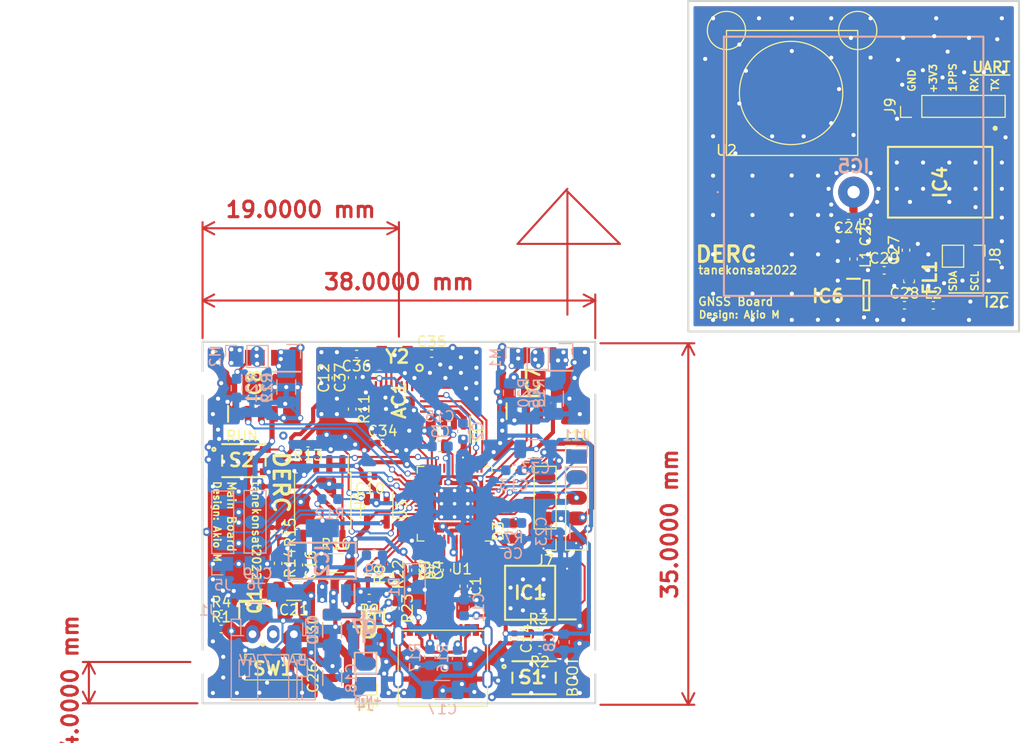
<source format=kicad_pcb>
(kicad_pcb (version 20211014) (generator pcbnew)
  (title_block (title "tanekosat2022_auto_runback_PCB") (company "DERC CanSat PJ") (comment 1 "Akio M"))
  (layers (0 "F.Cu" signal) (31 "B.Cu" power) (34 "B.Paste" user) (35 "F.Paste" user) (36 "B.SilkS" user "B.Silkscreen") (37 "F.SilkS" user "F.Silkscreen") (38 "B.Mask" user) (39 "F.Mask" user) (44 "Edge.Cuts" user))
  (net 0 "")
  (net 1 "+1V1")
  (net 2 "GND")
  (net 3 "+3V3")
  (net 4 "/+7V4")
  (net 5 "Net-(C24-Pad1)")
  (net 6 "/GNSS_1PPS")
  (net 7 "Net-(C25-Pad2)")
  (net 8 "/VCC_RF")
  (net 9 "Net-(C27-Pad1)")
  (net 10 "Net-(C27-Pad2)")
  (net 11 "Net-(C28-Pad1)")
  (net 12 "Net-(C28-Pad2)")
  (net 13 "/VBUS")
  (net 14 "Net-(D3-Pad2)")
  (net 15 "/QSPI_SS")
  (net 16 "/QSPI_SD1")
  (net 17 "/QSPI_SD2")
  (net 18 "/QSPI_SD0")
  (net 19 "/QSPI_SCLK")
  (net 20 "/QSPI_SD3")
  (net 21 "/GPIO5_GNSS_TX")
  (net 23 "+3V0")
  (net 27 "Net-(IC4-Pad16)")
  (net 28 "Net-(IC4-Pad17)")
  (net 30 "Net-(IC6-Pad1)")
  (net 31 "Net-(IC7-Pad7)")
  (net 33 "Net-(IC8-Pad7)")
  (net 35 "GND1")
  (net 36 "/USB_D-")
  (net 37 "/USB_D+")
  (net 38 "Net-(R16-Pad1)")
  (net 39 "Net-(J3-Pad2)")
  (net 40 "Net-(J4-Pad2)")
  (net 41 "/GPIO23_MOE_B_2")
  (net 42 "Net-(Q1-Pad1)")
  (net 43 "Net-(Q2-Pad1)")
  (net 44 "Net-(AC1-Pad4)")
  (net 46 "Net-(Q7-Pad1)")
  (net 47 "/~{USB_BOOT}")
  (net 48 "/XOUT")
  (net 50 "/RUN")
  (net 51 "/GPIO0")
  (net 52 "/GPIO1")
  (net 53 "/XIN")
  (net 54 "/SWCLK")
  (net 55 "/SWD")
  (net 56 "/GPIO20_MOE_A_1")
  (net 57 "/3V3_REG_OUT")
  (net 58 "Net-(R12-Pad2)")
  (net 59 "Net-(R5-Pad2)")
  (net 60 "/M1_MINUS")
  (net 61 "/M1_PLUS")
  (net 62 "/M2_MINUS")
  (net 63 "/M2_PLUS")
  (net 64 "/GPIO4_GNSS_RX")
  (net 65 "Net-(R6-Pad2)")
  (net 68 "Net-(AC1-Pad9)")
  (net 76 "Net-(AC1-Pad26)")
  (net 77 "Net-(AC1-Pad27)")
  (net 78 "/GPIO15_IMU_MOSI")
  (net 79 "/GPIO13_IMU_CS")
  (net 80 "/GPIO14_IMU_SCK")
  (net 81 "/GPIO12_IMU_MISO")
  (net 82 "/GPIO19_MO_B_2")
  (net 83 "/GPIO18_MO_B_1")
  (net 84 "Net-(R13-Pad1)")
  (net 85 "Net-(R14-Pad1)")
  (net 86 "/GPIO28_NichromeA")
  (net 87 "/GPIO29_NichromeB")
  (net 88 "/GPIO3_ToF_RST")
  (net 89 "/GPIO2_LED")
  (net 94 "/GPIO17_IMU_RST")
  (net 95 "/GPIO16_IMU_INT")
  (net 96 "/GPIO7_ToF_SCL")
  (net 97 "/GPIO6_ToF_SDA")
  (net 98 "Net-(R1-Pad1)")
  (net 99 "/GPIO8_I2C_EXT_SDA")
  (net 100 "/GPIO9_I2C_EXT_SCL")
  (net 101 "/GPIO11_MO_A_2")
  (net 102 "/GPIO10_MO_A_1")
  (net 103 "/GPIO26_ADC_I_monitor")
  (net 104 "/GPIO27_ADC_V_monitor")
  (net 105 "/GPIO21_MOE_B_1")
  (net 106 "/GPIO22_MOE_A_2")
  (net 107 "Net-(R17-Pad1)")
  (footprint "Capacitor_SMD:C_0402_1005Metric" (layer "F.Cu") (at 165.5038 45.7962 180)
    (fp_text reference "C24")
    (fp_text value "1p")
  )
  (footprint "SamacSys_Parts:SOIC127P600X175-9N" (layer "F.Cu") (at 135 62.0014 90)
    (fp_text reference "IC7")
    (fp_text value "TB67H450FNG,EL" hide)
  )
  (footprint "SamacSys_Parts:SOIC127P790X216-8N" (layer "F.Cu") (at 134.6962 82.296 180)
    (fp_text reference "IC1")
    (fp_text value "W25Q128JVSIQ" hide)
  )
  (footprint "SamacSys_Parts:SMT_4.2X3.2_" (layer "F.Cu") (at 107 69.5)
    (fp_text reference "S2")
    (fp_text value "SKRPACE010" hide)
  )
  (footprint "Capacitor_SMD:C_0402_1005Metric" (layer "F.Cu") (at 121.666 83.807 -90)
    (fp_text reference "R23")
    (fp_text value "10k")
  )
  (footprint "Capacitor_SMD:C_0402_1005Metric" (layer "F.Cu") (at 125.6792 80.1116 90)
    (fp_text reference "R6")
    (fp_text value "27")
  )
  (footprint "MountingHole:MountingHole_2.2mm_M2" (layer "F.Cu") (at 141 89)
    (fp_text reference "REF**" hide)
    (fp_text value "MountingHole_2.2mm_M2")
  )
  (footprint "Capacitor_SMD:C_0402_1005Metric" (layer "F.Cu") (at 104.8128 84.3534)
    (fp_text reference "R4")
    (fp_text value "10k")
  )
  (footprint "MountingHole:MountingHole_2.2mm_M2" (layer "F.Cu") (at 103 89)
    (fp_text reference "REF**" hide)
    (fp_text value "MountingHole_2.2mm_M2")
  )
  (footprint "Capacitor_SMD:C_0402_1005Metric" (layer "F.Cu") (at 112.3188 79.6036 -90)
    (fp_text reference "C16")
    (fp_text value "1u")
  )
  (footprint "Capacitor_SMD:C_0402_1005Metric" (layer "F.Cu") (at 165.989 49.9872 -90)
    (fp_text reference "L1")
    (fp_text value "5.6n")
  )
  (footprint "tanekonsat:PinHeader_1x02_P2.00mm_Vertical" (layer "F.Cu") (at 118.7958 91.1352 180)
    (fp_text reference "J3")
    (fp_text value "Conn_01x02_Male")
  )
  (footprint "Resistor_SMD:R_1206_3216Metric" (layer "F.Cu") (at 115.9002 79.4258)
    (fp_text reference "R10")
    (fp_text value "0.01")
  )
  (footprint "Capacitor_SMD:C_0402_1005Metric" (layer "F.Cu") (at 171.069 49.1262 90)
    (fp_text reference "C27")
    (fp_text value "120p")
  )
  (footprint "Capacitor_SMD:C_0402_1005Metric" (layer "F.Cu") (at 104.8004 85.8012)
    (fp_text reference "R1")
    (fp_text value "10k")
  )
  (footprint "Package_SO:SSOP-8_5.25x5.24mm_P1.27mm" (layer "F.Cu") (at 114.6302 73.4314 -90)
    (fp_text reference "U6")
    (fp_text value "Opamp_Dual")
  )
  (footprint "MountingHole:MountingHole_2.2mm_M2" (layer "F.Cu") (at 103 62)
    (fp_text reference "REF**" hide)
    (fp_text value "MountingHole_2.2mm_M2")
  )
  (footprint "Capacitor_SMD:C_0402_1005Metric" (layer "F.Cu") (at 118.999 80.518 -90)
    (fp_text reference "R8")
    (fp_text value "1k")
  )
  (footprint "RP2040:RP2040-QFN-56" (layer "F.Cu") (at 127.3876 73.6769 180)
    (fp_text reference "U1")
    (fp_text value "RP2040")
  )
  (footprint "tanekonsat:BNO085" (layer "F.Cu") (at 122.0216 64.0024 90)
    (fp_text reference "AC1")
    (fp_text value "BNO085" hide)
  )
  (footprint "Capacitor_SMD:C_0402_1005Metric" (layer "F.Cu") (at 124.6124 80.1116 -90)
    (fp_text reference "C4")
    (fp_text value "1u")
  )
  (footprint "SamacSys_Parts:SOT95P280X145-6N" (layer "F.Cu") (at 167.2336 53.4924)
    (fp_text reference "IC6")
    (fp_text value "MAX2641EUT+T" hide)
  )
  (footprint "Capacitor_SMD:C_0402_1005Metric" (layer "F.Cu") (at 117.9068 59.182 180)
    (fp_text reference "C36")
    (fp_text value "22p")
  )
  (footprint "SamacSys_Parts:SMT_4.2X3.2_" (layer "F.Cu") (at 135.0772 90.5256)
    (fp_text reference "S1")
    (fp_text value "SKRPACE010" hide)
  )
  (footprint "Capacitor_SMD:C_0402_1005Metric" (layer "F.Cu") (at 110.3122 79.4512 -90)
    (fp_text reference "R14")
    (fp_text value "3k")
  )
  (footprint "tanekonsat:PinHeader_1x04_P2.00mm_Vertical" (layer "F.Cu") (at 136.144 77.1144 180)
    (fp_text reference "J7")
    (fp_text value "Conn_01x04_Female")
  )
  (footprint "Connector_PinHeader_2.00mm:PinHeader_1x02_P2.00mm_Vertical" (layer "F.Cu") (at 177.6476 49.7078 -90)
    (fp_text reference "J8")
    (fp_text value "Conn_01x02_Female")
  )
  (footprint "Capacitor_SMD:C_1206_3216Metric" (layer "F.Cu") (at 115.5446 90.551 90)
    (fp_text reference "C26")
    (fp_text value "100u")
  )
  (footprint "Capacitor_SMD:C_1206_3216Metric" (layer "F.Cu") (at 111.8362 82.1182 180)
    (fp_text reference "C21")
    (fp_text value "100u")
  )
  (footprint "Package_TO_SOT_SMD:SOT-23-5" (layer "F.Cu") (at 119.8626 74.295 -90)
    (fp_text reference "U5")
    (fp_text value "LT6106")
  )
  (footprint "Capacitor_SMD:C_0402_1005Metric" (layer "F.Cu") (at 110.3376 76.454 -90)
    (fp_text reference "R15")
    (fp_text value "1k")
  )
  (footprint "Capacitor_SMD:C_0402_1005Metric" (layer "F.Cu") (at 115.9002 61.4934 90)
    (fp_text reference "C12")
    (fp_text value "100n")
  )
  (footprint "SamacSys_Parts:SOIC127P600X175-9N" (layer "F.Cu") (at 108.0516 62.2554 90)
    (fp_text reference "IC8")
    (fp_text value "TB67H450FNG,EL" hide)
  )
  (footprint "tanekonsat:PinHeader_1x05_P2.00mm_Vertical" (layer "F.Cu") (at 139.192 69.1012)
    (fp_text reference "J10")
    (fp_text value "Conn_01x05_Female")
  )
  (footprint "SamacSys_Parts:SOT95P237X112-3N" (layer "F.Cu") (at 108.0542 83.127 90)
    (fp_text reference "Q1")
    (fp_text value "Q_NMOS_DGS" hide)
  )
  (footprint "SamacSys_Parts:SSAJ120100" (layer "F.Cu") (at 109.8296 89.4866)
    (fp_text reference "SW1")
    (fp_text value "SW_DIP_x01" hide)
  )
  (footprint "Capacitor_SMD:C_0402_1005Metric" (layer "F.Cu") (at 168.9608 51.0794)
    (fp_text reference "C29")
    (fp_text value "470p")
  )
  (footprint "Capacitor_SMD:C_0402_1005Metric" (layer "F.Cu") (at 120.4214 67.7926)
    (fp_text reference "C34")
    (fp_text value "100n")
  )
  (footprint "tanekonsat:USB_typeC_t" (layer "F.Cu") (at 121.93 85.92)
    (fp_text reference "U4")
    (fp_text value "USB_type_C")
  )
  (footprint "Capacitor_SMD:C_0402_1005Metric" (layer "F.Cu") (at 173.7106 54.4576)
    (fp_text reference "L2")
    (fp_text value "6.8n")
  )
  (footprint "Capacitor_SMD:C_0402_1005Metric" (layer "F.Cu") (at 135.636 87.8332 180)
    (fp_text reference "R2")
    (fp_text value "1k")
  )
  (footprint "tanekonsat:PinHeader_1x05_P2.00mm_Vertical" (layer "F.Cu") (at 171.6 35.2 90)
    (fp_text reference "J9")
    (fp_text value "Conn_01x05_Female")
  )
  (footprint "Capacitor_SMD:C_0402_1005Metric" (layer "F.Cu") (at 170.9166 54.4576)
    (fp_text reference "C28")
    (fp_text value "100p")
  )
  (footprint "Capacitor_SMD:C_0402_1005Metric" (layer "F.Cu") (at 117.475 61.468 90)
    (fp_text reference "C37")
    (fp_text value "100n")
  )
  (footprint "" (layer "F.Cu") (at 111.125 83.5914)
    (fp_text reference "")
    (fp_text value "")
  )
  (footprint "Capacitor_SMD:C_0402_1005Metric" (layer "F.Cu") (at 126.6444 80.1116 90)
    (fp_text reference "R5")
    (fp_text value "27")
  )
  (footprint "SamacSys_Parts:SOT95P237X112-3N" (layer "F.Cu") (at 119.0752 85.5726 -90)
    (fp_text reference "Q2")
    (fp_text value "Q_NMOS_DGS" hide)
  )
  (footprint "Capacitor_SMD:C_0402_1005Metric" (layer "F.Cu") (at 165.989 47.3202 -90)
    (fp_text reference "C25")
    (fp_text value "100p")
  )
  (footprint "Capacitor_SMD:C_0402_1005Metric" (layer "F.Cu") (at 128.27 81.661 -90)
    (fp_text reference "C1")
    (fp_text value "100n")
  )
  (footprint "SamacSys_Parts:FC-135" (layer "F.Cu") (at 121.58531 59.296208 180)
    (fp_text reference "Y2")
    (fp_text value "FC-135_32.768KHz_7pF_+_-20ppm" hide)
  )
  (footprint "" (layer "F.Cu") (at 141 89)
    (fp_text reference "")
    (fp_text value "")
  )
  (footprint "Capacitor_SMD:C_0402_1005Metric" (layer "F.Cu") (at 117.475 64.516 -90)
    (fp_text reference "R11")
    (fp_text value "10k")
  )
  (footprint "Package_TO_SOT_SMD:SOT-23-5" (layer "F.Cu") (at 127.32 66.9723 -90)
    (fp_text reference "Y1")
    (fp_text value "SIT2001BI-S2-33E-12.000000D")
  )
  (footprint "Capacitor_SMD:C_0402_1005Metric" (layer "F.Cu") (at 133.1722 86.7156 -90)
    (fp_text reference "C14")
    (fp_text value "100n")
  )
  (footprint "SamacSys_Parts:SAFEA1G58KA0F00R15" (layer "F.Cu") (at 171.3678 51.5874 90)
    (fp_text reference "FL1")
    (fp_text value "SAFEA1G58KA0F00R15" hide)
  )
  (footprint "Capacitor_SMD:C_0402_1005Metric" (layer "F.Cu") (at 120.777 80.518 -90)
    (fp_text reference "R22")
    (fp_text value "1k")
  )
  (footprint "MountingHole:MountingHole_2.2mm_M2" (layer "F.Cu") (at 141 61.9252)
    (fp_text reference "REF**" hide)
    (fp_text value "MountingHole_2.2mm_M2")
  )
  (footprint "Capacitor_SMD:C_0402_1005Metric" (layer "F.Cu") (at 123.5964 80.1116 -90)
    (fp_text reference "C7")
    (fp_text value "1u")
  )
  (footprint "tanekonsat:CR1025_Holder" (layer "F.Cu") (at 153.6954 39.951138)
    (fp_text reference "U2")
    (fp_text value "CR1025")
  )
  (footprint "Capacitor_SMD:C_0603_1608Metric" (layer "F.Cu") (at 133.0452 76.327 90)
    (fp_text reference "D3")
    (fp_text value "LED")
  )
  (footprint "Capacitor_SMD:C_0402_1005Metric" (layer "F.Cu") (at 119.1644 71.0438 180)
    (fp_text reference "C10")
    (fp_text value "100n")
  )
  (footprint "Resistor_SMD:R_0603_1608Metric_Pad0.98x0.95mm_HandSolder" (layer "F.Cu") (at 135.5071 86.2838)
    (fp_text reference "R3")
    (fp_text value "DNF")
  )
  (footprint "Capacitor_SMD:C_0402_1005Metric" (layer "F.Cu") (at 119.126 82.804 180)
    (fp_text reference "R9")
    (fp_text value "10k")
  )
  (footprint "SamacSys_Parts:SON110P970X1010X230-18N" (layer "F.Cu") (at 174.371 42.545 -90)
    (fp_text reference "IC4")
    (fp_text value "TESEO-LIV3F" hide)
  )
  (footprint "Capacitor_SMD:C_0402_1005Metric" (layer "F.Cu") (at 113.2078 67.818 180)
    (fp_text reference "R13")
    (fp_text value "1k")
  )
  (footprint "Capacitor_SMD:C_1206_3216Metric" (layer "F.Cu") (at 115.5192 85.8774 90)
    (fp_text reference "C30")
    (fp_text value "100u")
  )
  (footprint "Capacitor_SMD:C_0402_1005Metric" (layer "F.Cu") (at 125.1712 59.1312)
    (fp_text reference "C35")
    (fp_text value "22p")
  )
  (footprint "Capacitor_SMD:C_1206_3216Metric" (layer "B.Cu") (at 135.2042 68.3768)
    (fp_text reference "C33")
    (fp_text value "100u")
  )
  (footprint "Capacitor_SMD:C_1206_3216Metric" (layer "B.Cu") (at 111.0996 62.3824 -90)
    (fp_text reference "C22")
    (fp_text value "100u")
  )
  (footprint "Diode_SMD:D_SOD-123" (layer "B.Cu") (at 123.5456 81.7372 -90)
    (fp_text reference "D1")
    (fp_text value "1N4148W")
  )
  (footprint "Capacitor_SMD:C_1206_3216Metric" (layer "B.Cu") (at 115.5446 85.9028 -90)
    (fp_text reference "C20")
    (fp_text value "100u")
  )
  (footprint "Capacitor_SMD:C_0603_1608Metric" (layer "B.Cu") (at 125.9586 66.6496 180)
    (fp_text reference "C15")
    (fp_text value "100n")
  )
  (footprint "tanekonsat:PinHeader_1x02_P2.00mm_Vertical" (layer "B.Cu") (at 118.745 91.17)
    (fp_text reference "J4")
    (fp_text value "Conn_01x02_Male")
  )
  (footprint "tanekonsat:PinHeader_1x04_P2.00mm_Vertical" (layer "B.Cu") (at 108.077 79.454)
    (fp_text reference "J6")
    (fp_text value "Conn_01x04_Male")
  )
  (footprint "Capacitor_SMD:C_0603_1608Metric" (layer "B.Cu") (at 119.634 78.6638)
    (fp_text reference "C9")
    (fp_text value "1u")
  )
  (footprint "Capacitor_SMD:C_0603_1608Metric" (layer "B.Cu") (at 133.096 75.5396)
    (fp_text reference "R7")
    (fp_text value "1k")
  )
  (footprint "Connector_JST:JST_PH_S3B-PH-K_1x03_P2.00mm_Horizontal" (layer "B.Cu") (at 111.8362 86.3092 180)
    (fp_text reference "J1")
    (fp_text value "Conn_01x02_Male")
  )
  (footprint "Capacitor_SMD:C_0603_1608Metric" (layer "B.Cu") (at 133.1214 70.4342)
    (fp_text reference "C13")
    (fp_text value "100n")
  )
  (footprint "Resistor_SMD:R_0603_1608Metric_Pad0.98x0.95mm_HandSolder" (layer "B.Cu") (at 134.1374 62.9412 90)
    (fp_text reference "R18")
    (fp_text value "R")
  )
  (footprint "SamacSys_Parts:SOT230P700X180-4N" (layer "B.Cu") (at 114.5794 79.1972 90)
    (fp_text reference "IC2")
    (fp_text value "ADP3338AKCZ-3.3-RL" hide)
  )
  (footprint "SamacSys_Parts:SOT95P237X112-3N" (layer "B.Cu") (at 118.6282 85.598 180)
    (fp_text reference "Q7")
    (fp_text value "Q_NMOS_DGS" hide)
  )
  (footprint "Capacitor_SMD:C_1206_3216Metric" (layer "B.Cu") (at 126.2 91.7)
    (fp_text reference "C17")
    (fp_text value "100u")
  )
  (footprint "Resistor_SMD:R_0603_1608Metric_Pad0.98x0.95mm_HandSolder" (layer "B.Cu") (at 107.7722 62.484 90)
    (fp_text reference "R19")
    (fp_text value "R")
  )
  (footprint "Connector_PinHeader_2.54mm:PinHeader_1x01_P2.54mm_Vertical" (layer "B.Cu") (at 137.5 59.5 180)
    (fp_text reference "REF**" hide)
    (fp_text value "PinHeader_1x01_P2.54mm_Vertical")
  )
  (footprint "Capacitor_SMD:C_0603_1608Metric" (layer "B.Cu") (at 133.0452 77.0636)
    (fp_text reference "C6")
    (fp_text value "100n")
  )
  (footprint "Capacitor_SMD:C_0603_1608Metric" (layer "B.Cu") (at 125 88.5444 -90)
    (fp_text reference "R17")
    (fp_text value "5.1k")
  )
  (footprint "Capacitor_SMD:C_0603_1608Metric" (layer "B.Cu") (at 127.6858 88.6206 -90)
    (fp_text reference "R16")
    (fp_text value "5.1k")
  )
  (footprint "tanekonsat:PinHeader_1x02_P2.00mm_Vertical" (layer "B.Cu") (at 106.2896 59.4106 -90)
    (fp_text reference "M2")
    (fp_text value "Motor_DC")
  )
  (footprint "tanekonsat:PinHeader_1x04_P2.00mm_Vertical" (layer "B.Cu") (at 104.9528 79.5)
    (fp_text reference "J5")
    (fp_text value "Conn_01x04_Male")
  )
  (footprint "SamacSys_Parts:CGGBPD25A" (layer "B.Cu") (at 166 43.5 180)
    (fp_text reference "IC5")
    (fp_text value "CGGBPD.25.A" hide)
  )
  (footprint "Capacitor_SMD:C_1206_3216Metric" (layer "B.Cu") (at 137.6426 76.3506 -90)
    (fp_text reference "C23")
    (fp_text value "100u")
  )
  (footprint "Capacitor_SMD:C_0603_1608Metric" (layer "B.Cu") (at 137.9728 87.0712 -90)
    (fp_text reference "C8")
    (fp_text value "100n")
  )
  (footprint "Capacitor_SMD:C_0603_1608Metric" (layer "B.Cu") (at 115.316 73.2282)
    (fp_text reference "R12")
    (fp_text value "100")
  )
  (footprint "Capacitor_SMD:C_1206_3216Metric" (layer "B.Cu") (at 115.5446 90.551 90)
    (fp_text reference "C18")
    (fp_text value "100u")
  )
  (footprint "Capacitor_SMD:C_1206_3216Metric" (layer "B.Cu") (at 108.331 82.296 180)
    (fp_text reference "C19")
    (fp_text value "100u")
  )
  (footprint "Resistor_SMD:R_0603_1608Metric_Pad0.98x0.95mm_HandSolder" (layer "B.Cu") (at 132.6388 62.9412 90)
    (fp_text reference "R20")
    (fp_text value "R")
  )
  (footprint "Connector_PinHeader_2.54mm:PinHeader_1x01_P2.54mm_Vertical" (layer "B.Cu") (at 111.1504 59.5884 180)
    (fp_text reference "REF**" hide)
    (fp_text value "PinHeader_1x01_P2.54mm_Vertical")
  )
  (footprint "Capacitor_SMD:C_1206_3216Metric" (layer "B.Cu") (at 137.0076 63.5 -90)
    (fp_text reference "C5")
    (fp_text value "100u")
  )
  (footprint "tanekonsat:PinHeader_1x02_P2.00mm_Vertical" (layer "B.Cu") (at 133.4064 59.6138 -90)
    (fp_text reference "M1")
    (fp_text value "Motor_DC")
  )
  (footprint "Resistor_SMD:R_0603_1608Metric_Pad0.98x0.95mm_HandSolder" (layer "B.Cu") (at 106.299 62.484 90)
    (fp_text reference "R21")
    (fp_text value "R")
  )
  (footprint "tanekonsat:PinHeader_1x02_P2.00mm_Vertical" (layer "B.Cu") (at 139.1666 69.1294 180)
    (fp_text reference "J11")
    (fp_text value "Conn_01x02_Female")
  )
  (footprint "Capacitor_SMD:C_0603_1608Metric" (layer "B.Cu") (at 128.2954 83.7438 90)
    (fp_text reference "C11")
    (fp_text value "100n")
  )
  (footprint "Capacitor_SMD:C_0603_1608Metric" (layer "B.Cu") (at 125.984 68.1228 180)
    (fp_text reference "C3")
    (fp_text value "100n")
  )
  (footprint "Capacitor_SMD:C_0603_1608Metric" (layer "B.Cu") (at 128.1938 66.662 90)
    (fp_text reference "C2")
    (fp_text value "10p")
  )
  (gr_line (start 138.303 55.372) (end 138.303 43.434) (layer "F.Cu") (width 0.2))
  (gr_line (start 138.303 43.434) (end 143.383 48.514) (layer "F.Cu") (width 0.2))
  (gr_line (start 133.477 48.514) (end 138.303 43.18) (layer "F.Cu") (width 0.2))
  (gr_line (start 143.383 48.514) (end 133.477 48.514) (layer "F.Cu") (width 0.2))
  (gr_line (start 177.3 32.162) (end 181.102 32.162) (layer "F.SilkS") (width 0.15))
  (gr_line (start 175.2219 53.2638) (end 180.8861 53.2638) (layer "F.SilkS") (width 0.15))
  (gr_rect (start 150 25) (end 182 57) (layer "Edge.Cuts") (width 0.2) (fill none))
  (gr_rect (start 141 93) (end 103 58) (layer "Edge.Cuts") (width 0.2) (fill none))
  (gr_text "BAT 7.4V" (at 109.8296 88.8238) (layer "B.SilkS") (effects (font (size 1 1)) (justify mirror)))
  (gr_text "+3V3" (at 173.7 32.5 90) (layer "F.SilkS") (effects (font (size 0.7 0.7))))
  (gr_text "SCL" (at 177.7238 52.1208 90) (layer "F.SilkS") (effects (font (size 0.7 0.7))))
  (gr_text "RX" (at 177.7 33.1 90) (layer "F.SilkS") (effects (font (size 0.7 0.7))))
  (gr_text "1PPS" (at 175.6 32.4 90) (layer "F.SilkS") (effects (font (size 0.7 0.7))))
  (gr_text "GNSS Board" (at 150.876 54.102) (layer "F.SilkS") (effects (font (size 0.8 0.8)) (justify left)))
  (gr_text "Design: Akio M" (at 104.4 75.4 270) (layer "F.SilkS") (effects (font (size 0.7 0.7))))
  (gr_text "I2C" (at 179.8574 54.1528) (layer "F.SilkS") (effects (font (size 1 1) (thickness 0.2))))
  (gr_text "DERC" (at 110.6 71.6 270) (layer "F.SilkS") (effects (font (size 1.5 1.5) (thickness 0.3))))
  (gr_text "UART" (at 179.324 31.4) (layer "F.SilkS") (effects (font (size 1 1) (thickness 0.2))))
  (gr_text "GND" (at 171.6278 32.7 90) (layer "F.SilkS") (effects (font (size 0.7 0.7))))
  (gr_text "tanekonsat2022" (at 108.2 71.4 270) (layer "F.SilkS") (effects (font (size 0.8 0.8)) (justify left)))
  (gr_text "Design: Akio M" (at 154.94 55.372) (layer "F.SilkS") (effects (font (size 0.7 0.7))))
  (gr_text "BOOT" (at 138.811 90.4748 90) (layer "F.SilkS") (effects (font (size 1 1))))
  (gr_text "tanekonsat2022" (at 150.876 51.054) (layer "F.SilkS") (effects (font (size 0.8 0.8)) (justify left)))
  (gr_text "Main Board" (at 105.8 71.4 270) (layer "F.SilkS") (effects (font (size 0.8 0.8)) (justify left)))
  (gr_text "SDA\n" (at 175.6156 52.1208 90) (layer "F.SilkS") (effects (font (size 0.7 0.7))))
  (gr_text "TX" (at 179.7 33.1 90) (layer "F.SilkS") (effects (font (size 0.7 0.7))))
  (gr_text "DERC" (at 153.67 49.53) (layer "F.SilkS") (effects (font (size 1.5 1.5) (thickness 0.3))))
  (gr_text "RUN" (at 106.807 67.1068) (layer "F.SilkS") (effects (font (size 1 1))))
  (dimension (type aligned) (layer "F.Cu") (pts (xy 103 93) (xy 103 89)) (height -11) (gr_text "4.0000 mm" (at 90.2 91 90) (layer "F.Cu") (effects (font (size 1.5 1.5) (thickness 0.3)))) (format (units 3) (units_format 1) (precision 4)) (style (thickness 0.2) (arrow_length 1.27) (text_position_mode 0) (extension_height 0.58642) (extension_offset 0.5) keep_text_aligned))
  (dimension (type aligned) (layer "F.Cu") (pts (xy 103 58) (xy 122 58)) (height -11) (gr_text "19.0000 mm" (at 112.5 45.2) (layer "F.Cu") (effects (font (size 1.5 1.5) (thickness 0.3)))) (format (units 3) (units_format 1) (precision 4)) (style (thickness 0.2) (arrow_length 1.27) (text_position_mode 0) (extension_height 0.58642) (extension_offset 0.5) keep_text_aligned))
  (dimension (type aligned) (layer "F.Cu") (pts (xy 141 58.1418) (xy 141 93.1418)) (height -9) (gr_text "35.0000 mm" (at 148.2 75.6418 90) (layer "F.Cu") (effects (font (size 1.5 1.5) (thickness 0.3)))) (format (units 3) (units_format 1) (precision 4)) (style (thickness 0.2) (arrow_length 1.27) (text_position_mode 0) (extension_height 0.58642) (extension_offset 0.5) keep_text_aligned))
  (dimension (type aligned) (layer "F.Cu") (pts (xy 141 58.1418) (xy 103 58.1418)) (height 4.1418) (gr_text "38.0000 mm" (at 122 52.2) (layer "F.Cu") (effects (font (size 1.5 1.5) (thickness 0.3)))) (format (units 3) (units_format 1) (precision 4)) (style (thickness 0.2) (arrow_length 1.27) (text_position_mode 0) (extension_height 0.58642) (extension_offset 0.5) keep_text_aligned))
  (segment (start 125.5876 76.19) (end 125.73 76.0476) (width 0.2) (layer "F.Cu") (net 1))
  (segment (start 127.5876 80.2036) (end 127.592961 80.2036) (width 0.2) (layer "F.Cu") (net 1))
  (segment (start 124.6124 79.6316) (end 125.5876 78.6564) (width 0.2) (layer "F.Cu") (net 1))
  (segment (start 127.5876 78.0068) (end 127.5876 80.2036) (width 0.2) (layer "F.Cu") (net 1))
  (segment (start 127.2881 78.3844) (end 127.2881 78.3063) (width 0.2) (layer "F.Cu") (net 1))
  (segment (start 125.5876 78.6564) (end 125.5876 77.1144) (width 0.2) (layer "F.Cu") (net 1))
  (segment (start 127.592961 80.2036) (end 127.616 80.180561) (width 0.2) (layer "F.Cu") (net 1))
  (segment (start 125.5876 77.1144) (end 125.5876 76.19) (width 0.2) (layer "F.Cu") (net 1))
  (segment (start 127.2881 78.3844) (end 127.4572 78.3844) (width 0.4) (layer "F.Cu") (net 1))
  (segment (start 126.7876 69.1674) (end 126.64996 69.1674) (width 0.2) (layer "F.Cu") (net 1))
  (segment (start 127.4572 78.3844) (end 127.48808 78.35352) (width 0.4) (layer "F.Cu") (net 1))
  (segment (start 126.64996 69.1674) (end 126.546083 69.271277) (width 0.2) (layer "F.Cu") (net 1))
  (segment (start 127.5876 80.2036) (end 128.27 80.886) (width 0.2) (layer "F.Cu") (net 1))
  (segment (start 127.48808 78.35352) (end 127.48808 78.1084) (width 0.4) (layer "F.Cu") (net 1))
  (segment (start 127.5876 77.1144) (end 127.5876 78.0068) (width 0.2) (layer "F.Cu") (net 1))
  (segment (start 126.7876 69.1674) (end 126.7876 70.2394) (width 0.2) (layer "F.Cu") (net 1))
  (via (at 126.7714 71.6026) (size 0.6) (drill 0.4) (layers "F.Cu" "B.Cu") (net 1))
  (via (at 126.238 75.8764) (size 0.8) (drill 0.4) (layers "F.Cu" "B.Cu") (net 1))
  (via (at 127.2881 78.3844) (size 0.8) (drill 0.4) (layers "F.Cu" "B.Cu") (net 1))
  (via (at 126.546083 69.271277) (size 0.6) (drill 0.4) (layers "F.Cu" "B.Cu") (net 1))
  (segment (start 126.7876 68.1514) (end 126.759 68.1228) (width 0.4) (layer "B.Cu") (net 1))
  (segment (start 126.7968 71.5772) (end 126.7968 69.1766) (width 0.4) (layer "B.Cu") (net 1))
  (segment (start 126.7968 69.1766) (end 126.7876 69.1674) (width 0.4) (layer "B.Cu") (net 1))
  (segment (start 126.7876 69.1674) (end 126.7876 68.1514) (width 0.4) (layer "B.Cu") (net 1))
  (segment (start 127.2881 78.3844) (end 127.2881 76.9265) (width 0.4) (layer "B.Cu") (net 1))
  (segment (start 126.7876 71.568) (end 126.7968 71.5772) (width 0.4) (layer "B.Cu") (net 1))
  (segment (start 127.2881 76.9265) (end 126.238 75.8764) (width 0.4) (layer "B.Cu") (net 1))
  (segment (start 135.9916 78.0034) (end 135.9916 77.2668) (width 0.2) (layer "F.Cu") (net 2))
  (segment (start 121.7716 61.827878) (end 121.7716 62.4394) (width 0.25) (layer "F.Cu") (net 2))
  (segment (start 115.6394 84.5226) (end 115.5192 84.4024) (width 0.5) (layer "F.Cu") (net 2))
  (segment (start 115 67) (end 115 65.5) (width 0.4) (layer "F.Cu") (net 2))
  (segment (start 133.6 76.4141) (end 133.6 76.5472) (width 0.2) (layer "F.Cu") (net 2))
  (segment (start 119.8626 73.1575) (end 119.8626 73.57728) (width 0.4) (layer "F.Cu") (net 2))
  (segment (start 112.8268 70.866) (end 112.8268 69.9205) (width 0.2) (layer "F.Cu") (net 2))
  (segment (start 117.4496 82.804) (end 118.351 82.804) (width 0.5) (layer "F.Cu") (net 2))
  (segment (start 110.3376 75.679) (end 110.3376 75.6624) (width 0.25) (layer "F.Cu") (net 2))
  (segment (start 123.045878 60.5536) (end 121.7716 61.827878) (width 0.25) (layer "F.Cu") (net 2))
  (segment (start 124.5336 80.6704) (end 124.6124 80.5916) (width 0.2) (layer "F.Cu") (net 2))
  (segment (start 112.630719 88.086459) (end 113.513541 88.086459) (width 0.4) (layer "F.Cu") (net 2))
  (segment (start 121.7716 67.151017) (end 121.7716 65.5654) (width 0.2) (layer "F.Cu") (net 2))
  (segment (start 123.5964 80.5916) (end 122.173537 80.5916) (width 0.2) (layer "F.Cu") (net 2))
  (segment (start 167.386 51.054) (end 167.386 53.3908) (width 0.5) (layer "F.Cu") (net 2))
  (segment (start 138.2962 80.391) (end 138.2962 79.9778) (width 0.2) (layer "F.Cu") (net 2))
  (segment (start 128.27 65.345162) (end 127.697618 64.77278) (width 0.4) (layer "F.Cu") (net 2))
  (segment (start 115.8494 84.7326) (end 115.5192 84.4024) (width 0.4) (layer "F.Cu") (net 2))
  (segment (start 116.8908 83.3628) (end 117.4496 82.804) (width 0.5) (layer "F.Cu") (net 2))
  (segment (start 169.926 52.578) (end 169.9902 52.578) (width 0.25) (layer "F.Cu") (net 2))
  (segment (start 165.9836 54.4424) (end 165.9836 53.4924) (width 0.5) (layer "F.Cu") (net 2))
  (segment (start 121.666 85) (end 122.44052 84.22548) (width 0.2) (layer "F.Cu") (net 2))
  (segment (start 138.2962 79.9778) (end 138.2776 79.9592) (width 0.2) (layer "F.Cu") (net 2))
  (segment (start 167.005 55.626) (end 167.005 53.975) (width 0.5) (layer "F.Cu") (net 2))
  (segment (start 170.9808 51.5874) (end 171.7548 51.5874) (width 0.25) (layer "F.Cu") (net 2))
  (segment (start 121.666 86.371339) (end 123.994661 88.7) (width 0.4) (layer "F.Cu") (net 2))
  (segment (start 111.5 90.15) (end 111.5 89.417178) (width 0.2) (layer "F.Cu") (net 2))
  (segment (start 104.925 70.575) (end 109.075 70.575) (width 0.2) (layer "F.Cu") (net 2))
  (segment (start 122.775 69.845422) (end 122.588067 69.658489) (width 0.4) (layer "F.Cu") (net 2))
  (segment (start 114.503082 89.076) (end 113.513541 88.086459) (width 0.8) (layer "F.Cu") (net 2))
  (segment (start 169.926 52.578) (end 169.0116 53.4924) (width 0.25) (layer "F.Cu") (net 2))
  (segment (start 171.7094 51.054) (end 171.6548 50.9994) (width 0.25) (layer "F.Cu") (net 2))
  (segment (start 130 85.9) (end 130.57 86.47) (width 0.4) (layer "F.Cu") (net 2))
  (segment (start 112.7252 69.8189) (end 112.5785 69.8189) (width 0.2) (layer "F.Cu") (net 2))
  (segment (start 118.182 61.4) (end 117.475 60.693) (width 0.25) (layer "F.Cu") (net 2))
  (segment (start 119.979617 67.7926) (end 119.6464 67.7926) (width 0.2) (layer "F.Cu") (net 2))
  (segment (start 118.1252 84.5226) (end 118.1252 83.0298) (width 0.5) (layer "F.Cu") (net 2))
  (segment (start 122.44052 84.22548) (end 122.44052 81.55948) (width 0.2) (layer "F.Cu") (net 2))
  (segment (start 105.41 64.2308) (end 106.1466 64.9674) (width 0.5) (layer "F.Cu") (net 2))
  (segment (start 110.3612 84.5612) (end 110.8 85) (width 0.2) (layer "F.Cu") (net 2))
  (segment (start 121.666 85) (end 121.666 86.371339) (width 0.4) (layer "F.Cu") (net 2))
  (segment (start 169.9902 52.578) (end 170.9808 51.5874) (width 0.25) (layer "F.Cu") (net 2))
  (segment (start 124.6124 80.5916) (end 124.6124 81.8876) (width 0.2) (layer "F.Cu") (net 2))
  (segment (start 127.697618 64.77278) (end 125.82722 64.77278) (width 0.4) (layer "F.Cu") (net 2))
  (segment (start 133.0022 91.0256) (end 130.556 88.5794) (width 0.25) (layer "F.Cu") (net 2))
  (segment (start 115.5446 89.076) (end 114.503082 89.076) (width 0.8) (layer "F.Cu") (net 2))
  (segment (start 138.2014 90.5514) (end 138.2014 88.9) (width 0.2) (layer "F.Cu") (net 2))
  (segment (start 118.64647 68.50073) (end 118.93827 68.50073) (width 0.4) (layer "F.Cu") (net 2))
  (segment (start 110.3612 82.1182) (end 108.0954 82.1182) (width 1.5) (layer "F.Cu") (net 2))
  (segment (start 122.5 85.9) (end 121.93 86.47) (width 0.4) (layer "F.Cu") (net 2))
  (segment (start 124.796111 66.274989) (end 124.4711 66.6) (width 0.4) (layer "F.Cu") (net 2))
  (segment (start 112.830719 88.086459) (end 113.513541 88.086459) (width 0.2) (layer "F.Cu") (net 2))
  (segment (start 167.005 53.975) (end 167.4876 53.4924) (width 0.5) (layer "F.Cu") (net 2))
  (segment (start 114.5 65.7508) (end 112.4328 67.818) (width 0.4) (layer "F.Cu") (net 2))
  (segment (start 123.994661 88.7) (end 130.2988 88.7) (width 0.4) (layer "F.Cu") (net 2))
  (segment (start 122.5042 68.6562) (end 120.843217 68.6562) (width 0.2) (layer "F.Cu") (net 2))
  (segment (start 169.9488 51.5874) (end 169.4408 51.0794) (width 0.25) (layer "F.Cu") (net 2))
  (segment (start 117.1318 60.3498) (end 117.475 60.693) (width 0.3) (layer "F.Cu") (net 2))
  (segment (start 112.7252 68.1104) (end 112.4328 67.818) (width 0.2) (layer "F.Cu") (net 2))
  (segment (start 111.5 89.217178) (end 112.630719 88.086459) (width 0.4) (layer "F.Cu") (net 2))
  (segment (start 133.0022 91.6006) (end 137.1522 91.6006) (width 0.25) (layer "F.Cu") (net 2))
  (segment (start 122.7074 68.4784) (end 122.7074 68.086817) (width 0.2) (layer "F.Cu") (net 2))
  (segment (start 140.2591 76.0341) (end 140.31042 76.08542) (width 0.2) (layer "F.Cu") (net 2))
  (segment (start 120.843217 68.6562) (end 119.979617 67.7926) (width 0.2) (layer "F.Cu") (net 2))
  (segment (start 118.93827 68.50073) (end 119.6464 67.7926) (width 0.4) (layer "F.Cu") (net 2))
  (segment (start 128.776756 82.141) (end 128.880278 82.244522) (width 0.4) (layer "F.Cu") (net 2))
  (segment (start 115 65.5) (end 114.5 65) (width 0.4) (layer "F.Cu") (net 2))
  (segment (start 172.2374 51.5874) (end 173.228 52.578) (width 0.25) (layer "F.Cu") (net 2))
  (segment (start 122.173537 80.5916) (end 121.8528 80.270863) (width 0.2) (layer "F.Cu") (net 2))
  (segment (start 110.3612 82.1182) (end 110.3612 84.5612) (width 0.2) (layer "F.Cu") (net 2))
  (segment (start 104.9782 82.0928) (end 104.994 82.077) (width 1.5) (layer "F.Cu") (net 2))
  (segment (start 112.8268 69.9205) (end 112.7252 69.8189) (width 0.2) (layer "F.Cu") (net 2))
  (segment (start 124.796111 65.803889) (end 124.796111 66.274989) (width 0.4) (layer "F.Cu") (net 2))
  (segment (start 139.6 77.9) (end 139.55 77.9) (width 0.4) (layer "F.Cu") (net 2))
  (segment (start 124.5238 60.5536) (end 123.045878 60.5536) (width 0.25) (layer "F.Cu") (net 2))
  (segment (start 112.475 62.125) (end 112.2 62.4) (width 0.4) (layer "F.Cu") (net 2))
  (segment (start 120.575 90.125) (end 120.7 90.25) (width 0.2) (layer "F.Cu") (net 2))
  (segment (start 124.2034 80.5916) (end 124.2822 80.6704) (width 0.2) (layer "F.Cu") (net 2))
  (segment (start 139.192 77.1012) (end 140.2591 76.0341) (width 0.4) (layer "F.Cu") (net 2))
  (segment (start 128.27 65.8348) (end 128.27 65.345162) (width 0.4) (layer "F.Cu") (net 2))
  (segment (start 122.7074 68.4784) (end 122.682 68.4784) (width 0.2) (layer "F.Cu") (net 2))
  (segment (start 112.4458 65.3796) (end 112.4328 65.3926) (width 0.25) (layer "F.Cu") (net 2))
  (segment (start 120.5524 63.2524) (end 120.7 63.4) (width 0.25) (layer "F.Cu") (net 2))
  (segment (start 128.2 69.2) (end 128.3876 69.3876) (width 0.2) (layer "F.Cu") (net 2))
  (segment (start 112.7252 69.8189) (end 112.7252 68.1104) (width 0.2) (layer "F.Cu") (net 2))
  (segment (start 172.212 47.086) (end 172.171 47.045) (width 0.25) (layer "F.Cu") (net 2))
  (segment (start 165.9836 53.4924) (end 167.4876 53.4924) (width 0.5) (layer "F.Cu") (net 2))
  (segment (start 108.0954 82.1182) (end 108.0542 82.077) (width 1.5) (layer "F.Cu") (net 2))
  (segment (start 118.30539 69.658489) (end 117.946307 70.017572) (width 0.4) (layer "F.Cu") (net 2))
  (segment (start 139.475 87.2) (end 139.475 85.525) (width 0.2) (layer "F.Cu") (net 2))
  (segment (start 172.212 48.514) (end 172.212 47.086) (width 0.25) (layer "F.Cu") (net 2))
  (segment (start 120.3247 87.2998) (end 121.666 85.9585) (width 0.2) (layer "F.Cu") (net 2))
  (segment (start 171.7548 51.5874) (end 171.7548 51.0994) (width 0.25) (layer "F.Cu") (net 2))
  (segment (start 139.475 85.525) (end 139.5 85.5) (width 0.2) (layer "F.Cu") (net 2))
  (segment (start 112.3188 80.3786) (end 112.1786 80.3786) (width 0.2) (layer "F.Cu") (net 2))
  (segment (start 124.6124 81.8876) (end 124.5 82) (width 0.2) (layer "F.Cu") (net 2))
  (segment (start 110.3376 75.6624) (end 112.5 73.5) (width 0.25) (layer "F.Cu") (net 2))
  (segment (start 118.1252 83.0298) (end 118.351 82.804) (width 0.5) (layer "F.Cu") (net 2))
  (segment (start 120.7 90.25) (end 120.7 90.765378) (width 0.2) (layer "F.Cu") (net 2))
  (segment (start 105.41 63.8048) (end 105.41 64.2308) (width 0.5) (layer "F.Cu") (net 2))
  (segment (start 112.1786 80.3786) (end 111.4 79.6) (width 0.2) (layer "F.Cu") (net 2))
  (segment (start 112.475 58.575) (end 112.475 62.125) (width 0.4) (layer "F.Cu") (net 2))
  (segment (start 121.666 85) (end 121.193889 85.472111) (width 0.2) (layer "F.Cu") (net 2))
  (segment (start 169.0116 53.4924) (end 168.4836 53.4924) (width 0.25) (layer "F.Cu") (net 2))
  (segment (start 130.2988 88.7) (end 130.556 88.4428) (width 0.4) (layer "F.Cu") (net 2))
  (segment (start 118.3894 71.0438) (end 119.8626 72.517) (width 0.4) (layer "F.Cu") (net 2))
  (segment (start 110.3376 75.679) (end 110.3376 74.3376) (width 0.4) (layer "F.Cu") (net 2))
  (segment (start 119.074711 85.472111) (end 118.1252 84.5226) (width 0.2) (layer "F.Cu") (net 2))
  (segment (start 137.1522 91.6006) (end 138.2014 90.5514) (width 0.2) (layer "F.Cu") (net 2))
  (segment (start 121.193889 85.472111) (end 119.074711 85.472111) (width 0.2) (layer "F.Cu") (net 2))
  (segment (start 123.05 85.9) (end 122.5 85.9) (width 0.4) (layer "F.Cu") (net 2))
  (segment (start 111.5 89.417178) (end 112.830719 88.086459) (width 0.2) (layer "F.Cu") (net 2))
  (segment (start 118.5 61.4) (end 118.182 61.4) (width 0.25) (layer "F.Cu") (net 2))
  (segment (start 171.7548 51.0994) (end 171.6548 50.9994) (width 0.25) (layer "F.Cu") (net 2))
  (segment (start 117.4496 60.7184) (end 117.475 60.693) (width 0.3) (layer "F.Cu") (net 2))
  (segment (start 140.31042 76.08542) (end 140.31042 76.098615) (width 0.2) (layer "F.Cu") (net 2))
  (segment (start 167.4876 53.4924) (end 168.4836 53.4924) (width 0.5) (layer "F.Cu") (net 2))
  (segment (start 131.8032 87.1956) (end 130.556 88.4428) (width 0.4) (layer "F.Cu") (net 2))
  (segment (start 125.82722 64.77278) (end 125.8 64.8) (width 0.4) (layer "F.Cu") (net 2))
  (segment (start 133.1722 87.1956) (end 131.8032 87.1956) (width 0.4) (layer "F.Cu") (net 2))
  (segment (start 139.55 77.9) (end 139.15 77.5) (width 0.4) (layer "F.Cu") (net 2))
  (segment (start 171.7548 51.5874) (end 172.2374 51.5874) (width 0.25) (layer "F.Cu") (net 2))
  (segment (start 133.0022 91.6006) (end 133.0022 91.0256) (width 0.25) (layer "F.Cu") (net 2))
  (segment (start 117.946307 70.017572) (end 117.921858 70.017572) (width 0.4) (layer "F.Cu") (net 2))
  (segment (start 169.672 48.768) (end 169.672 47.344) (width 0.25) (layer "F.Cu") (net 2))
  (segment (start 121.7716 62.4394) (end 121.7716 65.5654) (width 0.25) (layer "F.Cu") (net 2))
  (segment (start 170.9808 51.5874) (end 169.9488 51.5874) (width 0.25) (layer "F.Cu") (net 2))
  (segment (start 130.556 88.5794) (end 130.556 88.4428) (width 0.25) (layer "F.Cu") (net 2))
  (segment (start 112.5785 69.8189) (end 111.887 70.5104) (width 0.2) (layer "F.Cu") (net 2))
  (segment (start 118.3894 70.485114) (end 117.921858 70.017572) (width 0.4) (layer "F.Cu") (net 2))
  (segment (start 115.9002 60.7184) (end 117.4496 60.7184) (width 0.3) (layer "F.Cu") (net 2))
  (segment (start 117.1318 59.182) (end 117.1318 60.3498) (width 0.3) (layer "F.Cu") (net 2))
  (segment (start 119.7086 63.2524) (end 120.5524 63.2524) (width 0.25) (layer "F.Cu") (net 2))
  (segment (start 128.27 82.141) (end 128.776756 82.141) (width 0.4) (layer "F.Cu") (net 2))
  (segment (start 118.1252 84.5226) (end 115.6394 84.5226) (width 0.5) (layer "F.Cu") (net 2))
  (segment (start 121.666 85.9585) (end 121.666 85) (width 0.2) (layer "F.Cu") (net 2))
  (segment (start 104.994 82.077) (end 108.0542 82.077) (width 1.5) (layer "F.Cu") (net 2))
  (segment (start 123.5964 80.5916) (end 124.2034 80.5916) (width 0.2) (layer "F.Cu") (net 2))
  (segment (start 119.8626 72.517) (end 119.8626 73.1575) (width 0.4) (layer "F.Cu") (net 2))
  (segment (start 173.228 51.054) (end 171.7094 51.054) (width 0.25) (layer "F.Cu") (net 2))
  (segment (start 169.4408 51.0794) (end 169.4408 50.1422) (width 0.25) (layer "F.Cu") (net 2))
  (segment (start 122.7074 68.086817) (end 121.7716 67.151017) (width 0.2) (layer "F.Cu") (net 2))
  (segment (start 119.8626 73.57728) (end 119.8121 73.62778) (width 0.4) (layer "F.Cu") (net 2))
  (segment (start 111.5 90.15) (end 111.5 89.217178) (width 0.4) (layer "F.Cu") (net 2))
  (segment (start 125.8 64.8) (end 124.796111 65.803889) (width 0.4) (layer "F.Cu") (net 2))
  (segment (start 133.6 76.5472) (end 133.0452 77.102) (width 0.2) (layer "F.Cu") (net 2))
  (segment (start 115.575 89.4) (end 116.35 89.4) (width 0.2) (layer "F.Cu") (net 2))
  (segment (start 128.880278 82.244522) (end 128.461478 82.244522) (width 0.25) (layer "F.Cu") (net 2))
  (segment (start 115.8494 85.598) (end 115.8494 84.7326) (width 0.4) (layer "F.Cu") (net 2))
  (segment (start 114.5 65) (end 114.5 65.7508) (width 0.4) (layer "F.Cu") (net 2))
  (segment (start 167.386 53.3908) (end 167.4876 53.4924) (width 0.5) (layer "F.Cu") (net 2))
  (segment (start 125.9462 59.1312) (end 124.5238 60.5536) (width 0.25) (layer "F.Cu") (net 2))
  (segment (start 122.682 68.4784) (end 122.5042 68.6562) (width 0.2) (layer "F.Cu") (net 2))
  (segment (start 135.9916 77.2668) (end 136.144 77.1144) (width 0.2) (layer "F.Cu") (net 2))
  (segment (start 118.3894 71.0438) (end 118.3894 70.485114) (width 0.4) (layer "F.Cu") (net 2))
  (segment (start 122.588067 69.658489) (end 118.30539 69.658489) (width 0.4) (layer "F.Cu") (net 2))
  (segment (start 128.3876 69.3876) (end 128.3876 70.2394) (width 0.2) (layer "F.Cu") (net 2))
  (segment (start 124.2822 80.6704) (end 124.5336 80.6704) (width 0.2) (layer "F.Cu") (net 2))
  (segment (start 110.3376 74.3376) (end 109.839965 73.839965) (width 0.4) (layer "F.Cu") (net 2))
  (segment (start 129.45 85.9) (end 130 85.9) (width 0.4) (layer "F.Cu") (net 2))
  (segment (start 169.4408 50.1422) (end 169.545 50.038) (width 0.25) (layer "F.Cu") (net 2))
  (segment (start 169.672 47.344) (end 169.971 47.045) (width 0.25) (layer "F.Cu") (net 2))
  (segment (start 119.7086 63.2524) (end 119.5461 63.2524) (width 0.25) (layer "F.Cu") (net 2))
  (via (at 175.26 40.64) (size 0.8) (drill 0.4) (layers "F.Cu" "B.Cu") (net 2))
  (via (at 116 59) (size 0.8) (drill 0.4) (layers "F.Cu" "B.Cu") (net 2))
  (via (at 167.005 55.626) (size 0.8) (drill 0.4) (layers "F.Cu" "B.Cu") (net 2))
  (via (at 125 61) (size 0.8) (drill 0.4) (layers "F.Cu" "B.Cu") (net 2))
  (via (at 160.00721 45.695174) (size 0.8) (drill 0.4) (layers "F.Cu" "B.Cu") (net 2))
  (via (at 155.575 31.75) (size 0.8) (drill 0.4) (layers "F.Cu" "B.Cu") (net 2))
  (via (at 122.75 63.75) (size 0.8) (drill 0.4) (layers "F.Cu" "B.Cu") (net 2))
  (via (at 175.26 44.45) (size 0.8) (drill 0.4) (layers "F.Cu" "B.Cu") (net 2))
  (via (at 139.5 92) (size 0.8) (drill 0.4) (layers "F.Cu" "B.Cu") (net 2))
  (via (at 138.5 63.5) (size 0.8) (drill 0.4) (layers "F.Cu" "B.Cu") (net 2))
  (via (at 169.926 52.578) (size 0.8) (drill 0.4) (layers "F.Cu" "B.Cu") (net 2))
  (via (at 172.72 43.18) (size 0.8) (drill 0.4) (layers "F.Cu" "B.Cu") (net 2))
  (via (at 170.18 40.64) (size 0.8) (drill 0.4) (layers "F.Cu" "B.Cu") (net 2))
  (via (at 109.839965 73.839965) (size 0.8) (drill 0.4) (layers "F.Cu" "B.Cu") (net 2))
  (via (at 112.4458 65.3796) (size 0.6) (drill 0.4) (layers "F.Cu" "B.Cu") (net 2))
  (via (at 163.576 43.18) (size 0.8) (drill 0.4) (layers "F.Cu" "B.Cu") (net 2))
  (via (at 152.4 45.72) (size 0.8) (drill 0.4) (layers "F.Cu" "B.Cu") (net 2))
  (via (at 171.45 44.45) (size 0.8) (drill 0.4) (layers "F.Cu" "B.Cu") (net 2))
  (via (at 127 60.5) (size 0.8) (drill 0.4) (layers "F.Cu" "B.Cu") (net 2))
  (via (at 126.238 91.7702) (size 0.8) (drill 0.4) (layers "F.Cu" "B.Cu") (net 2))
  (via (at 113.513541 88.086459) (size 0.8) (drill 0.4) (layers "F.Cu" "B.Cu") (net 2))
  (via (at 172.212 48.514) (size 0.8) (drill 0.4) (layers "F.Cu" "B.Cu") (net 2))
  (via (at 154.94 34.925) (size 0.8) (drill 0.4) (layers "F.Cu" "B.Cu") (net 2))
  (via (at 115.4 68.4) (size 0.8) (drill 0.4) (layers "F.Cu" "B.Cu") (net 2))
  (via (at 120.3247 87.2998) (size 0.6) (drill 0.4) (layers "F.Cu" "B.Cu") (net 2))
  (via (at 160.02 26.67) (size 0.8) (drill 0.4) (layers "F.Cu" "B.Cu") (net 2))
  (via (at 110.8 85) (size 0.6) (drill 0.4) (layers "F.Cu" "B.Cu") (net 2))
  (via (at 106.5 79.5) (size 0.8) (drill 0.4) (layers "F.Cu" "B.Cu") (net 2))
  (via (at 133.8 90.4) (size 0.8) (drill 0.4) (layers "F.Cu" "B.Cu") (net 2))
  (via (at 127.2 58.6) (size 0.8) (drill 0.4) (layers "F.Cu" "B.Cu") (net 2))
  (via (at 164.465 50.165) (size 0.8) (drill 0.4) (layers "F.Cu" "B.Cu") (net 2))
  (via (at 104.5 63.5) (size 0.8) (drill 0.4) (layers "F.Cu" "B.Cu") (net 2))
  (via (at 139.5 85.5) (size 0.8) (drill 0.4) (layers "F.Cu" "B.Cu") (net 2))
  (via (at 164.465 52.07) (size 0.8) (drill 0.4) (layers "F.Cu" "B.Cu") (net 2))
  (via (at 118.2 83.8) (size 0.8) (drill 0.4) (layers "F.Cu" "B.Cu") (net 2))
  (via (at 111.4 79.6) (size 0.8) (drill 0.4) (layers "F.Cu" "B.Cu") (net 2))
  (via (at 118.7 64.5) (size 0.8) (drill 0.4) (layers "F.Cu" "B.Cu") (net 2))
  (via (at 104.5 60) (size 0.8) (drill 0.4) (layers "F.Cu" "B.Cu") (net 2))
  (via (at 120.75 64.5) (size 0.8) (drill 0.4) (layers "F.Cu" "B.Cu") (net 2))
  (via (at 165.735 28.575) (size 0.8) (drill 0.4) (layers "F.Cu" "B.Cu") (net 2))
  (via (at 122.492065 91.994495) (size 0.8) (drill 0.4) (layers "F.Cu" "B.Cu") (net 2))
  (via (at 161.163 38.1) (size 0.8) (drill 0.4) (layers "F.Cu" "B.Cu") (net 2))
  (via (at 129.493385 61.992963) (size 0.8) (drill 0.4) (layers "F.Cu" "B.Cu") (net 2))
  (via (at 168.275 55.88) (size 0.8) (drill 0.4) (layers "F.Cu" "B.Cu") (net 2))
  (via (at 128.2 69.2) (size 0.4) (drill 0.2) (layers "F.Cu" "B.Cu") (net 2))
  (via (at 136 82.5) (size 0.8) (drill 0.4) (layers "F.Cu" "B.Cu") (net 2))
  (via (at 104 87) (size 0.8) (drill 0.4) (layers "F.Cu" "B.Cu") (net 2))
  (via (at 175.26 43.18) (size 0.8) (drill 0.4) (layers "F.Cu" "B.Cu") (net 2))
  (via (at 131.8 67.8) (size 0.8) (drill 0.4) (layers "F.Cu" "B.Cu") (net 2))
  (via (at 134.8 92) (size 0.8) (drill 0.4) (layers "F.Cu" "B.Cu") (net 2))
  (via (at 180.7 38.2) (size 0.8) (drill 0.4) (layers "F.Cu" "B.Cu") (net 2))
  (via (at 123.447598 64.630572) (size 0.8) (drill 0.4) (layers "F.Cu" "B.Cu") (net 2))
  (via (at 109.25 91) (size 0.8) (drill 0.4) (layers "F.Cu" "B.Cu") (net 2))
  (via (at 133.1722 65.6082) (size 0.6) (drill 0.4) (layers "F.Cu" "B.Cu") (net 2))
  (via (at 118.8 62.9) (size 0.8) (drill 0.4) (layers "F.Cu" "B.Cu") (net 2))
  (via (at 105 90.5) (size 0.8) (drill 0.4) (layers "F.Cu" "B.Cu") (net 2))
  (via (at 105 69.6) (size 0.8) (drill 0.4) (layers "F.Cu" "B.Cu") (net 2))
  (via (at 134.147289 70.469489) (size 0.8) (drill 0.4) (layers "F.Cu" "B.Cu") (net 2))
  (via (at 163.83 26.67) (size 0.8) (drill 0.4) (layers "F.Cu" "B.Cu") (net 2))
  (via (at 104 59) (size 0.8) (drill 0.4) (layers "F.Cu" "B.Cu") (net 2))
  (via (at 177.165 28.575) (size 0.8) (drill 0.4) (layers "F.Cu" "B.Cu") (net 2))
  (via (at 116 65) (size 0.8) (drill 0.4) (layers "F.Cu" "B.Cu") (net 2))
  (via (at 162.56 53.34) (size 0.8) (drill 0.4) (layers "F.Cu" "B.Cu") (net 2))
  (via (at 174.752 52.324) (size 0.8) (drill 0.4) (layers "F.Cu" "B.Cu") (net 2))
  (via (at 167.386 46.99) (size 0.8) (drill 0.4) (layers "F.Cu" "B.Cu") (net 2))
  (via (at 170.2 36.4) (size 0.8) (drill 0.4) (layers "F.Cu" "B.Cu") (net 2))
  (via (at 138.2014 88.9) (size 0.6) (drill 0.4) (layers "F.Cu" "B.Cu") (net 2))
  (via (at 136.0678 68.707) (size 0.8) (drill 0.4) (layers "F.Cu" "B.Cu") (net 2))
  (via (at 111 64) (size 0.8) (drill 0.4) (layers "F.Cu" "B.Cu") (net 2))
  (via (at 175.1 29.9) (size 0.8) (drill 0.4) (layers "F.Cu" "B.Cu") (net 2))
  (via (at 160.02 55.88) (size 0.8) (drill 0.4) (layers "F.Cu" "B.Cu") (net 2))
  (via (at 139.6 77.9) (size 0.4) (drill 0.2) (layers "F.Cu" "B.Cu") (net 2))
  (via (at 117.921858 70.017572) (size 0.6) (drill 0.4) (layers "F.Cu" "B.Cu") (net 2))
  (via (at 136 84) (size 0.8) (drill 0.4) (layers "F.Cu" "B.Cu") (net 2))
  (via (at 167.64 26.67) (size 0.8) (drill 0.4) (layers "F.Cu" "B.Cu") (net 2))
  (via (at 105.41 63.8048) (size 0.6) (drill 0.4) (layers "F.Cu" "B.Cu") (net 2))
  (via (at 163.83 30.48) (size 0.8) (drill 0.4) (layers "F.Cu" "B.Cu") (net 2))
  (via (at 180.34 54.61) (size 0.8) (drill 0.4) (layers "F.Cu" "B.Cu") (net 2))
  (via (at 121.75 64.25) (size 0.8) (drill 0.4) (layers "F.Cu" "B.Cu") (net 2))
  (via (at 105 88.5) (size 0.8) (drill 0.4) (layers "F.Cu" "B.Cu") (net 2))
  (via (at 115.25 71.75) (size 0.8) (drill 0.4) (layers "F.Cu" "B.Cu") (net 2))
  (via (at 114.490255 61.995039) (size 0.8) (drill 0.4) (layers "F.Cu" "B.Cu") (net 2))
  (via (at 106.5 74.5) (size 0.8) (drill 0.4) (layers "F.Cu" "B.Cu") (net 2))
  (via (at 118.64647 68.50073) (size 0.6) (drill 0.4) (layers "F.Cu" "B.Cu") (net 2))
  (via (at 131.8 63.8) (size 0.8) (drill 0.4) (layers "F.Cu" "B.Cu") (net 2))
  (via (at 122.8 88.6) (size 0.8) (drill 0.4) (layers "F.Cu" "B.Cu") (net 2))
  (via (at 103.6 68.2) (size 0.8) (drill 0.4) (layers "F.Cu" "B.Cu") (net 2))
  (via (at 132 65.6) (size 0.8) (drill 0.4) (layers "F.Cu" "B.Cu") (net 2))
  (via (at 167.386 49.53) (size 0.8) (drill 0.4) (layers "F.Cu" "B.Cu") (net 2))
  (via (at 180.34 48.26) (size 0.8) (drill 0.4) (layers "F.Cu" "B.Cu") (net 2))
  (via (at 121 84.6) (size 0.8) (drill 0.4) (layers "F.Cu" "B.Cu") (net 2))
  (via (at 121.8 68.6) (size 0.8) (drill 0.4) (layers "F.Cu" "B.Cu") (net 2))
  (via (at 111.887 70.5104) (size 0.8) (drill 0.4) (layers "F.Cu" "B.Cu") (net 2))
  (via (at 166 41) (size 0.8) (drill 0.4) (layers "F.Cu" "B.Cu") (net 2))
  (via (at 154.559 39.751) (size 0.8) (drill 0.4) (layers "F.Cu" "B.Cu") (net 2))
  (via (at 167.64 45.72) (size 0.8) (drill 0.4) (layers "F.Cu" "B.Cu") (net 2))
  (via (at 106.496481 72.490711) (size 0.8) (drill 0.4) (layers "F.Cu" "B.Cu") (net 2))
  (via (at 151.638 30.607) (size 0.8) (drill 0.4) (layers "F.Cu" "B.Cu") (net 2))
  (via (at 118.3 82.2) (size 0.8) (drill 0.4) (layers "F.Cu" "B.Cu") (net 2))
  (via (at 177.165 55.88) (size 0.8) (drill 0.4) (layers "F.Cu" "B.Cu") (net 2))
  (via (at 123.5 61.5) (size 0.8) (drill 0.4) (layers "F.Cu" "B.Cu") (net 2))
  (via (at 112.2 62.4) (size 0.8) (drill 0.4) (layers "F.Cu" "B.Cu") (net 2))
  (via (at 160.00721 41.892848) (size 0.8) (drill 0.4) (layers "F.Cu" "B.Cu") (net 2))
  (via (at 109.25 79.5) (size 0.8) (drill 0.4) (layers "F.Cu" "B.Cu") (net 2))
  (via (at 115.8494 85.598) (size 0.6) (drill 0.4) (layers "F.Cu" "B.Cu") (net 2))
  (via (at 122.775 69.845422) (size 0.8) (drill 0.4) (layers "F.Cu" "B.Cu") (net 2))
  (via (at 106.5 77.5) (size 0.8) (drill 0.4) (layers "F.Cu" "B.Cu") (net 2))
  (via (at 114.5 60.5) (size 0.8) (drill 0.4) (layers "F.Cu" "B.Cu") (net 2))
  (via (at 111.5 90.15) (size 0.8) (drill 0.4) (layers "F.Cu" "B.Cu") (net 2))
  (via (at 170.18 43.18) (size 0.8) (drill 0.4) (layers "F.Cu" "B.Cu") (net 2))
  (via (at 170.815 55.88) (size 0.8) (drill 0.4) (layers "F.Cu" "B.Cu") (net 2))
  (via (at 133.6 76.4141) (size 0.4) (drill 0.2) (layers "F.Cu" "B.Cu") (net 2))
  (via (at 173.99 26.67) (size 0.8) (drill 0.4) (layers "F.Cu" "B.Cu") (net 2))
  (via (at 140 59) (size 0.8) (drill 0.4) (layers "F.Cu" "B.Cu") (net 2))
  (via (at 133.995292 82.48084) (size 0.8) (drill 0.4) (layers "F.Cu" "B.Cu") (net 2))
  (via (at 124.5 82) (size 0.8) (drill 0.4) (layers "F.Cu" "B.Cu") (net 2))
  (via (at 165.989 37.973) (size 0.8) (drill 0.4) (layers "F.Cu" "B.Cu") (net 2))
  (via (at 129.5 60.5) (size 0.8) (drill 0.4) (layers "F.Cu" "B.Cu") (net 2))
  (via (at 164.338 41.656) (size 0.8) (drill 0.4) (layers "F.Cu" "B.Cu") (net 2))
  (via (at 120.7 63.4) (size 0.8) (drill 0.4) (layers "F.Cu" "B.Cu") (net 2))
  (via (at 114.5 59) (size 0.8) (drill 0.4) (layers "F.Cu" "B.Cu") (net 2))
  (via (at 158.115 38.1) (size 0.8) (drill 0.4) (layers "F.Cu" "B.Cu") (net 2))
  (via (at 180.34 43.18) (size 0.8) (drill 0.4) (layers "F.Cu" "B.Cu") (net 2))
  (via (at 152.4 53.34) (size 0.8) (drill 0.4) (layers "F.Cu" "B.Cu") (net 2))
  (via (at 128 61) (size 0.8) (drill 0.4) (layers "F.Cu" "B.Cu") (net 2))
  (via (at 120.575 90.125) (size 0.8) (drill 0.4) (layers "F.Cu" "B.Cu") (net 2))
  (via (at 136 90.4) (size 0.8) (drill 0.4) (layers "F.Cu" "B.Cu") (net 2))
  (via (at 164.465 53.975) (size 0.8) (drill 0.4) (layers "F.Cu" "B.Cu") (net 2))
  (via (at 104 92) (size 0.8) (drill 0.4) (layers "F.Cu" "B.Cu") (net 2))
  (via (at 123.25 77.25) (size 0.8) (drill 0.4) (layers "F.Cu" "B.Cu") (net 2))
  (via (at 106.4 69.6) (size 0.8) (drill 0.4) (layers "F.Cu" "B.Cu") (net 2))
  (via (at 180.5 31.9) (size 0.8) (drill 0.4) (layers "F.Cu" "B.Cu") (net 2))
  (via (at 176.7 31.9) (size 0.8) (drill 0.4) (layers "F.Cu" "B.Cu") (net 2))
  (via (at 140.31042 76.098615) (size 0.8) (drill 0.4) (layers "F.Cu" "B.Cu") (net 2))
  (via (at 173.228 52.578) (size 0.8) (drill 0.4) (layers "F.Cu" "B.Cu") (net 2))
  (via (at 126.5 61.5) (size 0.8) (drill 0.4) (layers "F.Cu" "B.Cu") (net 2))
  (via (at 156.204884 53.332326) (size 0.8) (drill 0.4) (layers "F.Cu" "B.Cu") (net 2))
  (via (at 135.9916 78.0034) (size 0.4) (drill 0.2) (layers "F.Cu" "B.Cu") (net 2))
  (via (at 126.3 87.3) (size 0.8) (drill 0.4) (layers "F.Cu" "B.Cu") (net 2))
  (via (at 115 67) (size 0.8) (drill 0.4) (layers "F.Cu" "B.Cu") (net 2))
  (via (at 116.8908 83.3628) (size 0.6) (drill 0.4) (layers "F.Cu" "B.Cu") (net 2))
  (via (at 103.6 69.4) (size 0.8) (drill 0.4) (layers "F.Cu" "B.Cu") (net 2))
  (via (at 172.72 40.64) (size 0.8) (drill 0.4) (layers "F.Cu" "B.Cu") (net 2))
  (via (at 104 65) (size 0.8) (drill 0.4) (layers "F.Cu" "B.Cu") (net 2))
  (via (at 164.465 55.88) (size 0.8) (drill 0.4) (layers "F.Cu" "B.Cu") (net 2))
  (via (at 163.83 36.83) (size 0.8) (drill 0.4) (layers "F.Cu" "B.Cu") (net 2))
  (via (at 139 90.5) (size 0.8) (drill 0.4) (layers "F.Cu" "B.Cu") (net 2))
  (via (at 162.542095 55.86721) (size 0.8) (drill 0.4) (layers "F.Cu" "B.Cu") (net 2))
  (via (at 128.0922 91.1352) (size 0.8) (drill 0.4) (layers "F.Cu" "B.Cu") (net 2))
  (via (at 121.58531 59.296208) (size 0.8) (drill 0.4) (layers "F.Cu" "B.Cu") (net 2))
  (via (at 112.475 58.575) (size 0.8) (drill 0.4) (layers "F.Cu" "B.Cu") (net 2))
  (via (at 110.85 65.375) (size 0.8) (drill 0.4) (layers "F.Cu" "B.Cu") (net 2))
  (via (at 176.53 52.07) (size 0.8) (drill 0.4) (layers "F.Cu" "B.Cu") (net 2))
  (via (at 180.34 45.974) (size 0.8) (drill 0.4) (layers "F.Cu" "B.Cu") (net 2))
  (via (at 129.5 63.5) (size 0.8) (drill 0.4) (layers "F.Cu" "B.Cu") (net 2))
  (via (at 167.386 51.054) (size 0.8) (drill 0.4) (layers "F.Cu" "B.Cu") (net 2))
  (via (at 162.56 45.72) (size 0.8) (drill 0.4) (layers "F.Cu" "B.Cu") (net 2))
  (via (at 164.465 48.26) (size 0.8) (drill 0.4) (layers "F.Cu" "B.Cu") (net 2))
  (via (at 179.9 28.7) (size 0.8) (drill 0.4) (layers "F.Cu" "B.Cu") (net 2))
  (via (at 106.8 71.2) (size 0.8) (drill 0.4) (layers "F.Cu" "B.Cu") (net 2))
  (via (at 132 66.6) (size 0.8) (drill 0.4) (layers "F.Cu" "B.Cu") (net 2))
  (via (at 136 81) (size 0.8) (drill 0.4) (layers "F.Cu" "B.Cu") (net 2))
  (via (at 169.672 48.768) (size 0.8) (drill 0.4) (layers "F.Cu" "B.Cu") (net 2))
  (via (at 170.797471 28.567703) (size 0.8) (drill 0.4) (layers "F.Cu" "B.Cu") (net 2))
  (via (at 129.3 91.9) (size 0.8) (drill 0.4) (layers "F.Cu" "B.Cu") (net 2))
  (via (at 169.545 50.038) (size 0.8) (drill 0.4) (layers "F.Cu" "B.Cu") (net 2))
  (via (at 164.465 46.99) (size 0.8) (drill 0.4) (layers "F.Cu" "B.Cu") (net 2))
  (via (at 110.815889 67.085011) (size 0.8) (drill 0.4) (layers "F.Cu" "B.Cu") (net 2))
  (via (at 177.292 54.102) (size 0.8) (drill 0.4) (layers "F.Cu" "B.Cu") (net 2))
  (via (at 112.5 73.5) (size 0.8) (drill 0.4) (layers "F.Cu" "B.Cu") (net 2))
  (via (at 121.8528 80.270863) (size 0.6) (drill 0.4) (layers "F.Cu" "B.Cu") (net 2))
  (via (at 125.8 64.8) (size 0.8) (drill 0.4) (layers "F.Cu" "B.Cu") (net 2))
  (via (at 172.7 31.7) (size 0.8) (drill 0.4) (layers "F.Cu" "B.Cu") (net 2))
  (via (at 173.228 51.054) (size 0.8) (drill 0.4) (layers "F.Cu" "B.Cu") (net 2))
  (via (at 132 58.5) (size 0.8) (drill 0.4) (layers "F.Cu" "B.Cu") (net 2))
  (via (at 106.321488 92) (size 0.8) (drill 0.4) (layers "F.Cu" "B.Cu") (net 2))
  (via (at 116.8 67.2) (size 0.8) (drill 0.4) (layers "F.Cu" "B.Cu") (net 2))
  (via (at 162.56 41.91) (size 0.8) (drill 0.4) (layers "F.Cu" "B.Cu") (net 2))
  (via (at 106.8 67.8) (size 0.8) (drill 0.4) (layers "F.Cu" "B.Cu") (net 2))
  (via (at 167.64 30.48) (size 0.8) (drill 0.4) (layers "F.Cu" "B.Cu") (net 2))
  (via (at 109.5 90) (size 0.8) (drill 0.4) (layers "F.Cu" "B.Cu") (net 2))
  (via (at 112.625 91.975) (size 0.8) (drill 0.4) (layers "F.Cu" "B.Cu") (net 2))
  (via (at 179.07 52.07) (size 0.8) (drill 0.4) (layers "F.Cu" "B.Cu") (net 2))
  (via (at 128.5 62.5) (size 0.8) (drill 0.4) (layers "F.Cu" "B.Cu") (net 2))
  (via (at 122.571839 61.027639) (size 0.6) (drill 0.4) (layers "F.Cu" "B.Cu") (net 2))
  (via (at 139.475 87.2) (size 0.8) (drill 0.4) (layers "F.Cu" "B.Cu") (net 2))
  (via (at 168.275 44.45) (size 0.8) (drill 0.4) (layers "F.Cu" "B.Cu") (net 2))
  (via (at 134.8 89.2) (size 0.8) (drill 0.4) (layers "F.Cu" "B.Cu") (net 2))
  (via (at 156.845 26.67) (size 0.8) (drill 0.4) (layers "F.Cu" "B.Cu") (net 2))
  (via (at 174.6 32.4) (size 0.8) (drill 0.4) (layers "F.Cu" "B.Cu") (net 2))
  (via (at 180.34 26.67) (size 0.8) (drill 0.4) (layers "F.Cu" "B.Cu") (net 2))
  (via (at 180.34 50.8) (size 0.8) (drill 0.4) (layers "F.Cu" "B.Cu") (net 2))
  (via (at 152.4 55.88) (size 0.8) (drill 0.4) (layers "F.Cu" "B.Cu") (net 2))
  (via (at 104.6 67.4) (size 0.8) (drill 0.4) (layers "F.Cu" "B.Cu") (net 2))
  (via (at 131.167551 68.677566) (size 0.8) (drill 0.4) (layers "F.Cu" "B.Cu") (net 2))
  (via (at 104 83) (size 0.8) (drill 0.4) (layers "F.Cu" "B.Cu") (net 2))
  (via (at 160.02 53.34) (size 0.8) (drill 0.4) (layers "F.Cu" "B.Cu") (net 2))
  (via (at 164.592 33.528) (size 0.8) (drill 0.4) (layers "F.Cu" "B.Cu") (net 2))
  (via (at 156.21 49.53) (size 0.8) (drill 0.4) (layers "F.Cu" "B.Cu") (net 2))
  (via (at 167.386 48.26) (size 0.8) (drill 0.4) (layers "F.Cu" "B.Cu") (net 2))
  (via (at 177.8 40.64) (size 0.8) (drill 0.4) (layers "F.Cu" "B.Cu") (net 2))
  (via (at 104 79.5) (size 0.8) (drill 0.4) (layers "F.Cu" "B.Cu") (net 2))
  (via (at 116 63.5) (size 0.8) (drill 0.4) (layers "F.Cu" "B.Cu") (net 2))
  (via (at 180.34 40.64) (size 0.8) (drill 0.4) (layers "F.Cu" "B.Cu") (net 2))
  (via (at 108.5 91.978082) (size 0.8) (drill 0.4) (layers "F.Cu" "B.Cu") (net 2))
  (via (at 152.4 49.53) (size 0.8) (drill 0.4) (layers "F.Cu" "B.Cu") (net 2))
  (via (at 156.21 45.72) (size 0.8) (drill 0.4) (layers "F.Cu" "B.Cu") (net 2))
  (via (at 128.880278 82.244522) (size 0.8) (drill 0.4) (layers "F.Cu" "B.Cu") (net 2))
  (via (at 105.4862 82.55) (size 0.6) (drill 0.4) (layers "F.Cu" "B.Cu") (net 2))
  (via (at 154.94 29.21) (size 0.8) (drill 0.4) (layers "F.Cu" "B.Cu") (net 2))
  (via (at 170.7 33.1) (size 0.8) (drill 0.4) (layers "F.Cu" "B.Cu") (net 2))
  (via (at 106.5 75.5) (size 0.8) (drill 0.4) (layers "F.Cu" "B.Cu") (net 2))
  (via (at 138.2776 79.9592) (size 0.4) (drill 0.2) (layers "F.Cu" "B.Cu") (net 2))
  (via (at 104 81) (size 0.8) (drill 0.4) (layers "F.Cu" "B.Cu") (net 2))
  (via (at 178.6 31.9) (size 0.8) (drill 0.4) (layers "F.Cu" "B.Cu") (net 2))
  (via (at 160.02 29.845) (size 0.8) (drill 0.4) (layers "F.Cu" "B.Cu") (net 2))
  (via (at 173.8 28.4) (size 0.8) (drill 0.4) (layers "F.Cu" "B.Cu") (net 2))
  (via (at 168.402 43.18) (size 0.8) (drill 0.4) (layers "F.Cu" "B.Cu") (net 2))
  (via (at 132 88.8) (size 0.8) (drill 0.4) (layers "F.Cu" "B.Cu") (net 2))
  (via (at 104.9782 82.0928) (size 0.6) (drill 0.4) (layers "F.Cu" "B.Cu") (net 2))
  (via (at 134 81) (size 0.8) (drill 0.4) (layers "F.Cu" "B.Cu") (net 2))
  (via (at 114.5 65) (size 0.8) (drill 0.4) (layers "F.Cu" "B.Cu") (net 2))
  (via (at 173.228 49.53) (size 0.8) (drill 0.4) (layers "F.Cu" "B.Cu") (net 2))
  (via (at 162.56 49.53) (size 0.8) (drill 0.4) (layers "F.Cu" "B.Cu") (net 2))
  (via (at 123 82) (size 0.8) (drill 0.4) (layers "F.Cu" "B.Cu") (net 2))
  (via (at 123.7 89.5) (size 0.8) (drill 0.4) (layers "F.Cu" "B.Cu") (net 2))
  (via (at 107.123249 87.874451) (size 0.8) (drill 0.4) (layers "F.Cu" "B.Cu") (net 2))
  (via (at 134 84) (size 0.8) (drill 0.4) (layers "F.Cu" "B.Cu") (net 2))
  (via (at 128 59.5) (size 0.8) (drill 0.4) (layers "F.Cu" "B.Cu") (net 2))
  (via (at 111.0996 62.3824) (size 0.8) (drill 0.4) (layers "F.Cu" "B.Cu") (net 2))
  (via (at 103.4 76.4) (size 0.8) (drill 0.4) (layers "F.Cu" "B.Cu") (net 2))
  (via (at 117.763933 67.937307) (size 0.8) (drill 0.4) (layers "F.Cu" "B.Cu") (net 2))
  (via (at 156.21 41.91) (size 0.8) (drill 0.4) (layers "F.Cu" "B.Cu") (net 2))
  (via (at 139 60) (size 0.8) (drill 0.4) (layers "F.Cu" "B.Cu") (net 2))
  (via (at 132 60.5) (size 0.8) (drill 0.4) (layers "F.Cu" "B.Cu") (net 2))
  (via (at 163.83 44.704) (size 0.8) (drill 0.4) (layers "F.Cu" "B.Cu") (net 2))
  (via (at 109.3978 70.6) (size 0.8) (drill 0.4) (layers "F.Cu" "B.Cu") (net 2))
  (via (at 137.5 69.5) (size 0.8) (drill 0.4) (layers "F.Cu" "B.Cu") (net 2))
  (via (at 170.3 30.7) (size 0.8) (drill 0.4) (layers "F.Cu" "B.Cu") (net 2))
  (via (at 120.775 88.975) (size 0.8) (drill 0.4) (layers "F.Cu" "B.Cu") (net 2))
  (via (at 112.8268 70.866) (size 0.6) (drill 0.4) (layers "F.Cu" "B.Cu") (net 2))
  (via (at 104 72) (size 0.8) (drill 0.4) (layers "F.Cu" "B.Cu") (net 2))
  (via (at 106.0196 82.1182) (size 0.6) (drill 0.4) (layers "F.Cu" "B.Cu") (net 2))
  (via (at 167.64 41.656) (size 0.8) (drill 0.4) (layers "F.Cu" "B.Cu") (net 2))
  (via (at 124.4711 66.6) (size 0.8) (drill 0.4) (layers "F.Cu" "B.Cu") (net 2))
  (via (at 152.4 26.67) (size 0.8) (drill 0.4) (layers "F.Cu" "B.Cu") (net 2))
  (via (at 131.575 62.825) (size 0.8) (drill 0.4) (layers "F.Cu" "B.Cu") (net 2))
  (via (at 177.8 43.18) (size 0.8) (drill 0.4) (layers "F.Cu" "B.Cu") (net 2))
  (via (at 129.4 87.9) (size 0.8) (drill 0.4) (layers "F.Cu" "B.Cu") (net 2))
  (via (at 107 90.5) (size 0.8) (drill 0.4) (layers "F.Cu" "B.Cu") (net 2))
  (via (at 131.6 90.8) (size 0.8) (drill 0.4) (layers "F.Cu" "B.Cu") (net 2))
  (via (at 177.8 44.958) (size 0.8) (drill 0.4) (layers "F.Cu" "B.Cu") (net 2))
  (via (at 118.5 61.4) (size 0.6) (drill 0.4) (layers "F.Cu" "B.Cu") (net 2))
  (via (at 139.15 77.5) (size 0.4) (drill 0.2) (layers "F.Cu" "B.Cu") (net 2))
  (via (at 131 92.4) (size 0.8) (drill 0.4) (layers "F.Cu" "B.Cu") (net 2))
  (via (at 139 61.5) (size 0.8) (drill 0.4) (layers "F.Cu" "B.Cu") (net 2))
  (via (at 152.4 41.91) (size 0.8) (drill 0.4) (layers "F.Cu" "B.Cu") (net 2))
  (via (at 120.8 82.4) (size 0.8) (drill 0.4) (layers "F.Cu" "B.Cu") (net 2))
  (via (at 119.006128 60.250496) (size 0.8) (drill 0.4) (layers "F.Cu" "B.Cu") (net 2))
  (via (at 163.83 45.72) (size 0.8) (drill 0.4) (layers "F.Cu" "B.Cu") (net 2))
  (via (at 126.5 89.5) (size 0.8) (drill 0.4) (layers "F.Cu" "B.Cu") (net 2))
  (via (at 110 62.3824) (size 0.8) (drill 0.4) (layers "F.Cu" "B.Cu") (net 2))
  (via (at 111.2 78) (size 0.8) (drill 0.4) (layers "F.Cu" "B.Cu") (net 2))
  (via (at 139.5 65) (size 0.8) (drill 0.4) (layers "F.Cu" "B.Cu") (net 2))
  (via (at 126 60.2) (size 0.8) (drill 0.4) (layers "F.Cu" "B.Cu") (net 2))
  (via (at 132.8 83.8) (size 0.8) (drill 0.4) (layers "F.Cu" "B.Cu") (net 2))
  (via (at 115.575 89.4) (size 0.6) (drill 0.4) (layers "F.Cu" "B.Cu") (net 2))
  (via (at 119.8121 73.62778) (size 0.8) (drill 0.4) (layers "F.Cu" "B.Cu") (net 2))
  (via (at 119.4 66.4) (size 0.8) (drill 0.4) (layers "F.Cu" "B.Cu") (net 2))
  (via (at 152.4 38.1) (size 0.8) (drill 0.4) (layers "F.Cu" "B.Cu") (net 2))
  (via (at 129.5 59) (size 0.8) (drill 0.4) (layers "F.Cu" "B.Cu") (net 2))
  (via (at 104.5 66.5) (size 0.8) (drill 0.4) (layers "F.Cu" "B.Cu") (net 2))
  (via (at 132.8 81.8) (size 0.8) (drill 0.4) (layers "F.Cu" "B.Cu") (net 2))
  (via (at 129.5 83) (size 0.8) (drill 0.4) (layers "F.Cu" "B.Cu") (net 2))
  (via (at 128.9 89.2) (size 0.8) (drill 0.4) (layers "F.Cu" "B.Cu") (net 2))
  (via (at 104.8 62) (size 0.8) (drill 0.4) (layers "F.Cu" "B.Cu") (net 2))
  (via (at 123 66.6) (size 0.8) (drill 0.4) (layers "F.Cu" "B.Cu") (net 2))
  (via (at 121 92) (size 0.8) (drill 0.4) (layers "F.Cu" "B.Cu") (net 2))
  (via (at 122.7074 68.4784) (size 0.6) (drill 0.4) (layers "F.Cu" "B.Cu") (net 2))
  (via (at 131 77.5) (size 0.8) (drill 0.4) (layers "F.Cu" "B.Cu") (net 2))
  (via (at 160.02 49.53) (size 0.8) (drill 0.4) (layers "F.Cu" "B.Cu") (net 2))
  (via (at 156.21 55.88) (size 0.8) (drill 0.4) (layers "F.Cu" "B.Cu") (net 2))
  (segment (start 113.5 72.5) (end 114.25 71.75) (width 0.25) (layer "B.Cu") (net 2))
  (segment (start 139.2 77.5) (end 139.1 77.5) (width 0.4) (layer "B.Cu") (net 2))
  (segment (start 113.104087 85.598) (end 115.8494 85.598) (width 0.4) (layer "B.Cu") (net 2))
  (segment (start 132.418204 71.588971) (end 131.411029 71.588971) (width 0.2) (layer "B.Cu") (net 2))
  (segment (start 128.2 68.647583) (end 128.96832 67.879263) (width 0.2) (layer "B.Cu") (net 2))
  (segment (start 138.2014 88.9) (end 138.2014 88.0748) (width 0.2) (layer "B.Cu") (net 2))
  (segment (start 109.027148 65.086489) (end 107.126852 65.086489) (width 0.4) (layer "B.Cu") (net 2))
  (segment (start 108.077 81.075) (end 108.077 79.454) (width 0.25) (layer "B.Cu") (net 2))
  (segment (start 129 71) (end 129 71.5) (width 0.25) (layer "B.Cu") (net 2))
  (segment (start 121.625639 73.62778) (end 122.851519 72.4019) (width 0.4) (layer "B.Cu") (net 2))
  (segment (start 135.9916 78.0034) (end 135.9916 77.3938) (width 0.2) (layer "B.Cu") (net 2))
  (segment (start 131.575 62.825) (end 131.575 60.925) (width 0.4) (layer "B.Cu") (net 2))
  (segment (start 125.1836 66.6496) (end 124.5207 66.6496) (width 0.2) (layer "B.Cu") (net 2))
  (segment (start 131.153862 69.2) (end 133.176582 67.17728) (width 0.2) (layer "B.Cu") (net 2))
  (segment (start 127.9895 71.8) (end 128.2 71.8) (width 0.25) (layer "B.Cu") (net 2))
  (segment (start 109.839965 71.042165) (end 109.839965 73.839965) (width 0.4) (layer "B.Cu") (net 2))
  (segment (start 139.15 77.5) (end 139.1 77.5) (width 0.4) (layer "B.Cu") (net 2))
  (segment (start 112.2 65.1338) (end 112.4458 65.3796) (width 0.4) (layer "B.Cu") (net 2))
  (segment (start 131.8 63.8) (end 131.8 65.4) (width 0.25) (layer "B.Cu") (net 2))
  (segment (start 125.134 66.6) (end 125.1836 66.6496) (width 0.4) (layer "B.Cu") (net 2))
  (segment (start 108.031 79.5) (end 108.077 79.454) (width 0.2) (layer "B.Cu") (net 2))
  (segment (start 132.9671 65.4031) (end 132.9671 63.8537) (width 1) (layer "B.Cu") (net 2))
  (segment (start 128.1938 65.887) (end 128.18188 65.87508) (width 0.2) (layer "B.Cu") (net 2))
  (segment (start 139.1 77.5) (end 137.9682 77.5) (width 0.4) (layer "B.Cu") (net 2))
  (segment (start 131.8 63.05) (end 131.575 62.825) (width 0.25) (layer "B.Cu") (net 2))
  (segment (start 122.851519 72.4019) (end 126.1126 72.4019) (width 0.4) (layer "B.Cu") (net 2))
  (segment (start 137.0076 64.975) (end 139.475 64.975) (width 0.4) (layer "B.Cu") (net 2))
  (segment (start 114.827082 89.4) (end 115.575 89.4) (width 0.4) (layer "B.Cu") (net 2))
  (segment (start 133.1722 65.6082) (end 136.3744 65.6082) (width 0.4) (layer "B.Cu") (net 2))
  (segment (start 110.73572 85.06428) (end 110.8 85) (width 0.2) (layer "B.Cu") (net 2))
  (segment (start 109.3978 70.6) (end 109.839965 71.042165) (width 0.4) (layer "B.Cu") (net 2))
  (segment (start 127.3876 74.9519) (end 127.3876 72.4019) (width 0.5) (layer "B.Cu") (net 2))
  (segment (start 128.2 69.2) (end 128.2 68.647583) (width 0.2) (layer "B.Cu") (net 2))
  (segment (start 104.375 65.375) (end 104 65) (width 0.4) (layer "B.Cu") (net 2))
  (segment (start 110.85 65.375) (end 109.315659 65.375) (width 0.4) (layer "B.Cu") (net 2))
  (segment (start 133.8202 76.6343) (end 133.8202 77.0636) (width 0.2) (layer "B.Cu") (net 2))
  (segment (start 112.5 73.5) (end 113.5 72.5) (width 0.25) (layer "B.Cu") (net 2))
  (segment (start 111.4 79.6) (end 109.35 79.6) (width 0.4) (layer "B.Cu") (net 2))
  (segment (start 125.1836 68.0974) (end 125.209 68.1228) (width 0.2) (layer "B.Cu") (net 2))
  (segment (start 136.6792 68.3768) (end 136.6792 68.3208) (width 0.4) (layer "B.Cu") (net 2))
  (segment (start 122.494495 91.994495) (end 122.5 92) (width 0.25) (layer "B.Cu") (net 2))
  (segment (start 122.7074 68.4784) (end 123.063 68.1228) (width 0.2) (layer "B.Cu") (net 2))
  (segment (start 126.3422 89.1006) (end 125.0762 89.1006) (width 0.25) (layer "B.Cu") (net 2))
  (segment (start 109.35 79.6) (end 109.25 79.5) (width 0.4) (layer "B.Cu") (net 2))
  (segment (start 138.2776 78.4606) (end 137.6426 77.8256) (width 0.2) (layer "B.Cu") (net 2))
  (segment (start 133.04568 77.83812) (end 131.54882 77.83812) (width 0.2) (layer "B.Cu") (net 2))
  (segment (start 135.47968 67.17728) (end 136.6792 68.3768) (width 0.2) (layer "B.Cu") (net 2))
  (segment (start 128.6626 74.9519) (end 127.3876 73.6769) (width 0.2) (layer "B.Cu") (net 2))
  (segment (start 133.8202 77.3046) (end 133.8202 77.0636) (width 0.2) (layer "B.Cu") (net 2))
  (segment (start 105.625549 87.874451) (end 105 88.5) (width 0.2) (layer "B.Cu") (net 2))
  (segment (start 120.409 78.6638) (end 120.409 78.827063) (width 0.2) (layer "B.Cu") (net 2))
  (segment (start 139.475 64.975) (end 139.5 65) (width 0.4) (layer "B.Cu") (net 2))
  (segment (start 127.3876 74.9519) (end 128.4519 74.9519) (width 0.25) (layer "B.Cu") (net 2))
  (segment (start 107.126852 65.086489) (end 106.838341 65.375) (width 0.4) (layer "B.Cu") (net 2))
  (segment (start 128.96832 67.879263) (end 128.96832 66.66152) (width 0.2) (layer "B.Cu") (net 2))
  (segment (start 130 72.5) (end 130.5 72.5) (width 0.25) (layer "B.Cu") (net 2))
  (segment (start 128.1938 65.887) (end 127.1068 64.8) (width 0.25) (layer "B.Cu") (net 2))
  (segment (start 131.411029 71.588971) (end 130.5 72.5) (width 0.2) (layer "B.Cu") (net 2))
  (segment (start 134.6218 70.4342) (end 136.6792 68.3768) (width 0.25) (layer "B.Cu") (net 2))
  (segment (start 106.856 82.296) (end 109.5484 84.9884) (width 0.4) (layer "B.Cu") (net 2))
  (segment (start 138.2014 88.0748) (end 137.9728 87.8462) (width 0.2) (layer "B.Cu") (net 2))
  (segment (start 118.5 61.4) (end 119 60.9) (width 0.25) (layer "B.Cu") (net 2))
  (segment (start 136.8806 77.0636) (end 137.6426 77.8256) (width 0.2) (layer "B.Cu") (net 2))
  (segment (start 116.8908 83.3628) (end 116.8794 83.3514) (width 0.4) (layer "B.Cu") (net 2))
  (segment (start 128.6626 73.6769) (end 126.1126 73.6769) (width 0.5) (layer "B.Cu") (net 2))
  (segment (start 133.6 76.4141) (end 133.8202 76.6343) (width 0.2) (layer "B.Cu") (net 2))
  (segment (start 133.176582 67.17728) (end 135.47968 67.17728) (width 0.2) (layer "B.Cu") (net 2))
  (segment (start 127.3876 74.9519) (end 126.1126 73.6769) (width 0.5) (layer "B.Cu") (net 2))
  (segment (start 134.147289 70.469489) (end 133.537686 70.469489) (width 0.2) (layer "B.Cu") (net 2))
  (segment (start 104.9528 79.5) (end 108.031 79.5) (width 0.2) (layer "B.Cu") (net 2))
  (segment (start 128.2954 82.8294) (end 128.2954 82.9688) (width 0.25) (layer "B.Cu") (net 2))
  (segment (start 123 66.6) (end 125.134 66.6) (width 0.4) (layer "B.Cu") (net 2))
  (segment (start 128.880278 82.244522) (end 133.8202 77.3046) (width 0.2) (layer "B.Cu") (net 2))
  (segment (start 117.946307 70.017572) (end 118.64647 69.317409) (width 0.4) (layer "B.Cu") (net 2))
  (segment (start 131.8 65.4) (end 132 65.6) (width 0.25) (layer "B.Cu") (net 2))
  (segment (start 113.675228 70.017572) (end 117.921858 70.017572) (width 0.4) (layer "B.Cu") (net 2))
  (segment (start 136.6792 68.3208) (end 137.5 67.5) (width 0.4) (layer "B.Cu") (net 2))
  (segment (start 112.4458 65.3796) (end 112.4458 65.2036) (width 0.25) (layer "B.Cu") (net 2))
  (segment (start 126.1126 74.9519) (end 125.5481 74.9519) (width 0.25) (layer "B.Cu") (net 2))
  (segment (start 126.1126 74.9519) (end 128.6626 72.4019) (width 0.5) (layer "B.Cu") (net 2))
  (segment (start 133.8202 77.0636) (end 136.3218 77.0636) (width 0.2) (layer "B.Cu") (net 2))
  (segment (start 112.4458 65.2036) (end 111.0996 63.8574) (width 0.25) (layer "B.Cu") (net 2))
  (segment (start 122.4442 60.9) (end 122.571839 61.027639) (width 0.25) (layer "B.Cu") (net 2))
  (segment (start 127.6858 89.1006) (end 126.3422 89.1006) (width 0.25) (layer "B.Cu") (net 2))
  (segment (start 115.5446 89.3696) (end 115.5446 87.3778) (width 1.5) (layer "B.Cu") (net 2))
  (segment (start 126.1126 74.9519) (end 126.1126 72.4019) (width 0.5) (layer "B.Cu") (net 2))
  (segment (start 128.6626 74.9519) (end 126.1126 74.9519) (width 0.5) (layer "B.Cu") (net 2))
  (segment (start 126.1126 72.4019) (end 128.6626 74.9519) (width 0.5) (layer "B.Cu") (net 2))
  (segment (start 133.1722 65.6082) (end 132.9671 65.4031) (width 1) (layer "B.Cu") (net 2))
  (segment (start 122.492065 91.994495) (end 122.494495 91.994495) (width 0.25) (layer "B.Cu") (net 2))
  (segment (start 128.2 71.8) (end 128.2 71.9393) (width 0.2) (layer "B.Cu") (net 2))
  (segment (start 137.9682 77.5) (end 137.6426 77.8256) (width 0.4) (layer "B.Cu") (net 2))
  (segment (start 126.3422 89.1006) (end 126.3422 89.3422) (width 0.25) (layer "B.Cu") (net 2))
  (segment (start 138.2776 79.9592) (end 138.2776 78.4606) (width 0.2) (layer "B.Cu") (net 2))
  (segment (start 135.9916 77.3938) (end 136.3218 77.0636) (width 0.2) (layer "B.Cu") (net 2))
  (segment (start 104.9782 82.0928) (end 105.0036 82.1182) (width 1.5) (layer "B.Cu") (net 2))
  (segment (start 122.5 92) (end 121 92) (width 0.25) (layer "B.Cu") (net 2))
  (segment (start 111.0996 63.8574) (end 108.2331 63.8574) (width 0.5) (layer "B.Cu") (net 2))
  (segment (start 128.4519 74.9519) (end 131 77.5) (width 0.25) (layer "B.Cu") (net 2))
  (segment (start 120.55548 90.14452) (end 116.31952 90.14452) (width 0.2) (layer "B.Cu") (net 2))
  (segment (start 115.575 89.4) (end 115.5446 89.3696) (width 1.5) (layer "B.Cu") (net 2))
  (segment (start 140.6 68.088778) (end 140.6 75.809035) (width 0.4) (layer "B.Cu") (net 2))
  (segment (start 112.8268 70.866) (end 113.675228 70.017572) (width 0.4) (layer "B.Cu") (net 2))
  (segment (start 128.6626 72.4019) (end 128.6626 74.9519) (width 0.5) (layer "B.Cu") (net 2))
  (segment (start 109.818062 87.874451) (end 110.73572 86.956793) (width 0.2) (layer "B.Cu") (net 2))
  (segment (start 126.1126 72.4019) (end 127.3876 72.4019) (width 0.2) (layer "B.Cu") (net 2))
  (segment (start 118.64647 69.317409) (end 118.64647 68.50073) (width 0.4) (layer "B.Cu") (net 2))
  (segment (start 132.6388 63.8537) (end 132.9671 63.8537) (width 1) (layer "B.Cu") (net 2))
  (segment (start 133.537686 70.469489) (end 132.418204 71.588971) (width 0.2) (layer "B.Cu") (net 2))
  (segment (start 131.575 60.925) (end 132 60.5) (width 0.4) (layer "B.Cu") (net 2))
  (segment (start 106.299 63.3965) (end 105.8183 63.3965) (width 0.5) (layer "B.Cu") (net 2))
  (segment (start 120.409 78.6638) (end 120.075783 78.6638) (width 0.2) (layer "B.Cu") (net 2))
  (segment (start 137.5 69.1976) (end 136.6792 68.3768) (width 0.4) (layer "B.Cu") (net 2))
  (segment (start 128.2 71.9393) (end 128.6626 72.4019) (width 0.2) (layer "B.Cu") (net 2))
  (segment (start 129 71.5) (end 130 72.5) (width 0.25) (layer "B.Cu") (net 2))
  (segment (start 125.5481 74.9519) (end 123.25 77.25) (width 0.25) (layer "B.Cu") (net 2))
  (segment (start 114.25 71.75) (end 115.25 71.75) (width 0.25) (layer "B.Cu") (net 2))
  (segment (start 135.37968 67.07728) (end 132.52272 67.07728) (width 0.4) (layer "B.Cu") (net 2))
  (segment (start 115.8494 85.598) (end 115.8494 87.073) (width 0.4) (layer "B.Cu") (net 2))
  (segment (start 111.887 70.5104) (end 109.4874 70.5104) (width 0.2) (layer "B.Cu") (net 2))
  (segment (start 134.1374 63.8537) (end 135.8863 63.8537) (width 1) (layer "B.Cu") (net 2))
  (segment (start 105.8183 63.3965) (end 105.41 63.8048) (width 0.5) (layer "B.Cu") (net 2))
  (segment (start 112.2 62.4) (end 112.2 65.1338) (width 0.4) (layer "B.Cu") (net 2))
  (segment (start 137.5 67.5) (end 140.011222 67.5) (width 0.4) (layer "B.Cu") (net 2))
  (segment (start 108.2331 63.8574) (end 107.7722 63.3965) (width 0.5) (layer "B.Cu") (net 2))
  (segment (start 132 60.5) (end 132 58.5) (width 0.4) (layer "B.Cu") (net 2))
  (segment (start 109.4874 70.5104) (end 109.3978 70.6) (width 0.2) (layer "B.Cu") (net 2))
  (segment (start 120.409 78.827063) (end 121.8528 80.270863) (width 0.2) (layer "B.Cu") (net 2))
  (segment (start 106.299 63.3965) (end 107.7722 63.3965) (width 0.5) (layer "B.Cu") (net 2))
  (segment (start 133.8964 70.4342) (end 134.6218 70.4342) (width 0.25) (layer "B.Cu") (net 2))
  (segment (start 135.8863 63.8537) (end 137.0076 64.975) (width 1) (layer "B.Cu") (net 2))
  (segment (start 116.31952 90.14452) (end 115.575 89.4) (width 0.2) (layer "B.Cu") (net 2))
  (segment (start 127.3876 74.9519) (end 126.1126 74.9519) (width 0.2) (layer "B.Cu") (net 2))
  (segment (start 136.3218 77.0636) (end 136.8806 77.0636) (width 0.2) (layer "B.Cu") (net 2))
  (segment (start 132.52272 67.07728) (end 131.8 67.8) (width 0.4) (layer "B.Cu") (net 2))
  (segment (start 109.315659 65.375) (end 109.027148 65.086489) (width 0.4) (layer "B.Cu") (net 2))
  (segment (start 107.123249 87.874451) (end 109.818062 87.874451) (width 0.2) (layer "B.Cu") (net 2))
  (segment (start 131.8 63.8) (end 131.8 63.05) (width 0.25) (layer "B.Cu") (net 2))
  (segment (start 140.011222 67.5) (end 140.6 68.088778) (width 0.4) (layer "B.Cu") (net 2))
  (segment (start 128.2 69.2) (end 128.2 71.8) (width 0.2) (layer "B.Cu") (net 2))
  (segment (start 126.1126 73.6769) (end 127.3876 72.4019) (width 0.5) (layer "B.Cu") (net 2))
  (segment (start 136.6792 68.3768) (end 135.37968 67.07728) (width 0.4) (layer "B.Cu") (net 2))
  (segment (start 127.3876 72.4019) (end 127.9895 71.8) (width 0.25) (layer "B.Cu") (net 2))
  (segment (start 140.6 75.809035) (end 140.31042 76.098615) (width 0.4) (layer "B.Cu") (net 2))
  (segment (start 131.54882 77.83812) (end 128.6626 74.9519) (width 0.2) (layer "B.Cu") (net 2))
  (segment (start 110.73572 86.956793) (end 110.73572 85.06428) (width 0.2) (layer "B.Cu") (net 2))
  (segment (start 125.0762 89.1006) (end 125 89.0244) (width 0.25) (layer "B.Cu") (net 2))
  (segment (start 128.880278 82.244522) (end 128.2954 82.8294) (width 0.25) (layer "B.Cu") (net 2))
  (segment (start 123.063 68.1228) (end 125.209 68.1228) (width 0.2) (layer "B.Cu") (net 2))
  (segment (start 122.7074 69.420964) (end 122.7074 68.4784) (width 0.4) (layer "B.Cu") (net 2))
  (segment (start 124.4711 66.6) (end 123 66.6) (width 0.2) (layer "B.Cu") (net 2))
  (segment (start 112.4412 65.375) (end 112.4458 65.3796) (width 0.4) (layer "B.Cu") (net 2))
  (segment (start 128.2 69.2) (end 131.153862 69.2) (width 0.2) (layer "B.Cu") (net 2))
  (segment (start 106.856 82.296) (end 108.077 81.075) (width 0.25) (layer "B.Cu") (net 2))
  (segment (start 119.8121 73.62778) (end 121.625639 73.62778) (width 0.4) (layer "B.Cu") (net 2))
  (segment (start 119.6782 86.6533) (end 120.3247 87.2998) (width 0.2) (layer "B.Cu") (net 2))
  (segment (start 126.3422 89.3422) (end 126.5 89.5) (width 0.25) (layer "B.Cu") (net 2))
  (segment (start 137.5 69.5) (end 137.5 69.1976) (width 0.4) (layer "B.Cu") (net 2))
  (segment (start 126.1126 72.4019) (end 127.3876 73.6769) (width 0.2) (layer "B.Cu") (net 2))
  (segment (start 110.85 65.375) (end 112.4412 65.375) (width 0.4) (layer "B.Cu") (net 2))
  (segment (start 126.1126 72.4019) (end 128.6626 72.4019) (width 0.5) (layer "B.Cu") (net 2))
  (segment (start 119.6782 86.548) (end 119.6782 86.6533) (width 0.2) (layer "B.Cu") (net 2))
  (segment (start 127.1068 64.8) (end 125.8 64.8) (width 0.25) (layer "B.Cu") (net 2))
  (segment (start 113.513541 88.086459) (end 114.827082 89.4) (width 0.4) (layer "B.Cu") (net 2))
  (segment (start 120.575 90.125) (end 120.55548 90.14452) (width 0.2) (layer "B.Cu") (net 2))
  (segment (start 125.1836 66.6496) (end 125.1836 68.0974) (width 0.2) (layer "B.Cu") (net 2))
  (segment (start 105.0036 82.1182) (end 106.0196 82.1182) (width 1.5) (layer "B.Cu") (net 2))
  (segment (start 139.6 77.9) (end 139.2 77.5) (width 0.4) (layer "B.Cu") (net 2))
  (segment (start 116.8794 83.3514) (end 116.8794 82.3472) (width 0.4) (layer "B.Cu") (net 2))
  (segment (start 112.494487 84.9884) (end 113.104087 85.598) (width 0.4) (layer "B.Cu") (net 2))
  (segment (start 132.9671 63.8537) (end 134.1374 63.8537) (width 1) (layer "B.Cu") (net 2))
  (segment (start 107.123249 87.874451) (end 105.625549 87.874451) (width 0.2) (layer "B.Cu") (net 2))
  (segment (start 106.838341 65.375) (end 104.375 65.375) (width 0.4) (layer "B.Cu") (net 2))
  (segment (start 128.96832 66.66152) (end 128.1938 65.887) (width 0.2) (layer "B.Cu") (net 2))
  (segment (start 125.688336 72.4019) (end 122.7074 69.420964) (width 0.4) (layer "B.Cu") (net 2))
  (segment (start 127.3876 72.4019) (end 128.6626 72.4019) (width 0.2) (layer "B.Cu") (net 2))
  (segment (start 136.3744 65.6082) (end 137.0076 64.975) (width 0.4) (layer "B.Cu") (net 2))
  (segment (start 117.921858 70.017572) (end 117.946307 70.017572) (width 0.4) (layer "B.Cu") (net 2))
  (segment (start 115.8494 87.073) (end 115.5446 87.3778) (width 0.4) (layer "B.Cu") (net 2))
  (segment (start 126.1126 72.4019) (end 125.688336 72.4019) (width 0.4) (layer "B.Cu") (net 2))
  (segment (start 128.6626 73.6769) (end 127.3876 74.9519) (width 0.5) (layer "B.Cu") (net 2))
  (segment (start 119 60.9) (end 122.4442 60.9) (width 0.25) (layer "B.Cu") (net 2))
  (segment (start 127.3876 74.9519) (end 128.6626 74.9519) (width 0.2) (layer "B.Cu") (net 2))
  (segment (start 124.5207 66.6496) (end 124.4711 66.6) (width 0.2) (layer "B.Cu") (net 2))
  (segment (start 133.8202 77.0636) (end 133.04568 77.83812) (width 0.2) (layer "B.Cu") (net 2))
  (segment (start 109.5484 84.9884) (end 112.494487 84.9884) (width 0.4) (layer "B.Cu") (net 2))
  (segment (start 127.3876 72.4019) (end 128.6626 73.6769) (width 0.5) (layer "B.Cu") (net 2))
  (segment (start 117.475 62.243) (end 117.475 63.741) (width 0.25) (layer "F.Cu") (net 3))
  (segment (start 120.2716 61.6961) (end 120.1 61.5245) (width 0.25) (layer "F.Cu") (net 3))
  (segment (start 115.78344 82.21686) (end 115.78344 81.00506) (width 0.8) (layer "F.Cu") (net 3))
  (segment (start 121.545543 73.305374) (end 121.902117 72.9488) (width 0.3) (layer "F.Cu") (net 3))
  (segment (start 109.721666 67.615542) (end 109.721666 65.202334) (width 0.5) (layer "F.Cu") (net 3))
  (segment (start 115.6789 82.3214) (end 115.78344 82.21686) (width 0.8) (layer "F.Cu") (net 3))
  (segment (start 171.764111 38.045) (end 172.171 38.045) (width 0.5) (layer "F.Cu") (net 3))
  (segment (start 130.8251 72.6769) (end 130.0301 72.6769) (width 0.2) (layer "F.Cu") (net 3))
  (segment (start 136.1572 75.1012) (end 137.6868 75.1012) (width 0.4) (layer "F.Cu") (net 3))
  (segment (start 124.8156 77.0864) (end 124.7876 77.1144) (width 0.2) (layer "F.Cu") (net 3))
  (segment (start 117.129947 77.099548) (end 116.590848 77.099548) (width 0.25) (layer "F.Cu") (net 3))
  (segment (start 118.9126 75.9816) (end 117.7798 77.1144) (width 0.5) (layer "F.Cu") (net 3))
  (segment (start 121.115263 74.42048) (end 121.545543 73.9902) (width 0.3) (layer "F.Cu") (net 3))
  (segment (start 130.8368 76.2886) (end 130.8251 76.2769) (width 0.2) (layer "F.Cu") (net 3))
  (segment (start 109 72) (end 110.626 72) (width 0.4) (layer "F.Cu") (net 3))
  (segment (start 131.8006 77.0382) (end 131.0393 76.2769) (width 0.2) (layer "F.Cu") (net 3))
  (segment (start 118.9126 75.4325) (end 119.92462 74.42048) (width 0.3) (layer "F.Cu") (net 3))
  (segment (start 122.301 78.469458) (end 122.445129 78.325329) (width 0.4) (layer "F.Cu") (net 3))
  (segment (start 125.18808 77.11392) (end 125.18808 76.2) (width 0.2) (layer "F.Cu") (net 3))
  (segment (start 173.6 35.516) (end 171.071 38.045) (width 0.5) (layer "F.Cu") (net 3))
  (segment (start 108.5 71.5) (end 109 72) (width 0.4) (layer "F.Cu") (net 3))
  (segment (start 131.0393 76.2769) (end 130.8251 76.2769) (width 0.2) (layer "F.Cu") (net 3))
  (segment (start 123.5964 79.6316) (end 123.5964 78.3056) (width 0.2) (layer "F.Cu") (net 3))
  (segment (start 120.2716 62.4394) (end 120.2716 61.6961) (width 0.25) (layer "F.Cu") (net 3))
  (segment (start 119.997117 71.0438) (end 121.902117 72.9488) (width 0.2) (layer "F.Cu") (net 3))
  (segment (start 126.7876 77.1144) (end 126.7876 76.3108) (width 0.2) (layer "F.Cu") (net 3))
  (segment (start 123.5964 78.3056) (end 124.7876 77.1144) (width 0.2) (layer "F.Cu") (net 3))
  (segment (start 130.7972 84.5) (end 131.0962 84.201) (width 0.25) (layer "F.Cu") (net 3))
  (segment (start 127.1876 68.9274) (end 126.37 68.1098) (width 0.2) (layer "F.Cu") (net 3))
  (segment (start 173.6 35.2) (end 173.6 35.516) (width 0.5) (layer "F.Cu") (net 3))
  (segment (start 136.144 75.1144) (end 135.588743 75.1144) (width 0.2) (layer "F.Cu") (net 3))
  (segment (start 134.5562 86.2454) (end 134.5946 86.2838) (width 0.4) (layer "F.Cu") (net 3))
  (segment (start 127.1876 71.0536) (end 127.2032 71.0692) (width 0.2) (layer "F.Cu") (net 3))
  (segment (start 132.334 86.2454) (end 132.334 85.4388) (width 0.4) (layer "F.Cu") (net 3))
  (segment (start 120.1 61.5245) (end 119.258693 61.5245) (width 0.25) (layer "F.Cu") (net 3))
  (segment (start 121.902117 72.9488) (end 122.728872 72.9488) (width 0.2) (layer "F.Cu") (net 3))
  (segment (start 119.92462 74.42048) (end 121.115263 74.42048) (width 0.3) (layer "F.Cu") (net 3))
  (segment (start 124.5356 77.1144) (end 125.08808 77.1144) (width 0.4) (layer "F.Cu") (net 3))
  (segment (start 124.8156 76.2508) (end 124.8156 77.0864) (width 0.2) (layer "F.Cu") (net 3))
  (segment (start 108.5 72.5) (end 109 72) (width 0.4) (layer "F.Cu") (net 3))
  (segment (start 129.5 84.5) (end 130.7972 84.5) (width 0.25) (layer "F.Cu") (net 3))
  (segment (start 127.1876 76.2352) (end 127.1524 76.2) (width 0.2) (layer "F.Cu") (net 3))
  (segment (start 115.653902 83.1342) (end 115.653902 82.346398) (width 0.8) (layer "F.Cu") (net 3))
  (segment (start 139.192 75.1012) (end 137.6868 75.1012) (width 0.4) (layer "F.Cu") (net 3))
  (segment (start 140.6906 68.125778) (end 140.426404 67.861582) (width 0.4) (layer "F.Cu") (net 3))
  (segment (start 111.58328 67.309316) (end 111.949116 66.94348) (width 0.4) (layer "F.Cu") (net 3))
  (segment (start 113.700489 64.468111) (end 115.9002 62.2684) (width 0.4) (layer "F.Cu") (net 3))
  (segment (start 111.949116 66.94348) (end 112.45947 66.94348) (width 0.4) (layer "F.Cu") (net 3))
  (segment (start 139.192 75.1012) (end 139.7055 75.1012) (width 0.4) (layer "F.Cu") (net 3))
  (segment (start 135.290199 68.377966) (end 136.905 66.763165) (width 0.4) (layer "F.Cu") (net 3))
  (segment (start 118.9126 75.4325) (end 118.9126 75.9816) (width 0.5) (layer "F.Cu") (net 3))
  (segment (start 136.905 66.763165) (end 136.905 64.7134) (width 0.4) (layer "F.Cu") (net 3))
  (segment (start 123.9501 76.5289) (end 123.9501 76.37642) (width 0.4) (layer "F.Cu") (net 3))
  (segment (start 117.2153 77.0439) (end 116.5352 77.0439) (width 0.25) (layer "F.Cu") (net 3))
  (segment (start 130.8251 76.2769) (end 129.9725 76.2769) (width 0.2) (layer "F.Cu") (net 3))
  (segment (start 171.071 38.045) (end 172.171 38.045) (width 0.8) (layer "F.Cu") (net 3))
  (segment (start 129.9972 72.644) (end 130.0301 72.6769) (width 0.2) (layer "F.Cu") (net 3))
  (segment (start 125.1876 77.1144) (end 125.18808 77.11392) (width 0.2) (layer "F.Cu") (net 3))
  (segment (start 110.626 72) (end 110.626 69.50468) (width 0.4) (layer "F.Cu") (net 3))
  (segment (start 136.144 75.1144) (end 136.1572 75.1012) (width 0.4) (layer "F.Cu") (net 3))
  (segment (start 115.9002 62.2684) (end 117.4496 62.2684) (width 0.3) (layer "F.Cu") (net 3))
  (segment (start 113.426059 72) (end 116.5352 75.109141) (width 0.4) (layer "F.Cu") (net 3))
  (segment (start 110.626 69.50468) (end 111.58328 68.5474) (width 0.4) (layer "F.Cu") (net 3))
  (segment (start 134.744489 76.760915) (end 134.744489 75.763911) (width 0.4) (layer "F.Cu") (net 3))
  (segment (start 123.9501 76.2769) (end 124.7895 76.2769) (width 0.2) (layer "F.Cu") (net 3))
  (segment (start 132.334 86.2454) (end 134.5562 86.2454) (width 0.4) (layer "F.Cu") (net 3))
  (segment (start 117.475 61.948) (end 117.475 62.243) (width 0.2) (layer "F.Cu") (net 3))
  (segment (start 126.37 68.1098) (end 126.37 67.878798) (width 0.2) (layer "F.Cu") (net 3))
  (segment (start 127.1876 70.2394) (end 127.1876 68.9274) (width 0.2) (layer "F.Cu") (net 3))
  (segment (start 117.475 64.036) (end 117.475 63.741) (width 0.2) (layer "F.Cu") (net 3))
  (segment (start 131.8006 77.0382) (end 131.8006 77.215604) (width 0.4) (layer "F.Cu") (net 3))
  (segment (start 127.1876 70.2394) (end 127.1876 71.0536) (width 0.2) (layer "F.Cu") (net 3))
  (segment (start 125.0696 72.644) (end 125.0367 72.6769) (width 0.2) (layer "F.Cu") (net 3))
  (segment (start 139.7055 75.1012) (end 139.8005 75.0062) (width 0.4) (layer "F.Cu") (net 3))
  (segment (start 117.8306 78.6892) (end 117.3627 79.1571) (width 0.25) (layer "F.Cu") (net 3))
  (segment (start 135.806583 67.861582) (end 135.290199 68.377966) (width 0.4) (layer "F.Cu") (net 3))
  (segment (start 116.5352 75.109141) (end 116.5352 77.0439) (width 0.4) (layer "F.Cu") (net 3))
  (segment (start 112.45947 66.94348) (end 113.700489 65.702461) (width 0.4) (layer "F.Cu") (net 3))
  (segment (start 133.553884 77.95152) (end 134.744489 76.760915) (width 0.4) (layer "F.Cu") (net 3))
  (segment (start 122.445129 78.480329) (end 123.5964 79.6316) (width 0.2) (layer "F.Cu") (net 3))
  (segment (start 134.744489 75.763911) (end 135.394 75.1144) (width 0.4) (layer "F.Cu") (net 3))
  (segment (start 111.58328 68.5474) (end 111.58328 67.309316) (width 0.4) (layer "F.Cu") (net 3))
  (segment (start 126.7876 76.3108) (end 126.7968 76.3016) (width 0.2) (layer "F.Cu") (net 3))
  (segment (start 135.394 75.1144) (end 136.144 75.1144) (width 0.4) (layer "F.Cu") (net 3))
  (segment (start 131.7752 77.0382) (end 131.8006 77.0382) (width 0.4) (layer "F.Cu") (net 3))
  (segment (start 123.000772 72.6769) (end 123.9501 72.6769) (width 0.2) (layer "F.Cu") (net 3))
  (segment (start 127.2032 71.0692) (end 125.984 71.0692) (width 0.2) (layer "F.Cu") (net 3))
  (segment (start 126.37 67.878798) (end 127.251998 66.9968) (width 0.2) (layer "F.Cu") (net 3))
  (segment (start 140.6906 74.1161) (end 140.6906 68.125778) (width 0.4) (layer "F.Cu") (net 3))
  (segment (start 124.5356 77.1144) (end 123.9501 76.5289) (width 0.4) (layer "F.Cu") (net 3))
  (segment (start 126.7876 76.3108) (end 127.0416 76.3108) (width 0.2) (layer "F.Cu") (net 3))
  (segment (start 132.334 85.4388) (end 131.0962 84.201) (width 0.4) (layer "F.Cu") (net 3))
  (segment (start 122.728872 72.9488) (end 123.000772 72.6769) (width 0.2) (layer "F.Cu") (net 3))
  (segment (start 122.445129 78.325329) (end 122.445129 78.480329) (width 0.2) (layer "F.Cu") (net 3))
  (segment (start 117.3627 79.1571) (end 117.3627 79.4258) (width 0.25) (layer "F.Cu") (net 3))
  (segment (start 127.1876 77.1144) (end 127.1876 76.2352) (width 0.2) (layer "F.Cu") (net 3))
  (segment (start 119.9394 71.0438) (end 119.997117 71.0438) (width 0.2) (layer "F.Cu") (net 3))
  (segment (start 134.2924 86.134) (end 134.5946 86.4362) (width 0.25) (layer "F.Cu") (net 3))
  (segment (start 115.9002 61.9734) (end 115.9002 62.2684) (width 0.2) (layer "F.Cu") (net 3))
  (segment (start 132.536516 77.95152) (end 133.553884 77.95152) (width 0.4) (layer "F.Cu") (net 3))
  (segment (start 109.721666 65.202334) (end 109.9566 64.9674) (width 0.5) (layer "F.Cu") (net 3))
  (segment (start 119.258693 61.5245) (end 117.475 63.308193) (width 0.25) (layer "F.Cu") (net 3))
  (segment (start 113.700489 65.702461) (end 113.700489 64.468111) (width 0.4) (layer "F.Cu") (net 3))
  (segment (start 123.94962 72.67642) (end 123.9501 72.6769) (width 0.2) (layer "F.Cu") (net 3))
  (segment (start 129.9725 76.2769) (end 129.8956 76.2) (width 0.2) (layer "F.Cu") (net 3))
  (segment (start 140.426404 67.861582) (end 135.806583 67.861582) (width 0.4) (layer "F.Cu") (net 3))
  (segment (start 116.590848 77.099548) (end 116.5352 77.0439) (width 0.25) (layer "F.Cu") (net 3))
  (segment (start 117.475 63.308193) (end 117.475 63.741) (width 0.25) (layer "F.Cu") (net 3))
  (segment (start 115.78344 81.00506) (end 117.3627 79.4258) (width 0.8) (layer "F.Cu") (net 3))
  (segment (start 120.2716 62.4394) (end 120.320611 62.488411) (width 0.25) (layer "F.Cu") (net 3))
  (segment (start 125.984 71.0692) (end 125.9332 71.12) (width 0.2) (layer "F.Cu") (net 3))
  (segment (start 119.6972 63.741) (end 119.7086 63.7524) (width 0.25) (layer "F.Cu") (net 3))
  (segment (start 139.8005 75.0062) (end 140.6906 74.1161) (width 0.4) (layer "F.Cu") (net 3))
  (segment (start 123.9501 72.6769) (end 125.0367 72.6769) (width 0.2) (layer "F.Cu") (net 3))
  (segment (start 117.4496 62.2684) (end 117.475 62.243) (width 0.3) (layer "F.Cu") (net 3))
  (segment (start 127.0416 76.3108) (end 127.1524 76.2) (width 0.2) (layer "F.Cu") (net 3))
  (segment (start 131.8006 77.215604) (end 132.536516 77.95152) (width 0.4) (layer "F.Cu") (net 3))
  (segment (start 115.653902 82.346398) (end 115.6789 82.3214) (width 0.8) (layer "F.Cu") (net 3))
  (segment (start 117.475 63.741) (end 119.6972 63.741) (width 0.25) (layer "F.Cu") (net 3))
  (segment (start 121.545543 73.9902) (end 121.545543 73.305374) (width 0.3) (layer "F.Cu") (net 3))
  (segment (start 110.626 72) (end 113.426059 72) (width 0.4) (layer "F.Cu") (net 3))
  (segment (start 124.7895 76.2769) (end 124.8156 76.2508) (width 0.2) (layer "F.Cu") (net 3))
  (via (at 117.133992 78.757421) (size 0.6) (drill 0.4) (layers "F.Cu" "B.Cu") (net 3))
  (via (at 132.334 86.2454) (size 0.6) (drill 0.4) (layers "F.Cu" "B.Cu") (net 3))
  (via (at 120.1 61.5245) (size 0.6) (drill 0.4) (layers "F.Cu" "B.Cu") (net 3))
  (via (at 139.8005 75.0062) (size 0.8) (drill 0.4) (layers "F.Cu" "B.Cu") (net 3))
  (via (at 122.445129 78.325329) (size 0.8) (drill 0.4) (layers "F.Cu" "B.Cu") (net 3))
  (via (at 129.5 84.5) (size 0.8) (drill 0.4) (layers "F.Cu" "B.Cu") (net 3))
  (via (at 115.6789 82.3214) (size 0.8) (drill 0.4) (layers "F.Cu" "B.Cu") (net 3))
  (via (at 117.129947 77.099548) (size 0.6) (drill 0.4) (layers "F.Cu" "B.Cu") (net 3))
  (via (at 127.251998 66.9968) (size 0.6) (drill 0.4) (layers "F.Cu" "B.Cu") (net 3))
  (via (at 131.8006 77.0382) (size 0.6) (drill 0.4) (layers "F.Cu" "B.Cu") (net 3))
  (via (at 115.653902 83.1342) (size 0.8) (drill 0.4) (layers "F.Cu" "B.Cu") (net 3))
  (via (at 129.8702 71.247) (size 0.6) (drill 0.4) (layers "F.Cu" "B.Cu") (net 3))
  (via (at 108.5 72.5) (size 0.8) (drill 0.4) (layers "F.Cu" "B.Cu") (net 3))
  (via (at 117.7798 77.1144) (size 0.6) (drill 0.4) (layers "F.Cu" "B.Cu") (net 3))
  (via (at 108.5 71.5) (size 0.8) (drill 0.4) (layers "F.Cu" "B.Cu") (net 3))
  (via (at 117.8306 78.6892) (size 0.6) (drill 0.4) (layers "F.Cu" "B.Cu") (net 3))
  (via (at 135.290199 68.377966) (size 0.6) (drill 0.4) (layers "F.Cu" "B.Cu") (net 3))
  (via (at 109.721666 67.615542) (size 0.6) (drill 0.4) (layers "F.Cu" "B.Cu") (net 3))
  (via (at 137.6868 75.1012) (size 0.6) (drill 0.4) (layers "F.Cu" "B.Cu") (net 3))
  (segment (start 135.289033 68.3768) (end 135.290199 68.377966) (width 0.4) (layer "B.Cu") (net 3))
  (segment (start 117.8306 78.6892) (end 117.202213 78.6892) (width 0.4) (layer "B.Cu") (net 3))
  (segment (start 117.8306 78.3306) (end 117.8306 77.1652) (width 0.4) (layer "B.Cu") (net 3))
  (segment (start 117.129947 77.629947) (end 117.129947 77.099548) (width 0.4) (layer "B.Cu") (net 3))
  (segment (start 115.5446 84.4278) (end 115.67892 84.29348) (width 0.8) (layer "B.Cu") (net 3))
  (segment (start 140.38262 77.61562) (end 137.6426 74.8756) (width 0.4) (layer "B.Cu") (net 3))
  (segment (start 115.5446 84.4278) (end 118.0574 84.4278) (width 0.4) (layer "B.Cu") (net 3))
  (segment (start 122.006863 78.325329) (end 120.72473 77.043196) (width 0.4) (layer "B.Cu") (net 3))
  (segment (start 108.5 71.5) (end 108.5 73.031) (width 0.4) (layer "B.Cu") (net 3))
  (segment (start 126.972186 66.9968) (end 127.251998 66.9968) (width 0.25) (layer "B.Cu") (net 3))
  (segment (start 115.67892 84.29348) (end 115.67892 82.3214) (width 0.8) (layer "B.Cu") (net 3))
  (segment (start 118.628689 85.100689) (end 118.6688 85.1408) (width 0.4) (layer "B.Cu") (net 3))
  (segment (start 117.7798 77.1144) (end 117.7798 77.2202) (width 0.4) (layer "B.Cu") (net 3))
  (segment (start 126.10048 90.32452) (end 129.01688 90.32452) (width 0.4) (layer "B.Cu") (net 3))
  (segment (start 132.5652 77.0636) (end 131.826 77.0636) (width 0.2) (layer "B.Cu") (net 3))
  (segment (start 117.133992 78.757421) (end 117.133992 77.103593) (width 0.4) (layer "B.Cu") (net 3))
  (segment (start 123.474511 63.449897) (end 123.474511 63.499125) (width 0.25) (layer "B.Cu") (net 3))
  (segment (start 108.5 73.031) (end 108.077 73.454) (width 0.4) (layer "B.Cu") (net 3))
  (segment (start 132.334 86.2454) (end 140.23944 86.2454) (width 0.4) (layer "B.Cu") (net 3))
  (segment (start 117.8306 78.6892) (end 117.8306 78.3306) (width 0.4) (layer "B.Cu") (net 3))
  (segment (start 120.72473 77.043196) (end 117.851004 77.043196) (width 0.4) (layer "B.Cu") (net 3))
  (segment (start 132.334 86.2454) (end 132.334 87.0074) (width 0.4) (layer "B.Cu") (net 3))
  (segment (start 118.0574 84.4278) (end 118.628689 84.999089) (width 0.4) (layer "B.Cu") (net 3))
  (segment (start 117.202213 78.6892) (end 117.133992 78.757421) (width 0.4) (layer "B.Cu") (net 3))
  (segment (start 115.5446 83.243502) (end 115.653902 83.1342) (width 0.4) (layer "B.Cu") (net 3))
  (segment (start 124.725 91.7) (end 126.10048 90.32452) (width 0.4) (layer "B.Cu") (net 3))
  (segment (start 117.133992 77.103593) (end 117.129947 77.099548) (width 0.4) (layer "B.Cu") (net 3))
  (segment (start 121.024211 86.144989) (end 121.024211 87.999211) (width 0.4) (layer "B.Cu") (net 3))
  (segment (start 129.4812 84.5188) (end 129.5 84.5) (width 0.25) (layer "B.Cu") (net 3))
  (segment (start 109.721666 67.697334) (end 108.077 69.342) (width 0.5) (layer "B.Cu") (net 3))
  (segment (start 127.251998 66.9968) (end 127.0808 66.9968) (width 0.2) (layer "B.Cu") (net 3))
  (segment (start 132.7404 68.3768) (end 130.683 70.4342) (width 0.2) (layer "B.Cu") (net 3))
  (segment (start 120.1 61.5245) (end 121.549114 61.5245) (width 0.25) (layer "B.Cu") (net 3))
  (segment (start 109.721666 67.615542) (end 109.721666 67.697334) (width 0.5) (layer "B.Cu") (net 3))
  (segment (start 140.23944 86.2454) (end 140.38262 86.10222) (width 0.4) (layer "B.Cu") (net 3))
  (segment (start 117.5 78) (end 117.129947 77.629947) (width 0.4) (layer "B.Cu") (net 3))
  (segment (start 117.764948 77.099548) (end 117.7798 77.1144) (width 0.4) (layer "B.Cu") (net 3))
  (segment (start 130.683 70.4342) (end 129.8702 71.247) (width 0.2) (layer "B.Cu") (net 3))
  (segment (start 117.133992 77.760208) (end 117.7798 77.1144) (width 0.4) (layer "B.Cu") (net 3))
  (segment (start 133.7292 68.3768) (end 132.7404 68.3768) (width 0.2) (layer "B.Cu") (net 3))
  (segment (start 108.077 72.077) (end 108.077 73.454) (width 0.5) (layer "B.Cu") (net 3))
  (segment (start 115.5446 84.4278) (end 115.5446 83.243502) (width 0.4) (layer "B.Cu") (net 3))
  (segment (start 108.5 71.5) (end 108.5 71.654) (width 0.4) (layer "B.Cu") (net 3))
  (segment (start 120.226733 85.347511) (end 121.024211 86.144989) (width 0.4) (layer "B.Cu") (net 3))
  (segment (start 122.445129 78.325329) (end 122.006863 78.325329) (width 0.4) (layer "B.Cu") (net 3))
  (segment (start 117.8306 78.3306) (end 117.5 78) (width 0.4) (layer "B.Cu") (net 3))
  (segment (start 121.024211 87.999211) (end 124.725 91.7) (width 0.4) (layer "B.Cu") (net 3))
  (segment (start 117.129947 77.099548) (end 117.764948 77.099548) (width 0.4) (layer "B.Cu") (net 3))
  (segment (start 117.8306 78.6892) (end 117.7798 78.6384) (width 0.5) (layer "B.Cu") (net 3))
  (segment (start 118.6688 85.1408) (end 118.6688 85.1916) (width 0.4) (layer "B.Cu") (net 3))
  (segment (start 117.8306 77.1652) (end 117.7798 77.1144) (width 0.4) (layer "B.Cu") (net 3))
  (segment (start 108.5 71.654) (end 108.077 72.077) (width 0.4) (layer "B.Cu") (net 3))
  (segment (start 131.826 77.0636) (end 131.8006 77.0382) (width 0.2) (layer "B.Cu") (net 3))
  (segment (start 117.133992 78.757421) (end 117.133992 77.760208) (width 0.4) (layer "B.Cu") (net 3))
  (segment (start 117.7798 77.2202) (end 117.7798 77.7202) (width 0.4) (layer "B.Cu") (net 3))
  (segment (start 117.129947 77.988547) (end 117.8306 78.6892) (width 0.4) (layer "B.Cu") (net 3))
  (segment (start 133.7292 68.3768) (end 135.289033 68.3768) (width 0.4) (layer "B.Cu") (net 3))
  (segment (start 108.031 73.5) (end 108.077 73.454) (width 0.2) (layer "B.Cu") (net 3))
  (segment (start 117.133992 78.757421) (end 117.133992 77.866008) (width 0.4) (layer "B.Cu") (net 3))
  (segment (start 104.9528 73.5) (end 108.031 73.5) (width 0.2) (layer "B.Cu") (net 3))
  (segment (start 117.7798 77.7202) (end 117.5 78) (width 0.4) (layer "B.Cu") (net 3))
  (segment (start 129.01688 90.32452) (end 132.334 87.0074) (width 0.4) (layer "B.Cu") (net 3))
  (segment (start 132.3464 70.4342) (end 130.683 70.4342) (width 0.25) (layer "B.Cu") (net 3))
  (segment (start 140.38262 86.10222) (end 140.38262 77.61562) (width 0.4) (layer "B.Cu") (net 3))
  (segment (start 118.824711 85.347511) (end 120.226733 85.347511) (width 0.4) (layer "B.Cu") (net 3))
  (segment (start 117.129947 77.099548) (end 117.129947 77.988547) (width 0.4) (layer "B.Cu") (net 3))
  (segment (start 127.0808 66.9968) (end 126.7336 66.6496) (width 0.2) (layer "B.Cu") (net 3))
  (segment (start 118.628689 84.999089) (end 118.628689 85.100689) (width 0.4) (layer "B.Cu") (net 3))
  (segment (start 118.6688 85.1916) (end 118.824711 85.347511) (width 0.4) (layer "B.Cu") (net 3))
  (segment (start 128.2954 84.5188) (end 129.4812 84.5188) (width 0.25) (layer "B.Cu") (net 3))
  (segment (start 117.133992 77.866008) (end 117.7798 77.2202) (width 0.4) (layer "B.Cu") (net 3))
  (segment (start 117.851004 77.043196) (end 117.7798 77.1144) (width 0.4) (layer "B.Cu") (net 3))
  (segment (start 121.549114 61.5245) (end 123.474511 63.449897) (width 0.25) (layer "B.Cu") (net 3))
  (segment (start 123.474511 63.499125) (end 126.972186 66.9968) (width 0.25) (layer "B.Cu") (net 3))
  (segment (start 108.077 69.342) (end 108.077 72.077) (width 0.5) (layer "B.Cu") (net 3))
  (segment (start 137.397439 59.781839) (end 136.905 59.2894) (width 0.4) (layer "F.Cu") (net 4))
  (segment (start 137.4 59.8) (end 137.4 59.7844) (width 0.4) (layer "F.Cu") (net 4))
  (segment (start 137.922 59.576484) (end 137.922 59.0042) (width 0.4) (layer "F.Cu") (net 4))
  (segment (start 110.5662 59.6646) (end 110.5662 59.0296) (width 0.5) (layer "F.Cu") (net 4))
  (segment (start 138.127355 59.781839) (end 138.127355 59.779955) (width 0.4) (layer "F.Cu") (net 4))
  (segment (start 111.8362 86.3092) (end 113.12988 85.01552) (width 1.5) (layer "F.Cu") (net 4))
  (segment (start 112.2042 82.1182) (end 113.12988 82.1182) (width 0.25) (layer "F.Cu") (net 4))
  (segment (start 137.922 59.0042) (end 137.6368 59.2894) (width 0.4) (layer "F.Cu") (net 4))
  (segment (start 137.4 59.8) (end 138.109194 59.8) (width 0.4) (layer "F.Cu") (net 4))
  (segment (start 110.3884 59.9752) (end 109.9566 59.5434) (width 0.5) (layer "F.Cu") (net 4))
  (segment (start 111.430089 86.715311) (end 111.8362 86.3092) (width 1.5) (layer "F.Cu") (net 4))
  (segment (start 110.5662 59.0296) (end 110.5916 59.0042) (width 0.5) (layer "F.Cu") (net 4))
  (segment (start 110.3884 60.3504) (end 110.3884 59.9752) (width 0.5) (layer "F.Cu") (net 4))
  (segment (start 115.5192 87.3524) (end 115.997402 87.3524) (width 0.8) (layer "F.Cu") (net 4))
  (segment (start 138.109194 59.8) (end 138.127355 59.781839) (width 0.4) (layer "F.Cu") (net 4))
  (segment (start 112.9792 84.201) (end 112.9792 83.28316) (width 1.5) (layer "F.Cu") (net 4))
  (segment (start 109.9566 59.5434) (end 110.0524 59.5434) (width 0.5) (layer "F.Cu") (net 4))
  (segment (start 112.9792 83.28316) (end 113.12988 83.13248) (width 1.5) (layer "F.Cu") (net 4))
  (segment (start 111.8362 86.3092) (end 114.476 86.3092) (width 1.5) (layer "F.Cu") (net 4))
  (segment (start 117.074 92.001) (end 117.049 92.026) (width 0.8) (layer "F.Cu") (net 4))
  (segment (start 138.127355 59.781839) (end 137.397439 59.781839) (width 0.4) (layer "F.Cu") (net 4))
  (segment (start 113.12988 85.01552) (end 113.12988 83.13248) (width 1.5) (layer "F.Cu") (net 4))
  (segment (start 115.997402 87.3524) (end 117.074 88.428998) (width 0.8) (layer "F.Cu") (net 4))
  (segment (start 117.049 92.026) (end 117.905 92.026) (width 0.8) (layer "F.Cu") (net 4))
  (segment (start 137.4 59.7844) (end 136.905 59.2894) (width 0.4) (layer "F.Cu") (net 4))
  (segment (start 137.6368 59.2894) (end 136.905 59.2894) (width 0.4) (layer "F.Cu") (net 4))
  (segment (start 115.5446 92.026) (end 117.049 92.026) (width 0.8) (layer "F.Cu") (net 4))
  (segment (start 138.127355 59.781839) (end 137.922 59.576484) (width 0.4) (layer "F.Cu") (net 4))
  (segment (start 111.8362 87.125) (end 110.8296 88.1316) (width 0.8) (layer "F.Cu") (net 4))
  (segment (start 113.12988 83.13248) (end 113.12988 82.1182) (width 1.5) (layer "F.Cu") (net 4))
  (segment (start 117.905 92.026) (end 118.7958 91.1352) (width 0.8) (layer "F.Cu") (net 4))
  (segment (start 138.127355 59.779955) (end 137.6368 59.2894) (width 0.4) (layer "F.Cu") (net 4))
  (segment (start 110.3122 80.2262) (end 112.2042 82.1182) (width 0.25) (layer "F.Cu") (net 4))
  (segment (start 137.922 59.0042) (end 137.1902 59.0042) (width 0.4) (layer "F.Cu") (net 4))
  (segment (start 110.0524 59.5434) (end 110.5916 59.0042) (width 0.5) (layer "F.Cu") (net 4))
  (segment (start 117.074 88.428998) (end 117.074 92.001) (width 0.8) (layer "F.Cu") (net 4))
  (segment (start 137.1902 59.0042) (end 136.905 59.2894) (width 0.4) (layer "F.Cu") (net 4))
  (segment (start 111.8362 86.3092) (end 111.8362 87.125) (width 0.8) (layer "F.Cu") (net 4))
  (segment (start 114.476 86.3092) (end 115.5192 87.3524) (width 1.5) (layer "F.Cu") (net 4))
  (via (at 137.922 59.0042) (size 0.6) (drill 0.4) (layers "F.Cu" "B.Cu") (net 4))
  (via (at 112.8776 83.2866) (size 0.8) (drill 0.4) (layers "F.Cu" "B.Cu") (net 4))
  (via (at 110.3884 60.3504) (size 0.6) (drill 0.4) (layers "F.Cu" "B.Cu") (net 4))
  (via (at 113.504237 82.577257) (size 0.8) (drill 0.4) (layers "F.Cu" "B.Cu") (net 4))
  (via (at 138.127355 59.781839) (size 0.6) (drill 0.4) (layers "F.Cu" "B.Cu") (net 4))
  (via (at 112.9792 84.201) (size 0.8) (drill 0.4) (layers "F.Cu" "B.Cu") (net 4))
  (via (at 137.4 59.8) (size 0.6) (drill 0.4) (layers "F.Cu" "B.Cu") (net 4))
  (via (at 110.5916 59.0042) (size 0.6) (drill 0.4) (layers "F.Cu" "B.Cu") (net 4))
  (via (at 110.5662 59.6646) (size 0.6) (drill 0.4) (layers "F.Cu" "B.Cu") (net 4))
  (segment (start 112.9792 83.047) (end 112.2282 82.296) (width 1) (layer "B.Cu") (net 4))
  (segment (start 115.5446 92.026) (end 117.889 92.026) (width 1) (layer "B.Cu") (net 4))
  (segment (start 109.806 82.296) (end 112.2282 82.296) (width 1) (layer "B.Cu") (net 4))
  (segment (start 117.753911 81.0768) (end 117.499911 80.8228) (width 0.4) (layer "B.Cu") (net 4))
  (segment (start 117.499911 80.8228) (end 113.7014 80.8228) (width 0.4) (layer "B.Cu") (net 4))
  (segment (start 112.9792 84.201) (end 112.9792 83.047) (width 1) (layer "B.Cu") (net 4))
  (segment (start 117.889 92.026) (end 118.745 91.17) (width 1) (layer "B.Cu") (net 4))
  (segment (start 111.8362 86.3092) (end 111.8362 88.3176) (width 1.5) (layer "B.Cu") (net 4))
  (segment (start 137.4 61.6326) (end 137.0076 62.025) (width 1.5) (layer "B.Cu") (net 4))
  (segment (start 122.556 81.0768) (end 117.753911 81.0768) (width 0.4) (layer "B.Cu") (net 4))
  (segment (start 123.5456 80.0872) (end 122.556 81.0768) (width 0.4) (layer "B.Cu") (net 4))
  (segment (start 113.7014 80.8228) (end 112.2282 82.296) (width 0.4) (layer "B.Cu") (net 4))
  (segment (start 111.8362 88.3176) (end 115.5446 92.026) (width 1.5) (layer "B.Cu") (net 4))
  (segment (start 137.4 59.8) (end 137.4 61.6326) (width 1.5) (layer "B.Cu") (net 4))
  (segment (start 165.9838 45.7962) (end 165.9838 46.835) (width 0.8) (layer "F.Cu") (net 5))
  (segment (start 165.9838 46.835) (end 165.989 46.8402) (width 0.8) (layer "F.Cu") (net 5))
  (segment (start 165.9838 45.7962) (end 165.9838 43.5162) (width 0.8) (layer "F.Cu") (net 5))
  (segment (start 165.9838 43.5162) (end 166 43.5) (width 0.8) (layer "F.Cu") (net 5))
  (segment (start 175.6 37.916) (end 175.471 38.045) (width 0.5) (layer "F.Cu") (net 6))
  (segment (start 175.471 38.045) (end 175.471 35.329) (width 0.5) (layer "F.Cu") (net 6))
  (segment (start 175.471 35.329) (end 175.6 35.2) (width 0.5) (layer "F.Cu") (net 6))
  (segment (start 165.989 49.1122) (end 165.989 47.839719) (width 0.8) (layer "F.Cu") (net 7))
  (segment (start 168.4808 46.4794) (end 168.4808 51.0794) (width 0.5) (layer "F.Cu") (net 8))
  (segment (start 173.868022 45.593) (end 169.3672 45.593) (width 0.5) (layer "F.Cu") (net 8))
  (segment (start 174.371 47.045) (end 174.371 46.095978) (width 0.5) (layer "F.Cu") (net 8))
  (segment (start 168.4808 52.5396) (end 168.4836 52.5424) (width 0.5) (layer "F.Cu") (net 8))
  (segment (start 174.371 46.095978) (end 173.868022 45.593) (width 0.5) (layer "F.Cu") (net 8))
  (segment (start 168.4808 51.0794) (end 168.4808 52.5396) (width 0.5) (layer "F.Cu") (net 8))
  (segment (start 169.3672 45.593) (end 168.4808 46.4794) (width 0.5) (layer "F.Cu") (net 8))
  (segment (start 171.0808 50.9994) (end 171.0808 49.618) (width 0.25) (layer "F.Cu") (net 9))
  (segment (start 171.0808 49.618) (end 171.069 49.6062) (width 0.25) (layer "F.Cu") (net 9))
  (segment (start 171.069 48.6462) (end 171.069 47.047) (width 0.25) (layer "F.Cu") (net 10))
  (segment (start 171.069 47.047) (end 171.071 47.045) (width 0.25) (layer "F.Cu") (net 10))
  (segment (start 170.4214 54.4424) (end 170.4366 54.4576) (width 0.5) (layer "F.Cu") (net 11))
  (segment (start 168.4836 54.4424) (end 170.4214 54.4424) (width 0.5) (layer "F.Cu") (net 11))
  (segment (start 172.8356 54.4576) (end 171.3966 54.4576) (width 0.5) (layer "F.Cu") (net 12))
  (segment (start 171.3678 52.1754) (end 171.3678 54.4288) (width 0.5) (layer "F.Cu") (net 12))
  (segment (start 171.3678 54.4288) (end 171.3966 54.4576) (width 0.5) (layer "F.Cu") (net 12))
  (segment (start 128.350489 88.049511) (end 128.4 88) (width 0.3) (layer "F.Cu") (net 13))
  (segment (start 123.85 84.7348) (end 123.9012 84.6836) (width 0.3) (layer "F.Cu") (net 13))
  (segment (start 124.800577 88.049511) (end 128.350489 88.049511) (width 0.3) (layer "F.Cu") (net 13))
  (segment (start 124.222279 86.84179) (end 124.222279 87.471213) (width 0.3) (layer "F.Cu") (net 13))
  (segment (start 128.65 86.470727) (end 128.440479 86.680248) (width 0.25) (layer "F.Cu") (net 13))
  (segment (start 128.440479 86.680248) (end 128.440479 87.959522) (width 0.25) (layer "F.Cu") (net 13))
  (segment (start 128.65 85.9) (end 128.65 86.470727) (width 0.25) (layer "F.Cu") (net 13))
  (segment (start 123.85 85.9) (end 124.000489 86.050489) (width 0.3) (layer "F.Cu") (net 13))
  (segment (start 124.000489 86.62) (end 124.222279 86.84179) (width 0.3) (layer "F.Cu") (net 13))
  (segment (start 123.85 85.9) (end 123.85 84.7348) (width 0.3) (layer "F.Cu") (net 13))
  (segment (start 124.000489 86.050489) (end 124.000489 86.62) (width 0.3) (layer "F.Cu") (net 13))
  (segment (start 124.222279 87.471213) (end 124.800577 88.049511) (width 0.3) (layer "F.Cu") (net 13))
  (via (at 123.9012 84.6836) (size 0.6) (drill 0.4) (layers "F.Cu" "B.Cu") (net 13))
  (segment (start 123.5456 84.328) (end 123.9012 84.6836) (width 0.4) (layer "B.Cu") (net 13))
  (segment (start 123.5456 83.3872) (end 123.5456 84.328) (width 0.4) (layer "B.Cu") (net 13))
  (segment (start 133.31057 75.52557) (end 133.3116 75.5266) (width 0.2) (layer "F.Cu") (net 14))
  (segment (start 133.31057 75.163248) (end 133.31057 75.52557) (width 0.2) (layer "F.Cu") (net 14))
  (via (at 133.31057 75.163248) (size 0.4) (drill 0.2) (layers "F.Cu" "B.Cu") (net 14))
  (segment (start 133.31057 75.163248) (end 133.494648 75.163248) (width 0.2) (layer "B.Cu") (net 14))
  (segment (start 133.494648 75.163248) (end 133.871 75.5396) (width 0.2) (layer "B.Cu") (net 14))
  (segment (start 139.971519 83.004703) (end 139.971519 79.752291) (width 0.2) (layer "F.Cu") (net 15))
  (segment (start 136.4196 86.2838) (end 136.4196 86.0776) (width 0.25) (layer "F.Cu") (net 15))
  (segment (start 136.4196 86.0776) (end 138.2962 84.201) (width 0.25) (layer "F.Cu") (net 15))
  (segment (start 138.2962 84.201) (end 138.775222 84.201) (width 0.2) (layer "F.Cu") (net 15))
  (segment (start 129.98712 77.59202) (end 129.98712 77.11488) (width 0.2) (layer "F.Cu") (net 15))
  (segment (start 139.971519 79.752291) (end 139.186677 78.967449) (width 0.2) (layer "F.Cu") (net 15))
  (segment (start 129.98712 77.11488) (end 129.9876 77.1144) (width 0.2) (layer "F.Cu") (net 15))
  (segment (start 131.362549 78.967449) (end 129.98712 77.59202) (width 0.2) (layer "F.Cu") (net 15))
  (segment (start 139.186677 78.967449) (end 131.362549 78.967449) (width 0.2) (layer "F.Cu") (net 15))
  (segment (start 138.775222 84.201) (end 139.971519 83.004703) (width 0.2) (layer "F.Cu") (net 15))
  (segment (start 136.4196 86.2838) (end 136.4196 87.5296) (width 0.4) (layer "F.Cu") (net 15))
  (segment (start 136.4196 87.5296) (end 136.116 87.8332) (width 0.4) (layer "F.Cu") (net 15))
  (segment (start 139.572 79.917778) (end 139.021192 79.36697) (width 0.2) (layer "F.Cu") (net 16))
  (segment (start 138.2962 82.931) (end 138.775222 82.931) (width 0.2) (layer "F.Cu") (net 16))
  (segment (start 131.17787 79.36697) (end 135.85147 79.36697) (width 0.2) (layer "F.Cu") (net 16))
  (segment (start 129.5876 77.1144) (end 129.5876 77.7767) (width 0.2) (layer "F.Cu") (net 16))
  (segment (start 129.5876 77.7767) (end 131.17787 79.36697) (width 0.2) (layer "F.Cu") (net 16))
  (segment (start 139.021192 79.36697) (end 135.85147 79.36697) (width 0.2) (layer "F.Cu") (net 16))
  (segment (start 139.572 81.7413) (end 139.572 79.917778) (width 0.2) (layer "F.Cu") (net 16))
  (segment (start 138.775222 82.931) (end 139.572 82.134222) (width 0.2) (layer "F.Cu") (net 16))
  (segment (start 135.85147 79.36697) (end 131.444 79.366969) (width 0.2) (layer "F.Cu") (net 16))
  (segment (start 139.572 82.134222) (end 139.572 81.7413) (width 0.2) (layer "F.Cu") (net 16))
  (segment (start 129.1876 77.1144) (end 129.1876 77.9609) (width 0.2) (layer "F.Cu") (net 17))
  (segment (start 130.993189 79.766489) (end 135.901689 79.766489) (width 0.2) (layer "F.Cu") (net 17))
  (segment (start 137.7962 81.661) (end 138.2962 81.661) (width 0.2) (layer "F.Cu") (net 17))
  (segment (start 135.901689 79.766489) (end 137.7962 81.661) (width 0.2) (layer "F.Cu") (net 17))
  (segment (start 129.1876 77.9609) (end 130.993189 79.766489) (width 0.2) (layer "F.Cu") (net 17))
  (segment (start 128.7876 77.01738) (end 128.7876 77.1144) (width 0.2) (layer "F.Cu") (net 18))
  (segment (start 128.78712 78.766727) (end 128.78712 77.0169) (width 0.2) (layer "F.Cu") (net 18))
  (segment (start 130.411393 80.391) (end 128.78712 78.766727) (width 0.2) (layer "F.Cu") (net 18))
  (segment (start 128.78712 77.0169) (end 128.7876 77.01738) (width 0.2) (layer "F.Cu") (net 18))
  (segment (start 131.0962 80.391) (end 130.411393 80.391) (width 0.2) (layer "F.Cu") (net 18))
  (segment (start 130.29512 81.661) (end 129.40612 80.772) (width 0.2) (layer "F.Cu") (net 19))
  (segment (start 128.3876 77.1144) (end 128.3876 78.932213) (width 0.2) (layer "F.Cu") (net 19))
  (segment (start 129.40612 79.950733) (end 129.40612 80.772) (width 0.2) (layer "F.Cu") (net 19))
  (segment (start 128.3876 78.932213) (end 129.40612 79.950733) (width 0.2) (layer "F.Cu") (net 19))
  (segment (start 131.0962 81.661) (end 130.29512 81.661) (width 0.2) (layer "F.Cu") (net 19))
  (segment (start 129.0066 81.3816) (end 130.556 82.931) (width 0.2) (layer "F.Cu") (net 20))
  (segment (start 130.556 82.931) (end 131.0962 82.931) (width 0.2) (layer "F.Cu") (net 20))
  (segment (start 129.0066 80.116219) (end 129.0066 81.3816) (width 0.2) (layer "F.Cu") (net 20))
  (segment (start 127.9876 77.1144) (end 127.9876 79.097219) (width 0.2) (layer "F.Cu") (net 20))
  (segment (start 127.9876 79.097219) (end 129.0066 80.116219) (width 0.2) (layer "F.Cu") (net 20))
  (segment (start 132.294127 73.8769) (end 130.8251 73.8769) (width 0.2) (layer "F.Cu") (net 21))
  (segment (start 179.6 35.2) (end 177.671 37.129) (width 0.5) (layer "F.Cu") (net 21))
  (segment (start 136.144 71.1144) (end 135.056627 71.1144) (width 0.2) (layer "F.Cu") (net 21))
  (segment (start 135.056627 71.1144) (end 132.294127 73.8769) (width 0.2) (layer "F.Cu") (net 21))
  (segment (start 177.671 37.129) (end 177.671 38.045) (width 0.5) (layer "F.Cu") (net 21))
  (segment (start 177.6758 38.0402) (end 177.671 38.045) (width 0.5) (layer "F.Cu") (net 21))
  (segment (start 167.8954 38.2284) (end 167.8954 34.351138) (width 0.5) (layer "F.Cu") (net 23))
  (segment (start 173.271 39.27) (end 172.9424 39.5986) (width 0.5) (layer "F.Cu") (net 23))
  (segment (start 169.2656 39.5986) (end 167.8954 38.2284) (width 0.5) (layer "F.Cu") (net 23))
  (segment (start 173.271 38.045) (end 173.271 39.27) (width 0.5) (layer "F.Cu") (net 23))
  (segment (start 152.1954 34.351138) (end 152.1954 33.8596) (width 1) (layer "F.Cu") (net 23))
  (segment (start 172.9424 39.5986) (end 169.2656 39.5986) (width 0.5) (layer "F.Cu") (net 23))
  (segment (start 176.571 48.27) (end 175.6476 49.1934) (width 0.5) (layer "F.Cu") (net 27))
  (segment (start 176.571 47.045) (end 176.571 48.27) (width 0.5) (layer "F.Cu") (net 27))
  (segment (start 175.6476 49.1934) (end 175.6476 49.7078) (width 0.5) (layer "F.Cu") (net 27))
  (segment (start 177.671 47.045) (end 177.671 49.6844) (width 0.5) (layer "F.Cu") (net 28))
  (segment (start 177.671 49.6844) (end 177.6476 49.7078) (width 0.5) (layer "F.Cu") (net 28))
  (segment (start 165.9836 50.8676) (end 165.989 50.8622) (width 0.8) (layer "F.Cu") (net 30))
  (segment (start 165.9836 52.5424) (end 165.9836 50.8676) (width 0.8) (layer "F.Cu") (net 30))
  (segment (start 133.105796 61.020596) (end 134.365 59.761393) (width 0.25) (layer "F.Cu") (net 31))
  (segment (start 134.365 59.761393) (end 134.365 59.2894) (width 0.25) (layer "F.Cu") (net 31))
  (segment (start 133.1214 61.4426) (end 133.105796 61.426996) (width 0.25) (layer "F.Cu") (net 31))
  (segment (start 133.105796 61.426996) (end 133.105796 61.020596) (width 0.25) (layer "F.Cu") (net 31))
  (via (at 133.1214 61.4426) (size 0.6) (drill 0.4) (layers "F.Cu" "B.Cu") (net 31))
  (segment (start 133.1214 61.4426) (end 133.1214 61.722) (width 1) (layer "B.Cu") (net 31))
  (segment (start 132.8147 62.0287) (end 134.1374 62.0287) (width 1) (layer "B.Cu") (net 31))
  (segment (start 133.1214 61.722) (end 132.8147 62.0287) (width 1) (layer "B.Cu") (net 31))
  (segment (start 132.6388 62.0287) (end 132.8147 62.0287) (width 1) (layer "B.Cu") (net 31))
  (segment (start 107.4166 59.5434) (end 107.4166 59.873747) (width 0.25) (layer "F.Cu") (net 33))
  (segment (start 107.4166 59.873747) (end 106.380247 60.9101) (width 0.25) (layer "F.Cu") (net 33))
  (via (at 106.380247 60.9101) (size 0.6) (drill 0.4) (layers "F.Cu" "B.Cu") (net 33))
  (segment (start 107.1108 60.9101) (end 107.7722 61.5715) (width 0.5) (layer "B.Cu") (net 33))
  (segment (start 106.380247 60.9101) (end 106.380247 61.490253) (width 0.5) (layer "B.Cu") (net 33))
  (segment (start 106.380247 61.490253) (end 106.299 61.5715) (width 0.5) (layer "B.Cu") (net 33))
  (segment (start 106.380247 60.9101) (end 107.1108 60.9101) (width 0.5) (layer "B.Cu") (net 33))
  (segment (start 109.0042 84.608511) (end 109.0042 84.177) (width 1.5) (layer "F.Cu") (net 35))
  (segment (start 106.0834 86.3092) (end 105.5754 85.8012) (width 1.5) (layer "F.Cu") (net 35))
  (segment (start 107.8362 85.776511) (end 109.0042 84.608511) (width 1.5) (layer "F.Cu") (net 35))
  (segment (start 107.8362 86.3092) (end 106.0834 86.3092) (width 1.5) (layer "F.Cu") (net 35))
  (segment (start 107.8362 86.3092) (end 107.8362 85.776511) (width 1.5) (layer "F.Cu") (net 35))
  (via (at 105.8 86) (size 0.8) (drill 0.4) (layers "F.Cu" "B.Cu") (net 35))
  (segment (start 125.5 86.67) (end 125.549511 86.719511) (width 0.2) (layer "F.Cu") (net 36))
  (segment (start 126.5 86.619022) (end 126.5 85.9) (width 0.2) (layer "F.Cu") (net 36))
  (segment (start 125.549511 86.719511) (end 126.399511 86.719511) (width 0.2) (layer "F.Cu") (net 36))
  (segment (start 125.5 85.9) (end 125.5 84.70337) (width 0.2) (layer "F.Cu") (net 36))
  (segment (start 126.399511 86.719511) (end 126.5 86.619022) (width 0.2) (layer "F.Cu") (net 36))
  (segment (start 125.6792 80.5916) (end 125.6868 80.5992) (width 0.8) (layer "F.Cu") (net 36))
  (segment (start 125.5 85.9) (end 125.5 86.67) (width 0.2) (layer "F.Cu") (net 36))
  (segment (start 125.5 84.70337) (end 125.56235 84.64102) (width 0.2) (layer "F.Cu") (net 36))
  (segment (start 125.6868 80.5992) (end 125.6868 84.526238) (width 0.8) (layer "F.Cu") (net 36))
  (segment (start 126 85.9) (end 126 85.15337) (width 0.2) (layer "F.Cu") (net 37))
  (segment (start 127 85.12867) (end 126.51235 84.64102) (width 0.2) (layer "F.Cu") (net 37))
  (segment (start 126.6368 80.5992) (end 126.6368 84.526238) (width 0.8) (layer "F.Cu") (net 37))
  (segment (start 126.6444 80.5916) (end 126.6368 80.5992) (width 0.8) (layer "F.Cu") (net 37))
  (segment (start 126 85.15337) (end 126.51235 84.64102) (width 0.2) (layer "F.Cu") (net 37))
  (segment (start 127 85.9) (end 127 85.12867) (width 0.2) (layer "F.Cu") (net 37))
  (segment (start 128 85.9) (end 128 87) (width 0.2) (layer "F.Cu") (net 38))
  (segment (start 128 87) (end 127.7 87.3) (width 0.2) (layer "F.Cu") (net 38))
  (via (at 127.7 87.3) (size 0.8) (drill 0.4) (layers "F.Cu" "B.Cu") (net 38))
  (segment (start 127.6858 88.1406) (end 127.6858 87.3142) (width 0.25) (layer "B.Cu") (net 38))
  (segment (start 127.6858 87.3142) (end 127.7 87.3) (width 0.25) (layer "B.Cu") (net 38))
  (segment (start 119.0752 86.6226) (end 119.0752 88.8558) (width 0.8) (layer "F.Cu") (net 39))
  (segment (start 119.0752 88.8558) (end 118.7958 89.1352) (width 0.8) (layer "F.Cu") (net 39))
  (segment (start 117.5782 88.0032) (end 118.745 89.17) (width 1) (layer "B.Cu") (net 40))
  (segment (start 117.5782 85.598) (end 117.5782 88.0032) (width 1) (layer "B.Cu") (net 40))
  (segment (start 123.418305 73.4769) (end 123.9501 73.4769) (width 0.2) (layer "F.Cu") (net 41))
  (segment (start 123.0131 74.0774) (end 123.0131 73.882105) (width 0.2) (layer "F.Cu") (net 41))
  (segment (start 123.0131 73.882105) (end 123.418305 73.4769) (width 0.2) (layer "F.Cu") (net 41))
  (via (at 123.0131 74.0774) (size 0.6) (drill 0.4) (layers "F.Cu" "B.Cu") (net 41))
  (segment (start 108.798979 78.4352) (end 105.888 78.4352) (width 0.2) (layer "B.Cu") (net 41))
  (segment (start 123.0131 74.0774) (end 122.3637 74.7268) (width 0.2) (layer "B.Cu") (net 41))
  (segment (start 112.507379 74.7268) (end 108.798979 78.4352) (width 0.2) (layer "B.Cu") (net 41))
  (segment (start 122.3637 74.7268) (end 112.507379 74.7268) (width 0.2) (layer "B.Cu") (net 41))
  (segment (start 105.888 78.4352) (end 104.9528 77.5) (width 0.2) (layer "B.Cu") (net 41))
  (segment (start 105.5878 84.3534) (end 106.9278 84.3534) (width 0.25) (layer "F.Cu") (net 42))
  (segment (start 119.901 82.804) (end 119.901 84.3984) (width 0.4) (layer "F.Cu") (net 43))
  (segment (start 118.999 81.293) (end 118.999 81.902) (width 0.4) (layer "F.Cu") (net 43))
  (segment (start 118.999 81.902) (end 119.901 82.804) (width 0.4) (layer "F.Cu") (net 43))
  (segment (start 119.901 84.3984) (end 120.0252 84.5226) (width 0.4) (layer "F.Cu") (net 43))
  (segment (start 119.7086 65.5024) (end 119.7716 65.5654) (width 0.25) (layer "F.Cu") (net 44))
  (segment (start 119.111739 65.199511) (end 119.55885 64.7524) (width 0.2) (layer "F.Cu") (net 44))
  (segment (start 119.7086 64.2524) (end 119.7086 64.7524) (width 0.25) (layer "F.Cu") (net 44))
  (segment (start 117.678511 65.199511) (end 119.111739 65.199511) (width 0.2) (layer "F.Cu") (net 44))
  (segment (start 117.475 64.996) (end 117.678511 65.199511) (width 0.2) (layer "F.Cu") (net 44))
  (segment (start 119.7086 64.7524) (end 119.7086 65.5024) (width 0.25) (layer "F.Cu") (net 44))
  (segment (start 121.0056 83.2612) (end 121.4368 83.2612) (width 0.4) (layer "F.Cu") (net 46))
  (segment (start 121.666 83.032) (end 121.666 82.182) (width 0.4) (layer "F.Cu") (net 46))
  (segment (start 121.666 82.182) (end 120.777 81.293) (width 0.4) (layer "F.Cu") (net 46))
  (segment (start 121.4368 83.2612) (end 121.666 83.032) (width 0.4) (layer "F.Cu") (net 46))
  (via (at 121.0056 83.2612) (size 0.8) (drill 0.4) (layers "F.Cu" "B.Cu") (net 46))
  (segment (start 119.6782 84.648) (end 119.6782 84.5886) (width 0.4) (layer "B.Cu") (net 46))
  (segment (start 119.6782 84.5886) (end 121.0056 83.2612) (width 0.4) (layer "B.Cu") (net 46))
  (segment (start 136.4784 89.4506) (end 134.861 87.8332) (width 0.4) (layer "F.Cu") (net 47))
  (segment (start 134.6196 87.8332) (end 133.0022 89.4506) (width 0.4) (layer "F.Cu") (net 47))
  (segment (start 134.861 87.8332) (end 134.6196 87.8332) (width 0.4) (layer "F.Cu") (net 47))
  (segment (start 137.1522 89.4506) (end 136.4784 89.4506) (width 0.4) (layer "F.Cu") (net 47))
  (segment (start 110.6424 68.326) (end 110.5434 68.425) (width 0.2) (layer "F.Cu") (net 50))
  (segment (start 125.5876 69.3653) (end 125.5876 70.2394) (width 0.2) (layer "F.Cu") (net 50))
  (segment (start 117.73422 69.2404) (end 117.828698 69.145922) (width 0.2) (layer "F.Cu") (net 50))
  (segment (start 125.6871 69.2658) (end 125.5876 69.3653) (width 0.2) (layer "F.Cu") (net 50))
  (segment (start 117.828698 69.145922) (end 123.843278 69.145922) (width 0.2) (layer "F.Cu") (net 50))
  (segment (start 110.5434 68.425) (end 109.075 68.425) (width 0.2) (layer "F.Cu") (net 50))
  (segment (start 104.925 68.425) (end 109.075 68.425) (width 0.2) (layer "F.Cu") (net 50))
  (via (at 125.6871 69.2658) (size 0.4) (drill 0.2) (layers "F.Cu" "B.Cu") (net 50))
  (via (at 110.6424 68.326) (size 0.6) (drill 0.4) (layers "F.Cu" "B.Cu") (net 50))
  (via (at 123.843278 69.145922) (size 0.6) (drill 0.4) (layers "F.Cu" "B.Cu") (net 50))
  (via (at 117.73422 69.2404) (size 0.6) (drill 0.4) (layers "F.Cu" "B.Cu") (net 50))
  (segment (start 117.65802 69.1642) (end 117.73422 69.2404) (width 0.2) (layer "B.Cu") (net 50))
  (segment (start 124.060134 69.2658) (end 123.940256 69.145922) (width 0.2) (layer "B.Cu") (net 50))
  (segment (start 125.6871 69.2658) (end 124.060134 69.2658) (width 0.2) (layer "B.Cu") (net 50))
  (segment (start 111.4806 69.1642) (end 117.65802 69.1642) (width 0.2) (layer "B.Cu") (net 50))
  (segment (start 110.6424 68.326) (end 111.4806 69.1642) (width 0.2) (layer "B.Cu") (net 50))
  (segment (start 123.940256 69.145922) (end 123.843278 69.145922) (width 0.2) (layer "B.Cu") (net 50))
  (segment (start 127.9876 70.2394) (end 127.9876 69.707605) (width 0.2) (layer "F.Cu") (net 53))
  (segment (start 127.685387 68.694413) (end 128.27 68.1098) (width 0.2) (layer "F.Cu") (net 53))
  (segment (start 127.9876 69.707605) (end 127.685387 69.405392) (width 0.2) (layer "F.Cu") (net 53))
  (segment (start 127.685387 69.405392) (end 127.685387 68.694413) (width 0.2) (layer "F.Cu") (net 53))
  (via (at 128.2446 67.3224) (size 0.6) (drill 0.4) (layers "F.Cu" "B.Cu") (net 53))
  (segment (start 128.2446 67.3224) (end 128.2446 67.5894) (width 0.2) (layer "B.Cu") (net 53))
  (segment (start 122.010846 71.3232) (end 122.564546 71.8769) (width 0.2) (layer "F.Cu") (net 56))
  (segment (start 121.17817 71.30102) (end 121.20035 71.3232) (width 0.2) (layer "F.Cu") (net 56))
  (segment (start 122.564546 71.8769) (end 123.9501 71.8769) (width 0.2) (layer "F.Cu") (net 56))
  (segment (start 121.20035 71.3232) (end 122.010846 71.3232) (width 0.2) (layer "F.Cu") (net 56))
  (via (at 121.17817 71.30102) (size 0.6) (drill 0.4) (layers "F.Cu" "B.Cu") (net 56))
  (segment (start 121.17817 71.30102) (end 120.53995 70.6628) (width 0.2) (layer "B.Cu") (net 56))
  (segment (start 120.53995 70.6628) (end 114.006373 70.6628) (width 0.2) (layer "B.Cu") (net 56))
  (segment (start 109.215173 75.454) (end 108.077 75.454) (width 0.2) (layer "B.Cu") (net 56))
  (segment (start 114.006373 70.6628) (end 109.215173 75.454) (width 0.2) (layer "B.Cu") (net 56))
  (segment (start 120.8126 75.4325) (end 120.3761 75.4325) (width 0.4) (layer "F.Cu") (net 57))
  (segment (start 113.8405 78.8286) (end 114.4377 79.4258) (width 0.4) (layer "F.Cu") (net 57))
  (segment (start 120.3761 75.4325) (end 120.2436 75.565) (width 0.4) (layer "F.Cu") (net 57))
  (segment (start 114.98392 81.3178) (end 114.5794 81.72232) (width 0.4) (layer "F.Cu") (net 57))
  (segment (start 112.3188 78.8286) (end 113.8405 78.8286) (width 0.4) (layer "F.Cu") (net 57))
  (segment (start 114.6048 75.3263) (end 114.6048 74.168) (width 0.2) (layer "F.Cu") (net 57))
  (segment (start 114.5794 79.4258) (end 114.5794 81.72232) (width 0.8) (layer "F.Cu") (net 57))
  (segment (start 114.6048 74.168) (end 114.1222 73.6854) (width 0.2) (layer "F.Cu") (net 57))
  (segment (start 114.5794 82.9818) (end 114.5794 81.72232) (width 0.4) (layer "F.Cu") (net 57))
  (via (at 114.6048 75.3263) (size 0.6) (drill 0.4) (layers "F.Cu" "B.Cu") (net 57))
  (via (at 114.1222 73.6854) (size 0.6) (drill 0.4) (layers "F.Cu" "B.Cu") (net 57))
  (via (at 120.2436 75.565) (size 0.4) (drill 0.2) (layers "F.Cu" "B.Cu") (net 57))
  (via (at 114.5794 82.9818) (size 0.6) (drill 0.4) (layers "F.Cu" "B.Cu") (net 57))
  (via (at 114.5 78.5) (size 0.6) (drill 0.4) (layers "F.Cu" "B.Cu") (net 57))
  (via (at 114.554 79.8322) (size 0.6) (drill 0.4) (layers "F.Cu" "B.Cu") (net 57))
  (via (at 114.5794 81.72232) (size 0.6) (drill 0.4) (layers "F.Cu" "B.Cu") (net 57))
  (segment (start 114.5941 79.2226) (end 114.5941 76.0619) (width 2) (layer "B.Cu") (net 57))
  (segment (start 118.8212 78.7935) (end 118.8212 78.7016) (width 0.3) (layer "B.Cu") (net 57))
  (segment (start 114.5941 76.0619) (end 114.5794 76.0472) (width 2) (layer "B.Cu") (net 57))
  (segment (start 117.6906 79.8322) (end 118.859 78.6638) (width 0.4) (layer "B.Cu") (net 57))
  (segment (start 114.80982 79.43832) (end 114.5941 79.2226) (width 0.2) (layer "B.Cu") (net 57))
  (segment (start 115.0616 75.565) (end 114.5794 76.0472) (width 0.4) (layer "B.Cu") (net 57))
  (segment (start 118.8212 78.7016) (end 118.859 78.6638) (width 0.3) (layer "B.Cu") (net 57))
  (segment (start 114.5794 82.3472) (end 114.5794 81.72232) (width 1) (layer "B.Cu") (net 57))
  (segment (start 114.554 79.8322) (end 117.6906 79.8322) (width 0.4) (layer "B.Cu") (net 57))
  (segment (start 118.859 78.6638) (end 118.8212 78.6638) (width 0.2) (layer "B.Cu") (net 57))
  (segment (start 114.541 73.2666) (end 114.1222 73.6854) (width 0.2) (layer "B.Cu") (net 57))
  (segment (start 120.2436 75.565) (end 115.0616 75.565) (width 0.4) (layer "B.Cu") (net 57))
  (segment (start 114.541 73.2282) (end 114.541 73.2666) (width 0.2) (layer "B.Cu") (net 57))
  (segment (start 118.8212 78.6638) (end 118.5418 78.9432) (width 0.2) (layer "B.Cu") (net 57))
  (segment (start 118.9071 73.152) (end 118.9126 73.1575) (width 0.2) (layer "F.Cu") (net 58))
  (segment (start 118.7649 73.1575) (end 118.9126 73.1575) (width 0.2) (layer "F.Cu") (net 58))
  (segment (start 118.3386 73.152) (end 118.9071 73.152) (width 0.2) (layer "F.Cu") (net 58))
  (via (at 118.3386 73.152) (size 0.6) (drill 0.4) (layers "F.Cu" "B.Cu") (net 58))
  (segment (start 118.2624 73.2282) (end 118.3386 73.152) (width 0.2) (layer "B.Cu") (net 58))
  (segment (start 116.091 73.2282) (end 118.2624 73.2282) (width 0.2) (layer "B.Cu") (net 58))
  (segment (start 126.3876 79.3748) (end 126.3876 77.1144) (width 0.2) (layer "F.Cu") (net 59))
  (segment (start 126.6444 79.6316) (end 126.3876 79.3748) (width 0.2) (layer "F.Cu") (net 59))
  (segment (start 135.5 60.306898) (end 135.5 59.310498) (width 0.4) (layer "F.Cu") (net 60))
  (segment (start 135.209 59.7154) (end 135.635 59.2894) (width 0.4) (layer "F.Cu") (net 60))
  (segment (start 135.5 59.310498) (end 135.189502 59) (width 0.4) (layer "F.Cu") (net 60))
  (segment (start 135.189502 59.7154) (end 135.209 59.7154) (width 0.4) (layer "F.Cu") (net 60))
  (via (at 135.5 60.306898) (size 0.6) (drill 0.4) (layers "F.Cu" "B.Cu") (net 60))
  (via (at 135.189502 59) (size 0.6) (drill 0.4) (layers "F.Cu" "B.Cu") (net 60))
  (via (at 135.189502 59.7154) (size 0.6) (drill 0.4) (layers "F.Cu" "B.Cu") (net 60))
  (segment (start 135.5 60.306898) (end 135.312098 60.306898) (width 0.4) (layer "B.Cu") (net 60))
  (segment (start 135.5 60.306898) (end 135.7366 60.306898) (width 0.4) (layer "B.Cu") (net 60))
  (segment (start 135.189502 59.7154) (end 135.189502 59.9964) (width 0.4) (layer "B.Cu") (net 60))
  (segment (start 135.189502 59.9964) (end 135.5 60.306898) (width 0.4) (layer "B.Cu") (net 60))
  (segment (start 135.189502 59.424298) (end 135.2032 59.4106) (width 0.4) (layer "B.Cu") (net 60))
  (segment (start 135.312098 60.306898) (end 135.2794 60.2742) (width 0.4) (layer "B.Cu") (net 60))
  (segment (start 135.189502 59.7154) (end 135.189502 59.424298) (width 0.4) (layer "B.Cu") (net 60))
  (segment (start 133.5072 58.8772) (end 133.095 59.2894) (width 0.4) (layer "F.Cu") (net 61))
  (segment (start 133.540498 58.8772) (end 133.5072 58.8772) (width 0.4) (layer "F.Cu") (net 61))
  (segment (start 133.4194 59.6138) (end 133.095 59.2894) (width 0.4) (layer "F.Cu") (net 61))
  (segment (start 133.540498 59.6138) (end 133.540498 59.702702) (width 0.4) (layer "F.Cu") (net 61))
  (segment (start 133.095 60.1482) (end 132.9182 60.325) (width 0.4) (layer "F.Cu") (net 61))
  (segment (start 133.095 59.2894) (end 133.095 60.1482) (width 0.4) (layer "F.Cu") (net 61))
  (segment (start 133.540498 59.6138) (end 133.4194 59.6138) (width 0.4) (layer "F.Cu") (net 61))
  (segment (start 133.540498 59.702702) (end 132.9182 60.325) (width 0.4) (layer "F.Cu") (net 61))
  (via (at 133.540498 58.8772) (size 0.6) (drill 0.4) (layers "F.Cu" "B.Cu") (net 61))
  (via (at 132.9182 60.325) (size 0.6) (drill 0.4) (layers "F.Cu" "B.Cu") (net 61))
  (via (at 133.540498 59.6138) (size 0.6) (drill 0.4) (layers "F.Cu" "B.Cu") (net 61))
  (segment (start 133.540498 59.727102) (end 132.9426 60.325) (width 0.4) (layer "B.Cu") (net 61))
  (segment (start 133.540498 59.479702) (end 133.540498 58.8772) (width 0.4) (layer "B.Cu") (net 61))
  (segment (start 133.540498 58.8772) (end 133.623784 58.960486) (width 0.4) (layer "B.Cu") (net 61))
  (segment (start 133.540498 58.8772) (end 133.540498 59.727102) (width 0.4) (layer "B.Cu") (net 61))
  (segment (start 133.623784 58.960486) (end 133.623784 60.328063) (width 0.4) (layer "B.Cu") (net 61))
  (segment (start 108.241102 58.693393) (end 108.241102 59.3598) (width 0.5) (layer "F.Cu") (net 62))
  (segment (start 108.2802 60.1218) (end 108.231588 60.073188) (width 0.5) (layer "F.Cu") (net 62))
  (segment (start 108.231588 58.683879) (end 108.241102 58.693393) (width 0.5) (layer "F.Cu") (net 62))
  (segment (start 108.231588 60.073188) (end 108.231588 58.683879) (width 0.5) (layer "F.Cu") (net 62))
  (via (at 108.2802 60.1218) (size 0.6) (drill 0.4) (layers "F.Cu" "B.Cu") (net 62))
  (via (at 108.231588 58.683879) (size 0.6) (drill 0.4) (layers "F.Cu" "B.Cu") (net 62))
  (via (at 108.241102 59.3598) (size 0.6) (drill 0.4) (layers "F.Cu" "B.Cu") (net 62))
  (segment (start 105.791 60.0456) (end 105.791 58.7248) (width 0.5) (layer "F.Cu") (net 63))
  (segment (start 106.592098 59.244502) (end 106.592098 58.801) (width 0.5) (layer "F.Cu") (net 63))
  (segment (start 105.791 60.0456) (end 106.592098 59.244502) (width 0.5) (layer "F.Cu") (net 63))
  (via (at 106.592098 58.801) (size 0.6) (drill 0.4) (layers "F.Cu" "B.Cu") (net 63))
  (via (at 105.791 60.0456) (size 0.6) (drill 0.4) (layers "F.Cu" "B.Cu") (net 63))
  (via (at 105.791 58.7248) (size 0.6) (drill 0.4) (layers "F.Cu" "B.Cu") (net 63))
  (segment (start 133.031694 74.2769) (end 134.194194 73.1144) (width 0.2) (layer "F.Cu") (net 64))
  (segment (start 134.194194 73.1144) (end 136.144 73.1144) (width 0.2) (layer "F.Cu") (net 64))
  (segment (start 130.8251 74.2769) (end 133.031694 74.2769) (width 0.2) (layer "F.Cu") (net 64))
  (segment (start 176.571 36.229) (end 176.571 38.045) (width 0.5) (layer "F.Cu") (net 64))
  (segment (start 177.6 35.2) (end 176.571 36.229) (width 0.5) (layer "F.Cu") (net 64))
  (segment (start 125.9876 77.1144) (end 125.9876 79.3232) (width 0.2) (layer "F.Cu") (net 65))
  (segment (start 125.9876 79.3232) (end 125.6792 79.6316) (width 0.2) (layer "F.Cu") (net 65))
  (segment (start 121.1964 67.7926) (end 121.1964 65.94035) (width 0.2) (layer "F.Cu") (net 68))
  (segment (start 121.1964 65.94035) (end 121.2716 65.86515) (width 0.2) (layer "F.Cu") (net 68))
  (segment (start 121.2716 62.33965) (end 121.2716 60.859918) (width 0.2) (layer "F.Cu") (net 76))
  (segment (start 124.231192 59.296208) (end 124.3962 59.1312) (width 0.2) (layer "F.Cu") (net 76))
  (segment (start 121.2716 60.859918) (end 122.83531 59.296208) (width 0.2) (layer "F.Cu") (net 76))
  (segment (start 122.83531 59.296208) (end 124.231192 59.296208) (width 0.2) (layer "F.Cu") (net 76))
  (segment (start 120.281608 59.296208) (end 120.1674 59.182) (width 0.2) (layer "F.Cu") (net 77))
  (segment (start 120.33531 59.296208) (end 120.281608 59.296208) (width 0.2) (layer "F.Cu") (net 77))
  (segment (start 120.1674 59.182) (end 118.6818 59.182) (width 0.2) (layer "F.Cu") (net 77))
  (segment (start 120.7716 59.732498) (end 120.33531 59.296208) (width 0.2) (layer "F.Cu") (net 77))
  (segment (start 120.7716 62.33965) (end 120.7716 59.732498) (width 0.2) (layer "F.Cu") (net 77))
  (segment (start 127.985817 64.2524) (end 128.86952 65.136103) (width 0.2) (layer "F.Cu") (net 78))
  (segment (start 124.3346 64.2524) (end 127.985817 64.2524) (width 0.2) (layer "F.Cu") (net 78))
  (segment (start 128.78712 70.3326) (end 128.7876 70.33212) (width 0.2) (layer "F.Cu") (net 78))
  (segment (start 128.7876 68.890417) (end 128.86952 68.808497) (width 0.2) (layer "F.Cu") (net 78))
  (segment (start 128.7876 70.33212) (end 128.7876 70.2394) (width 0.2) (layer "F.Cu") (net 78))
  (segment (start 128.7876 70.2394) (end 128.7876 68.890417) (width 0.2) (layer "F.Cu") (net 78))
  (segment (start 128.86952 68.808497) (end 128.86952 65.136103) (width 0.2) (layer "F.Cu") (net 78))
  (segment (start 129.5876 69.7008) (end 129.5876 70.2394) (width 0.2) (layer "F.Cu") (net 79))
  (segment (start 130.068531 65.770108) (end 130.068531 69.219869) (width 0.2) (layer "F.Cu") (net 79))
  (segment (start 130.068531 69.219869) (end 129.5876 69.7008) (width 0.2) (layer "F.Cu") (net 79))
  (segment (start 129.5876 70.25592) (end 129.5876 70.2394) (width 0.2) (layer "F.Cu") (net 79))
  (segment (start 129.58808 70.2564) (end 129.5876 70.25592) (width 0.2) (layer "F.Cu") (net 79))
  (segment (start 128.050823 63.7524) (end 130.068531 65.770108) (width 0.2) (layer "F.Cu") (net 79))
  (segment (start 124.3346 63.7524) (end 128.050823 63.7524) (width 0.2) (layer "F.Cu") (net 79))
  (segment (start 129.46902 68.2498) (end 129.46902 68.8061) (width 0.2) (layer "F.Cu") (net 80))
  (segment (start 129.1876 70.25592) (end 129.1876 70.2394) (width 0.2) (layer "F.Cu") (net 80))
  (segment (start 129.18712 70.2564) (end 129.1876 70.25592) (width 0.2) (layer "F.Cu") (net 80))
  (segment (start 129.46902 68.8061) (end 129.18712 69.088) (width 0.2) (layer "F.Cu") (net 80))
  (segment (start 129.18712 69.088) (end 129.18712 70.2564) (width 0.2) (layer "F.Cu") (net 80))
  (segment (start 126.5936 63.1529) (end 126.4941 63.2524) (width 0.2) (layer "F.Cu") (net 80))
  (segment (start 126.4941 63.2524) (end 124.63435 63.2524) (width 0.2) (layer "F.Cu") (net 80))
  (via (at 126.5936 63.1529) (size 0.6) (drill 0.4) (layers "F.Cu" "B.Cu") (net 80))
  (via (at 129.46902 68.2498) (size 0.6) (drill 0.4) (layers "F.Cu" "B.Cu") (net 80))
  (segment (start 126.676483 63.1529) (end 126.5936 63.1529) (width 0.2) (layer "B.Cu") (net 80))
  (segment (start 129.46902 65.945437) (end 126.676483 63.1529) (width 0.2) (layer "B.Cu") (net 80))
  (segment (start 129.46902 68.2498) (end 129.46902 65.945437) (width 0.2) (layer "B.Cu") (net 80))
  (segment (start 124.2716 62.4394) (end 127.302829 62.4394) (width 0.2) (layer "F.Cu") (net 81))
  (segment (start 127.302829 62.4394) (end 130.468051 65.604622) (width 0.2) (layer "F.Cu") (net 81))
  (segment (start 130.468051 65.604622) (end 130.468051 69.758949) (width 0.2) (layer "F.Cu") (net 81))
  (segment (start 130.468051 69.758949) (end 129.9876 70.2394) (width 0.2) (layer "F.Cu") (net 81))
  (segment (start 107.4166 65.786) (end 107.4166 64.9674) (width 0.2) (layer "F.Cu") (net 82))
  (segment (start 122.176333 70.923681) (end 122.729552 71.4769) (width 0.2) (layer "F.Cu") (net 82))
  (segment (start 122.729552 71.4769) (end 123.9501 71.4769) (width 0.2) (layer "F.Cu") (net 82))
  (segment (start 121.901481 70.923681) (end 122.176333 70.923681) (width 0.2) (layer "F.Cu") (net 82))
  (segment (start 121.3358 70.358) (end 121.901481 70.923681) (width 0.2) (layer "F.Cu") (net 82))
  (via (at 107.4166 65.786) (size 0.6) (drill 0.4) (layers "F.Cu" "B.Cu") (net 82))
  (via (at 121.3358 70.358) (size 0.6) (drill 0.4) (layers "F.Cu" "B.Cu") (net 82))
  (segment (start 108.016111 66.385511) (end 107.4166 65.786) (width 0.2) (layer "B.Cu") (net 82))
  (segment (start 117.379073 66.385511) (end 108.016111 66.385511) (width 0.2) (layer "B.Cu") (net 82))
  (segment (start 121.3358 70.358) (end 121.3358 70.342238) (width 0.2) (layer "B.Cu") (net 82))
  (segment (start 121.3358 70.342238) (end 117.379073 66.385511) (width 0.2) (layer "B.Cu") (net 82))
  (segment (start 108.7374 65.0182) (end 108.6866 64.9674) (width 0.2) (layer "F.Cu") (net 83))
  (segment (start 108.7374 65.786) (end 108.7374 65.0182) (width 0.2) (layer "F.Cu") (net 83))
  (segment (start 108.7374 65.069) (end 108.712 65.0436) (width 0.2) (layer "F.Cu") (net 83))
  (segment (start 123.627352 70.754152) (end 123.9501 71.0769) (width 0.2) (layer "F.Cu") (net 83))
  (segment (start 122.854626 70.754152) (end 123.627352 70.754152) (width 0.2) (layer "F.Cu") (net 83))
  (via (at 122.854626 70.754152) (size 0.6) (drill 0.4) (layers "F.Cu" "B.Cu") (net 83))
  (via (at 108.7374 65.786) (size 0.6) (drill 0.4) (layers "F.Cu" "B.Cu") (net 83))
  (segment (start 122.620952 70.754152) (end 117.852791 65.985991) (width 0.2) (layer "B.Cu") (net 83))
  (segment (start 108.937391 65.985991) (end 108.7374 65.786) (width 0.2) (layer "B.Cu") (net 83))
  (segment (start 122.854626 70.754152) (end 122.620952 70.754152) (width 0.2) (layer "B.Cu") (net 83))
  (segment (start 117.852791 65.985991) (end 108.937391 65.985991) (width 0.2) (layer "B.Cu") (net 83))
  (segment (start 117.134709 68.920192) (end 116.032517 67.818) (width 0.2) (layer "F.Cu") (net 84))
  (segment (start 117.134709 71.186109) (end 117.134709 68.920192) (width 0.2) (layer "F.Cu") (net 84))
  (segment (start 120.8126 73.1575) (end 120.8126 72.809283) (width 0.2) (layer "F.Cu") (net 84))
  (segment (start 116.032517 67.818) (end 113.9828 67.818) (width 0.2) (layer "F.Cu") (net 84))
  (segment (start 117.134709 72.542409) (end 117.221 72.6287) (width 0.2) (layer "F.Cu") (net 84))
  (segment (start 113.9952 67.8304) (end 113.9828 67.818) (width 0.2) (layer "F.Cu") (net 84))
  (segment (start 117.134709 71.186109) (end 117.134709 72.542409) (width 0.2) (layer "F.Cu") (net 84))
  (segment (start 120.8126 73.1575) (end 120.8126 73.505717) (width 0.2) (layer "F.Cu") (net 84))
  (segment (start 113.9952 69.8189) (end 113.9952 67.8304) (width 0.2) (layer "F.Cu") (net 84))
  (via (at 120.8126 72.809283) (size 0.6) (drill 0.4) (layers "F.Cu" "B.Cu") (net 84))
  (via (at 117.221 72.6287) (size 0.6) (drill 0.4) (layers "F.Cu" "B.Cu") (net 84))
  (segment (start 120.555806 72.552489) (end 117.297211 72.552489) (width 0.2) (layer "B.Cu") (net 84))
  (segment (start 120.8126 72.809283) (end 120.555806 72.552489) (width 0.2) (layer "B.Cu") (net 84))
  (segment (start 117.297211 72.552489) (end 117.221 72.6287) (width 0.2) (layer "B.Cu") (net 84))
  (segment (start 112.7252 77.0439) (end 110.5227 77.0439) (width 0.25) (layer "F.Cu") (net 85))
  (segment (start 110.5227 77.0439) (end 110.3376 77.229) (width 0.25) (layer "F.Cu") (net 85))
  (segment (start 110.3376 77.229) (end 110.3376 78.6508) (width 0.25) (layer "F.Cu") (net 85))
  (segment (start 110.3376 78.6508) (end 110.3122 78.6762) (width 0.25) (layer "F.Cu") (net 85))
  (segment (start 118.999 79.743) (end 119.811887 78.930113) (width 0.2) (layer "F.Cu") (net 86))
  (segment (start 119.811887 78.930113) (end 120.286096 78.930113) (width 0.2) (layer "F.Cu") (net 86))
  (segment (start 120.286096 78.930113) (end 122.307881 76.908328) (width 0.2) (layer "F.Cu") (net 86))
  (segment (start 122.307881 76.908328) (end 122.307881 76.116919) (width 0.2) (layer "F.Cu") (net 86))
  (segment (start 122.9479 75.4769) (end 123.9501 75.4769) (width 0.2) (layer "F.Cu") (net 86))
  (segment (start 122.307881 76.116919) (end 122.9479 75.4769) (width 0.2) (layer "F.Cu") (net 86))
  (segment (start 120.777 79.004215) (end 122.707401 77.073814) (width 0.2) (layer "F.Cu") (net 87))
  (segment (start 123.112906 75.8769) (end 123.9501 75.8769) (width 0.2) (layer "F.Cu") (net 87))
  (segment (start 122.707401 77.073814) (end 122.7074 76.282406) (width 0.2) (layer "F.Cu") (net 87))
  (segment (start 122.7074 76.282406) (end 123.112906 75.8769) (width 0.2) (layer "F.Cu") (net 87))
  (segment (start 120.777 79.743) (end 120.777 79.004215) (width 0.2) (layer "F.Cu") (net 87))
  (segment (start 136.844379 74.1172) (end 133.7564 74.1172) (width 0.2) (layer "F.Cu") (net 88))
  (segment (start 137.44352 73.518059) (end 136.844379 74.1172) (width 0.2) (layer "F.Cu") (net 88))
  (segment (start 137.44352 72.84968) (end 137.44352 73.518059) (width 0.2) (layer "F.Cu") (net 88))
  (segment (start 139.192 71.1012) (end 137.44352 72.84968) (width 0.2) (layer "F.Cu") (net 88))
  (segment (start 133.1967 74.6769) (end 130.8251 74.6769) (width 0.2) (layer "F.Cu") (net 88))
  (segment (start 133.7564 74.1172) (end 133.1967 74.6769) (width 0.2) (layer "F.Cu") (net 88))
  (segment (start 131.356895 75.0769) (end 130.8251 75.0769) (width 0.2) (layer "F.Cu") (net 89))
  (segment (start 131.7498 75.469805) (end 131.356895 75.0769) (width 0.2) (layer "F.Cu") (net 89))
  (segment (start 131.7498 75.565) (end 131.7498 75.469805) (width 0.2) (layer "F.Cu") (net 89))
  (via (at 131.7498 75.565) (size 0.4) (drill 0.2) (layers "F.Cu" "B.Cu") (net 89))
  (segment (start 132.2956 75.565) (end 132.321 75.5396) (width 0.2) (layer "B.Cu") (net 89))
  (segment (start 131.7498 75.565) (end 132.2956 75.565) (width 0.2) (layer "B.Cu") (net 89))
  (segment (start 122.2716 65.86515) (end 122.2716 66.726422) (width 0.2) (layer "F.Cu") (net 94))
  (segment (start 124.7876 69.242422) (end 124.7876 70.2394) (width 0.2) (layer "F.Cu") (net 94))
  (segment (start 122.2716 66.726422) (end 124.7876 69.242422) (width 0.2) (layer "F.Cu") (net 94))
  (segment (start 125.1876 68.4694) (end 123.7716 67.0534) (width 0.2) (layer "F.Cu") (net 95))
  (segment (start 125.1876 70.2394) (end 125.1876 68.4694) (width 0.2) (layer "F.Cu") (net 95))
  (segment (start 123.7716 67.0534) (end 123.7716 65.86515) (width 0.2) (layer "F.Cu") (net 95))
  (segment (start 137.010741 68.5) (end 138.5908 68.5) (width 0.2) (layer "F.Cu") (net 96))
  (segment (start 130.8251 73.0769) (end 131.681299 73.0769) (width 0.2) (layer "F.Cu") (net 96))
  (segment (start 134.84448 70.761541) (end 134.84448 70.710741) (width 0.2) (layer "F.Cu") (net 96))
  (segment (start 138.5908 68.5) (end 139.192 69.1012) (width 0.2) (layer "F.Cu") (net 96))
  (segment (start 132.135692 72.339675) (end 132.486876 71.988491) (width 0.2) (layer "F.Cu") (net 96))
  (segment (start 136.300489 69.210252) (end 137.010741 68.5) (width 0.2) (layer "F.Cu") (net 96))
  (segment (start 131.681299 73.0769) (end 132.135692 72.622507) (width 0.2) (layer "F.Cu") (net 96))
  (segment (start 132.486876 71.988491) (end 133.61753 71.988491) (width 0.2) (layer "F.Cu") (net 96))
  (segment (start 133.61753 71.988491) (end 134.84448 70.761541) (width 0.2) (layer "F.Cu") (net 96))
  (segment (start 134.84448 70.710741) (end 136.300489 69.254732) (width 0.2) (layer "F.Cu") (net 96))
  (segment (start 136.300489 69.254732) (end 136.300489 69.210252) (width 0.2) (layer "F.Cu") (net 96))
  (segment (start 132.135692 72.622507) (end 132.135692 72.339675) (width 0.2) (layer "F.Cu") (net 96))
  (segment (start 131.846305 73.4769) (end 130.8251 73.4769) (width 0.2) (layer "F.Cu") (net 97))
  (segment (start 132.735203 72.588002) (end 131.846305 73.4769) (width 0.2) (layer "F.Cu") (net 97))
  (via (at 139.192 73.1012) (size 0.6) (drill 0.4) (layers "F.Cu" "B.Cu") (net 97))
  (via (at 132.735203 72.588002) (size 0.6) (drill 0.4) (layers "F.Cu" "B.Cu") (net 97))
  (segment (start 132.735203 72.588002) (end 132.740401 72.5932) (width 0.2) (layer "B.Cu") (net 97))
  (segment (start 139.192 72.898) (end 139.192 73.1012) (width 0.2) (layer "B.Cu") (net 97))
  (segment (start 132.740401 72.5932) (end 138.8872 72.5932) (width 0.2) (layer "B.Cu") (net 97))
  (segment (start 138.8872 72.5932) (end 139.192 72.898) (width 0.2) (layer "B.Cu") (net 97))
  (segment (start 106.9464 88.7222) (end 104.0254 85.8012) (width 0.25) (layer "F.Cu") (net 98))
  (segment (start 104.0254 84.3658) (end 104.0378 84.3534) (width 0.25) (layer "F.Cu") (net 98))
  (segment (start 109.8296 88.6366) (end 109.744 88.7222) (width 0.25) (layer "F.Cu") (net 98))
  (segment (start 104.0254 85.8012) (end 104.0254 84.3658) (width 0.25) (layer "F.Cu") (net 98))
  (segment (start 109.8296 88.1316) (end 109.8296 88.6366) (width 0.25) (layer "F.Cu") (net 98))
  (segment (start 109.744 88.7222) (end 106.9464 88.7222) (width 0.25) (layer "F.Cu") (net 98))
  (segment (start 131.496746 72.2769) (end 131.635822 72.415976) (width 0.2) (layer "F.Cu") (net 99))
  (segment (start 130.8251 72.2769) (end 131.496746 72.2769) (width 0.2) (layer "F.Cu") (net 99))
  (via (at 131.635822 72.415976) (size 0.4) (drill 0.2) (layers "F.Cu" "B.Cu") (net 99))
  (segment (start 139.1666 71.2216) (end 139.1666 71.1294) (width 0.2) (layer "B.Cu") (net 99))
  (segment (start 138.399709 71.988491) (end 139.1666 71.2216) (width 0.2) (layer "B.Cu") (net 99))
  (segment (start 132.063307 71.988491) (end 138.399709 71.988491) (width 0.2) (layer "B.Cu") (net 99))
  (segment (start 131.635822 72.415976) (end 132.063307 71.988491) (width 0.2) (layer "B.Cu") (net 99))
  (segment (start 133.27502 71.588971) (end 132.32139 71.588971) (width 0.2) (layer "F.Cu") (net 100))
  (segment (start 133.375 71.488991) (end 133.27502 71.588971) (width 0.2) (layer "F.Cu") (net 100))
  (segment (start 132.033461 71.8769) (end 130.8251 71.8769) (width 0.2) (layer "F.Cu") (net 100))
  (segment (start 132.32139 71.588971) (end 132.033461 71.8769) (width 0.2) (layer "F.Cu") (net 100))
  (via (at 133.375 71.488991) (size 0.4) (drill 0.2) (layers "F.Cu" "B.Cu") (net 100))
  (segment (start 137.10383 71.488991) (end 139.1666 69.426221) (width 0.2) (layer "B.Cu") (net 100))
  (segment (start 139.1666 69.426221) (end 139.1666 69.1294) (width 0.2) (layer "B.Cu") (net 100))
  (segment (start 133.375 71.488991) (end 137.10383 71.488991) (width 0.2) (layer "B.Cu") (net 100))
  (segment (start 134.365 67.537) (end 134.365 64.7134) (width 0.2) (layer "F.Cu") (net 101))
  (segment (start 130.8251 71.0769) (end 134.365 67.537) (width 0.2) (layer "F.Cu") (net 101))
  (segment (start 131.356895 71.4769) (end 130.8251 71.4769) (width 0.2) (layer "F.Cu") (net 102))
  (segment (start 134.7978 68.035995) (end 131.356895 71.4769) (width 0.2) (layer "F.Cu") (net 102))
  (segment (start 135.635 65.1509) (end 134.7978 65.9881) (width 0.2) (layer "F.Cu") (net 102))
  (segment (start 134.7978 65.9881) (end 134.7978 68.035995) (width 0.2) (layer "F.Cu") (net 102))
  (segment (start 135.635 64.7134) (end 135.635 65.1509) (width 0.2) (layer "F.Cu") (net 102))
  (segment (start 121.41212 76.131197) (end 121.41212 75.69188) (width 0.2) (layer "F.Cu") (net 103))
  (segment (start 123.94962 74.67738) (end 123.8758 74.67738) (width 0.2) (layer "F.Cu") (net 103))
  (segment (start 115.2652 69.8189) (end 116.5352 69.8189) (width 0.25) (layer "F.Cu") (net 103))
  (segment (start 121.214469 76.328848) (end 121.41212 76.131197) (width 0.2) (layer "F.Cu") (net 103))
  (segment (start 121.214469 76.543676) (end 121.214469 76.328848) (width 0.2) (layer "F.Cu") (net 103))
  (segment (start 123.9501 74.6769) (end 123.94962 74.67738) (width 0.2) (layer "F.Cu") (net 103))
  (segment (start 117.436049 76.360965) (end 117.436049 75.303562) (width 0.2) (layer "F.Cu") (net 103))
  (segment (start 117.436049 75.303562) (end 116.5352 74.402713) (width 0.2) (layer "F.Cu") (net 103))
  (segment (start 122.4271 74.6769) (end 123.9501 74.6769) (width 0.2) (layer "F.Cu") (net 103))
  (segment (start 116.5352 74.402713) (end 116.5352 69.8189) (width 0.2) (layer "F.Cu") (net 103))
  (segment (start 121.41212 75.69188) (end 122.4271 74.6769) (width 0.2) (layer "F.Cu") (net 103))
  (via (at 121.214469 76.543676) (size 0.6) (drill 0.4) (layers "F.Cu" "B.Cu") (net 103))
  (via (at 117.436049 76.360965) (size 0.6) (drill 0.4) (layers "F.Cu" "B.Cu") (net 103))
  (segment (start 119.226314 76.543676) (end 121.214469 76.543676) (width 0.2) (layer "B.Cu") (net 103))
  (segment (start 117.436049 76.360965) (end 119.043603 76.360965) (width 0.2) (layer "B.Cu") (net 103))
  (segment (start 119.043603 76.360965) (end 119.226314 76.543676) (width 0.2) (layer "B.Cu") (net 103))
  (segment (start 121.908361 75.951433) (end 121.908361 76.246164) (width 0.2) (layer "F.Cu") (net 104))
  (segment (start 122.782413 75.077381) (end 121.908361 75.951433) (width 0.2) (layer "F.Cu") (net 104))
  (segment (start 121.908373 76.74283) (end 120.571603 78.0796) (width 0.2) (layer "F.Cu") (net 104))
  (segment (start 123.87628 75.0769) (end 123.8758 75.07738) (width 0.2) (layer "F.Cu") (net 104))
  (segment (start 113.9952 77.0439) (end 115.2652 77.0439) (width 0.2) (layer "F.Cu") (net 104))
  (segment (start 116.225083 78.232) (end 115.2652 77.272117) (width 0.2) (layer "F.Cu") (net 104))
  (segment (start 121.908361 76.246164) (end 121.908373 76.246176) (width 0.2) (layer "F.Cu") (net 104))
  (segment (start 120.571603 78.0796) (end 116.997717 78.0796) (width 0.2) (layer "F.Cu") (net 104))
  (segment (start 115.2652 76.815683) (end 115.2652 77.0439) (width 0.2) (layer "F.Cu") (net 104))
  (segment (start 115.2652 77.272117) (end 115.2652 77.0439) (width 0.2) (layer "F.Cu") (net 104))
  (segment (start 123.8758 75.07738) (end 122.782413 75.077381) (width 0.2) (layer "F.Cu") (net 104))
  (segment (start 116.997717 78.0796) (end 116.845317 78.232) (width 0.2) (layer "F.Cu") (net 104))
  (segment (start 123.9501 75.0769) (end 123.87628 75.0769) (width 0.2) (layer "F.Cu") (net 104))
  (segment (start 116.845317 78.232) (end 116.225083 78.232) (width 0.2) (layer "F.Cu") (net 104))
  (segment (start 121.908373 76.246176) (end 121.908373 76.74283) (width 0.2) (layer "F.Cu") (net 104))
  (segment (start 122.116708 72.2769) (end 123.9501 72.2769) (width 0.2) (layer "F.Cu") (net 105))
  (segment (start 121.762508 71.9227) (end 122.116708 72.2769) (width 0.2) (layer "F.Cu") (net 105))
  (via (at 121.762508 71.9227) (size 0.6) (drill 0.4) (layers "F.Cu" "B.Cu") (net 105))
  (segment (start 120.091632 71.06232) (end 114.171859 71.06232) (width 0.2) (layer "B.Cu") (net 105))
  (segment (start 108.805659 76.42852) (end 105.88132 76.42852) (width 0.2) (layer "B.Cu") (net 105))
  (segment (start 105.88132 76.42852) (end 104.9528 75.5) (width 0.2) (layer "B.Cu") (net 105))
  (segment (start 120.952012 71.9227) (end 120.091632 71.06232) (width 0.2) (layer "B.Cu") (net 105))
  (segment (start 121.762508 71.9227) (end 120.952012 71.9227) (width 0.2) (layer "B.Cu") (net 105))
  (segment (start 114.171859 71.06232) (end 108.805659 76.42852) (width 0.2) (layer "B.Cu") (net 105))
  (segment (start 123.165778 73.0769) (end 123.9501 73.0769) (width 0.2) (layer "F.Cu") (net 106))
  (segment (start 122.195054 74.047624) (end 123.165778 73.0769) (width 0.2) (layer "F.Cu") (net 106))
  (via (at 122.195054 74.047624) (size 0.6) (drill 0.4) (layers "F.Cu" "B.Cu") (net 106))
  (segment (start 122.195054 74.047624) (end 121.915398 74.32728) (width 0.2) (layer "B.Cu") (net 106))
  (segment (start 112.341893 74.32728) (end 109.215173 77.454) (width 0.2) (layer "B.Cu") (net 106))
  (segment (start 121.915398 74.32728) (end 112.341893 74.32728) (width 0.2) (layer "B.Cu") (net 106))
  (segment (start 109.215173 77.454) (end 108.077 77.454) (width 0.2) (layer "B.Cu") (net 106))
  (segment (start 125 87.188964) (end 125 85.9) (width 0.2) (layer "F.Cu") (net 107))
  (segment (start 125.011036 87.2) (end 125 87.188964) (width 0.2) (layer "F.Cu") (net 107))
  (via (at 125.011036 87.2) (size 0.8) (drill 0.4) (layers "F.Cu" "B.Cu") (net 107))
  (segment (start 125 88.0644) (end 125 87.211036) (width 0.25) (layer "B.Cu") (net 107))
  (segment (start 125 87.211036) (end 125.011036 87.2) (width 0.25) (layer "B.Cu") (net 107))
  (zone (net 3) (net_name "+3V3") (layer "F.Cu") (connect_pads yes (clearance 0.15)) (min_thickness 0.15) (fill yes (thermal_gap 0.508) (thermal_bridge_width 0.508))
    (polygon (pts (xy 130.1496 76.454) (xy 124.6124 76.454) (xy 124.6124 70.9168) (xy 130.1496 70.9168)))
  )
  (zone (net 0) (net_name "") (layers F&B.Cu) (connect_pads yes (clearance 0)) (min_thickness 0.15)
    (keepout (tracks allowed) (vias allowed) (pads allowed) (copperpour not_allowed) (footprints allowed))
    (fill (thermal_gap 0.508) (thermal_bridge_width 0.508))
    (polygon (pts (xy 131.5 57.9632) (xy 131.5 67.4632) (xy 130 67.4632) (xy 130 57.9632)))
  )
  (zone (net 0) (net_name "") (layers F&B.Cu) (connect_pads yes (clearance 0)) (min_thickness 0.15)
    (keepout (tracks allowed) (vias allowed) (pads allowed) (copperpour not_allowed) (footprints allowed))
    (fill (thermal_gap 0.508) (thermal_bridge_width 0.508))
    (polygon (pts (xy 103 66) (xy 104 66) (xy 104 67.5) (xy 103 67.5)))
  )
  (zone (net 0) (net_name "") (layers F&B.Cu) (connect_pads yes (clearance 0)) (min_thickness 0.15)
    (keepout (tracks allowed) (vias allowed) (pads allowed) (copperpour not_allowed) (footprints allowed))
    (fill (thermal_gap 0.508) (thermal_bridge_width 0.508))
    (polygon (pts (xy 114 58.014) (xy 114 67.514) (xy 112.5 67.514) (xy 112.5 58.014)))
  )
  (zone (net 0) (net_name "") (layers F&B.Cu) (connect_pads yes (clearance 0)) (min_thickness 0.15)
    (keepout (tracks allowed) (vias allowed) (pads allowed) (copperpour not_allowed) (footprints allowed))
    (fill (thermal_gap 0.508) (thermal_bridge_width 0.508))
    (polygon (pts (xy 105 66) (xy 112.5 66) (xy 112.5 67.5) (xy 105 67.5)))
  )
  (zone (net 2) (net_name "GND") (layers F&B.Cu) (connect_pads (clearance 0.508)) (min_thickness 0.254) (fill yes (thermal_gap 0.508) (thermal_bridge_width 0.508))
    (polygon (pts (xy 182 57) (xy 150 57) (xy 150 25) (xy 182 25)))
  )
  (zone (net 2) (net_name "GND") (layer "F.Cu") (connect_pads (clearance 0.508)) (min_thickness 0.508) (fill yes (thermal_gap 0.508) (thermal_bridge_width 0.508))
    (polygon (pts (xy 141 93.1418) (xy 131.5 93) (xy 131.5 69.5) (xy 141 69.5)))
  )
  (zone (net 1) (net_name "+1V1") (layer "F.Cu") (priority 1) (connect_pads yes (clearance 0.15)) (min_thickness 0.15) (fill yes (thermal_gap 0.508) (thermal_bridge_width 0.508))
    (polygon (pts (xy 125.3812 75.468) (xy 128.9812 75.468) (xy 128.9812 72.068) (xy 126.3812 72.068) (xy 126.3812 71.268) (xy 127.1812 71.268) (xy 127.1812 71.468) (xy 129.5812 71.468) (xy 129.5812 75.868) (xy 126.7812 75.868) (xy 126.7812 76.068) (xy 126.3812 76.068) (xy 126.3812 76.468) (xy 125.3812 76.468)))
  )
  (zone (net 2) (net_name "GND") (layer "F.Cu") (connect_pads (clearance 0.508)) (min_thickness 0.508) (fill yes (thermal_gap 0.508) (thermal_bridge_width 0.508))
    (polygon (pts (xy 123 93) (xy 103 93) (xy 103 69.5) (xy 123 69.5)))
  )
  (zone (net 2) (net_name "GND") (layer "F.Cu") (connect_pads (clearance 0.508)) (min_thickness 0.508) (fill yes (thermal_gap 0.508) (thermal_bridge_width 0.508))
    (polygon (pts (xy 141 69.5) (xy 103 69.5) (xy 103 58.1418) (xy 141 58.1418)))
  )
  (zone (net 0) (net_name "") (layers F&B.Cu) (connect_pads yes (clearance 0)) (min_thickness 0.15)
    (keepout (tracks allowed) (vias allowed) (pads allowed) (copperpour not_allowed) (footprints allowed))
    (fill (thermal_gap 0.508) (thermal_bridge_width 0.508))
    (polygon (pts (xy 132.5 66) (xy 141 66) (xy 141 67.5) (xy 132.5 67.5)))
  )
  (zone (net 2) (net_name "GND") (layer "F.Cu") (connect_pads (clearance 0.508)) (min_thickness 0.508) (fill yes (thermal_gap 0.508) (thermal_bridge_width 0.508))
    (polygon (pts (xy 131.5 93) (xy 123 93) (xy 123 78) (xy 131.5 78)))
  )
  (zone (net 2) (net_name "GND") (layer "B.Cu") (connect_pads (clearance 0.508)) (min_thickness 0.508) (fill yes (thermal_gap 0.508) (thermal_bridge_width 0.508))
    (polygon (pts (xy 141 58.1418) (xy 141 93.1418) (xy 103 93) (xy 103 58)))
  )
)
</source>
